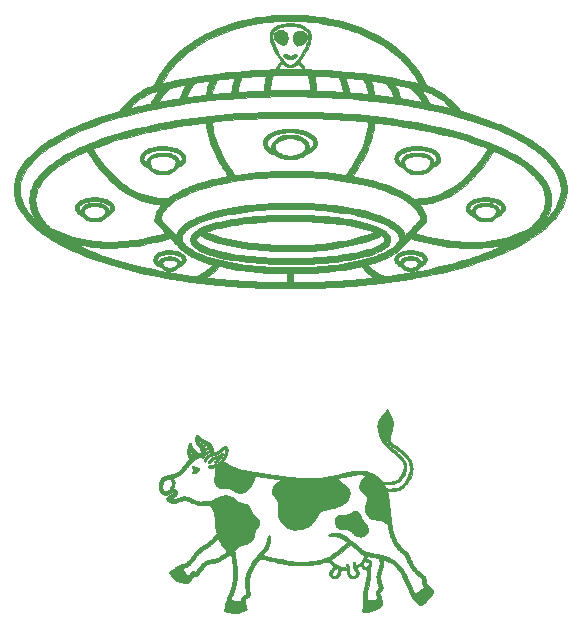
<source format=gbr>
%TF.GenerationSoftware,KiCad,Pcbnew,9.99.0-unknown-1.20250504git96522c4.fc41*%
%TF.CreationDate,2025-06-08T18:15:19+01:00*%
%TF.ProjectId,tr25-sao-r1,74723235-2d73-4616-9f2d-72312e6b6963,rev?*%
%TF.SameCoordinates,Original*%
%TF.FileFunction,Legend,Top*%
%TF.FilePolarity,Positive*%
%FSLAX46Y46*%
G04 Gerber Fmt 4.6, Leading zero omitted, Abs format (unit mm)*
G04 Created by KiCad (PCBNEW 9.99.0-unknown-1.20250504git96522c4.fc41) date 2025-06-08 18:15:19*
%MOMM*%
%LPD*%
G01*
G04 APERTURE LIST*
%ADD10C,0.010000*%
G04 APERTURE END LIST*
D10*
%TO.C,N1*%
X57701258Y-63312126D02*
X57734848Y-63373024D01*
X57773731Y-63446632D01*
X57815961Y-63528988D01*
X57859598Y-63616129D01*
X57902696Y-63704094D01*
X57943313Y-63788919D01*
X57979506Y-63866643D01*
X58009331Y-63933304D01*
X58029235Y-63980849D01*
X58061542Y-64065910D01*
X58085015Y-64137548D01*
X58100705Y-64201058D01*
X58109661Y-64261734D01*
X58112935Y-64324870D01*
X58111577Y-64395761D01*
X58111572Y-64395874D01*
X58109602Y-64433353D01*
X58106784Y-64469949D01*
X58102716Y-64507749D01*
X58096999Y-64548838D01*
X58089231Y-64595304D01*
X58079010Y-64649231D01*
X58065937Y-64712708D01*
X58049609Y-64787819D01*
X58029627Y-64876652D01*
X58005588Y-64981292D01*
X57977092Y-65103827D01*
X57968106Y-65142283D01*
X57937861Y-65272827D01*
X57912603Y-65384643D01*
X57891988Y-65479483D01*
X57875675Y-65559105D01*
X57863321Y-65625263D01*
X57854582Y-65679713D01*
X57849116Y-65724210D01*
X57846581Y-65760509D01*
X57846428Y-65765541D01*
X57846443Y-65799369D01*
X57850182Y-65824657D01*
X57860190Y-65848553D01*
X57879012Y-65878207D01*
X57894210Y-65899795D01*
X57935592Y-65953057D01*
X57985386Y-66007973D01*
X58044958Y-66065660D01*
X58115677Y-66127231D01*
X58198909Y-66193804D01*
X58296022Y-66266493D01*
X58408384Y-66346415D01*
X58537361Y-66434684D01*
X58606825Y-66481178D01*
X58707186Y-66548309D01*
X58792173Y-66606162D01*
X58864330Y-66656728D01*
X58926201Y-66702000D01*
X58980329Y-66743969D01*
X59029258Y-66784625D01*
X59075532Y-66825961D01*
X59121694Y-66869967D01*
X59170289Y-66918636D01*
X59185429Y-66934143D01*
X59323438Y-67084933D01*
X59441834Y-67233847D01*
X59541810Y-67382889D01*
X59624562Y-67534064D01*
X59691283Y-67689380D01*
X59743167Y-67850840D01*
X59752451Y-67886357D01*
X59762545Y-67928186D01*
X59769954Y-67964655D01*
X59775095Y-68000381D01*
X59778383Y-68039981D01*
X59780234Y-68088071D01*
X59781065Y-68149267D01*
X59781268Y-68206158D01*
X59781053Y-68282835D01*
X59779908Y-68343076D01*
X59777473Y-68391605D01*
X59773385Y-68433146D01*
X59767281Y-68472422D01*
X59758801Y-68514157D01*
X59757069Y-68521963D01*
X59702707Y-68720675D01*
X59629858Y-68916668D01*
X59540259Y-69106399D01*
X59435648Y-69286327D01*
X59317762Y-69452908D01*
X59273735Y-69507347D01*
X59222883Y-69564853D01*
X59160730Y-69630199D01*
X59092173Y-69698617D01*
X59022110Y-69765339D01*
X58955440Y-69825599D01*
X58897060Y-69874627D01*
X58893737Y-69877257D01*
X58803782Y-69940991D01*
X58709044Y-69993152D01*
X58605618Y-70035325D01*
X58489604Y-70069092D01*
X58357096Y-70096036D01*
X58352508Y-70096809D01*
X58312488Y-70102844D01*
X58270876Y-70107551D01*
X58224420Y-70111078D01*
X58169868Y-70113573D01*
X58103967Y-70115184D01*
X58023466Y-70116060D01*
X57925111Y-70116347D01*
X57923228Y-70116348D01*
X57610049Y-70116450D01*
X57634655Y-70196588D01*
X57651763Y-70253579D01*
X57667309Y-70308605D01*
X57681546Y-70363367D01*
X57694728Y-70419565D01*
X57707108Y-70478898D01*
X57718941Y-70543067D01*
X57730479Y-70613771D01*
X57741977Y-70692711D01*
X57753688Y-70781586D01*
X57765865Y-70882097D01*
X57778763Y-70995943D01*
X57792635Y-71124824D01*
X57807735Y-71270441D01*
X57824316Y-71434493D01*
X57834300Y-71534616D01*
X57857982Y-71770455D01*
X57880244Y-71986578D01*
X57901280Y-72184372D01*
X57921284Y-72365228D01*
X57940451Y-72530532D01*
X57958973Y-72681674D01*
X57977046Y-72820043D01*
X57994863Y-72947027D01*
X58012619Y-73064014D01*
X58030508Y-73172394D01*
X58048722Y-73273554D01*
X58067458Y-73368883D01*
X58086908Y-73459771D01*
X58107268Y-73547604D01*
X58126434Y-73624825D01*
X58196835Y-73863289D01*
X58282753Y-74088037D01*
X58384735Y-74300316D01*
X58503325Y-74501370D01*
X58523399Y-74531865D01*
X58605153Y-74648219D01*
X58688258Y-74753323D01*
X58776576Y-74851263D01*
X58873972Y-74946123D01*
X58984308Y-75041990D01*
X59073867Y-75113879D01*
X59144321Y-75169751D01*
X59200361Y-75216458D01*
X59244957Y-75256904D01*
X59281083Y-75293997D01*
X59311711Y-75330641D01*
X59339811Y-75369744D01*
X59347715Y-75381658D01*
X59362054Y-75405858D01*
X59384496Y-75446670D01*
X59413805Y-75501713D01*
X59448742Y-75568606D01*
X59488067Y-75644968D01*
X59530542Y-75728419D01*
X59574930Y-75816577D01*
X59598211Y-75863200D01*
X59665468Y-75997417D01*
X59724886Y-76114059D01*
X59777397Y-76214814D01*
X59823935Y-76301371D01*
X59865429Y-76375419D01*
X59902813Y-76438646D01*
X59937018Y-76492742D01*
X59968975Y-76539394D01*
X59978718Y-76552808D01*
X60010449Y-76591920D01*
X60056082Y-76641889D01*
X60116052Y-76703142D01*
X60190795Y-76776105D01*
X60280744Y-76861204D01*
X60386336Y-76958864D01*
X60485366Y-77049041D01*
X60574287Y-77129851D01*
X60648735Y-77198793D01*
X60710079Y-77258031D01*
X60759693Y-77309729D01*
X60798947Y-77356054D01*
X60829214Y-77399169D01*
X60851864Y-77441240D01*
X60868271Y-77484430D01*
X60879805Y-77530906D01*
X60887837Y-77582831D01*
X60893741Y-77642370D01*
X60898098Y-77700424D01*
X60904202Y-77779807D01*
X60910599Y-77841570D01*
X60918285Y-77889247D01*
X60928256Y-77926373D01*
X60941507Y-77956482D01*
X60959036Y-77983110D01*
X60981836Y-78009790D01*
X60986739Y-78015043D01*
X61010297Y-78038754D01*
X61046633Y-78073687D01*
X61092709Y-78116998D01*
X61145485Y-78165845D01*
X61201923Y-78217384D01*
X61232898Y-78245373D01*
X61288836Y-78296140D01*
X61341610Y-78344816D01*
X61388463Y-78388795D01*
X61426640Y-78425476D01*
X61453382Y-78452255D01*
X61462729Y-78462412D01*
X61501393Y-78520970D01*
X61525074Y-78586181D01*
X61531531Y-78651506D01*
X61530839Y-78661299D01*
X61519203Y-78708850D01*
X61493069Y-78768611D01*
X61453817Y-78838796D01*
X61402829Y-78917620D01*
X61341489Y-79003300D01*
X61271177Y-79094051D01*
X61193275Y-79188087D01*
X61109167Y-79283625D01*
X61020232Y-79378879D01*
X60927855Y-79472066D01*
X60834742Y-79560188D01*
X60767017Y-79620631D01*
X60710325Y-79667487D01*
X60661530Y-79702892D01*
X60617491Y-79728982D01*
X60575073Y-79747893D01*
X60543746Y-79758272D01*
X60480102Y-79770272D01*
X60420271Y-79766436D01*
X60358084Y-79745969D01*
X60326026Y-79730239D01*
X60259821Y-79687856D01*
X60186365Y-79628024D01*
X60107273Y-79552515D01*
X60024159Y-79463100D01*
X59938636Y-79361553D01*
X59852318Y-79249644D01*
X59766819Y-79129146D01*
X59734261Y-79080533D01*
X59692135Y-79014714D01*
X59654796Y-78951714D01*
X59620322Y-78887600D01*
X59586789Y-78818437D01*
X59552275Y-78740291D01*
X59514857Y-78649228D01*
X59479716Y-78559722D01*
X59405700Y-78373407D01*
X59327377Y-78185588D01*
X59246237Y-77999487D01*
X59163772Y-77818326D01*
X59081474Y-77645329D01*
X59000836Y-77483716D01*
X58923350Y-77336711D01*
X58865836Y-77233877D01*
X58769582Y-77073212D01*
X58670911Y-76920430D01*
X58571774Y-76778274D01*
X58474122Y-76649486D01*
X58379905Y-76536808D01*
X58335675Y-76488406D01*
X58262107Y-76413686D01*
X58191866Y-76349785D01*
X58120766Y-76293827D01*
X58044618Y-76242940D01*
X57959237Y-76194248D01*
X57860434Y-76144877D01*
X57783890Y-76109651D01*
X57743270Y-76091987D01*
X57692181Y-76070615D01*
X57633929Y-76046830D01*
X57571821Y-76021924D01*
X57509163Y-75997192D01*
X57449261Y-75973928D01*
X57395422Y-75953425D01*
X57350953Y-75936979D01*
X57319161Y-75925882D01*
X57303350Y-75921428D01*
X57302840Y-75921398D01*
X57300582Y-75931477D01*
X57298851Y-75959730D01*
X57297711Y-76003167D01*
X57297223Y-76058800D01*
X57297451Y-76123640D01*
X57297860Y-76159081D01*
X57298554Y-76259639D01*
X57297121Y-76343363D01*
X57292986Y-76414527D01*
X57285575Y-76477407D01*
X57274311Y-76536277D01*
X57258621Y-76595414D01*
X57237928Y-76659092D01*
X57226114Y-76692351D01*
X57204496Y-76752024D01*
X57179443Y-76821199D01*
X57154724Y-76889472D01*
X57141297Y-76926564D01*
X57094898Y-77066197D01*
X57062300Y-77190753D01*
X57043307Y-77301036D01*
X57039235Y-77344866D01*
X57038738Y-77411593D01*
X57045732Y-77488059D01*
X57060593Y-77576247D01*
X57083701Y-77678141D01*
X57115432Y-77795722D01*
X57142419Y-77886603D01*
X57162989Y-77953838D01*
X57184044Y-78022687D01*
X57203707Y-78087011D01*
X57220103Y-78140672D01*
X57227158Y-78163778D01*
X57244848Y-78227266D01*
X57254506Y-78280449D01*
X57255042Y-78327183D01*
X57245366Y-78371321D01*
X57224388Y-78416720D01*
X57191018Y-78467233D01*
X57144165Y-78526716D01*
X57114556Y-78561950D01*
X57079511Y-78604243D01*
X57047140Y-78645313D01*
X57021458Y-78679953D01*
X57008231Y-78699863D01*
X56982986Y-78742526D01*
X57035776Y-78911529D01*
X57086164Y-79077997D01*
X57127500Y-79225945D01*
X57159890Y-79355939D01*
X57183439Y-79468543D01*
X57198252Y-79564321D01*
X57204432Y-79643839D01*
X57202087Y-79707661D01*
X57192271Y-79753641D01*
X57161920Y-79812926D01*
X57111296Y-79873451D01*
X57041221Y-79934726D01*
X56952517Y-79996262D01*
X56846008Y-80057568D01*
X56722515Y-80118155D01*
X56582861Y-80177533D01*
X56427869Y-80235212D01*
X56326116Y-80269362D01*
X56181082Y-80313532D01*
X56050664Y-80347740D01*
X55935523Y-80371885D01*
X55836323Y-80385864D01*
X55753726Y-80389575D01*
X55688393Y-80382915D01*
X55655589Y-80373014D01*
X55620035Y-80350172D01*
X55585884Y-80315166D01*
X55559315Y-80275415D01*
X55547201Y-80242878D01*
X55546058Y-80223725D01*
X55545926Y-80185505D01*
X55546726Y-80130289D01*
X55548379Y-80060148D01*
X55550805Y-79977153D01*
X55553925Y-79883376D01*
X55557659Y-79780887D01*
X55561929Y-79671758D01*
X55566655Y-79558060D01*
X55571758Y-79441864D01*
X55577158Y-79325242D01*
X55582776Y-79210264D01*
X55588534Y-79099002D01*
X55594351Y-78993527D01*
X55596359Y-78958825D01*
X55602789Y-78854337D01*
X55609056Y-78766931D01*
X55615747Y-78692534D01*
X55623452Y-78627074D01*
X55632759Y-78566480D01*
X55644256Y-78506679D01*
X55658533Y-78443600D01*
X55676178Y-78373170D01*
X55686977Y-78331921D01*
X55726600Y-78177652D01*
X55764244Y-78022553D01*
X55798881Y-77871191D01*
X55829487Y-77728131D01*
X55855036Y-77597940D01*
X55867141Y-77530075D01*
X55878012Y-77462347D01*
X55885812Y-77402477D01*
X55891043Y-77344059D01*
X55894207Y-77280688D01*
X55895806Y-77205959D01*
X55896191Y-77159658D01*
X55896084Y-77088217D01*
X55895111Y-77017136D01*
X55893406Y-76951782D01*
X55891107Y-76897522D01*
X55888709Y-76863325D01*
X55880129Y-76773366D01*
X55804144Y-76773036D01*
X55718836Y-76762833D01*
X55641627Y-76733212D01*
X55572971Y-76684492D01*
X55513322Y-76616993D01*
X55464470Y-76533826D01*
X55444167Y-76493623D01*
X55424620Y-76458106D01*
X55409519Y-76433920D01*
X55407462Y-76431161D01*
X55388054Y-76406456D01*
X55301832Y-76468203D01*
X55251134Y-76502765D01*
X55192177Y-76540345D01*
X55135524Y-76574272D01*
X55120328Y-76582866D01*
X55080704Y-76605455D01*
X55049070Y-76624596D01*
X55029341Y-76637854D01*
X55024706Y-76642375D01*
X55030826Y-76652989D01*
X55047461Y-76675698D01*
X55071531Y-76706375D01*
X55082810Y-76720267D01*
X55145399Y-76804554D01*
X55189398Y-76883236D01*
X55215630Y-76959139D01*
X55224919Y-77035092D01*
X55218088Y-77113923D01*
X55209178Y-77154180D01*
X55177002Y-77238621D01*
X55126326Y-77314757D01*
X55056472Y-77383462D01*
X54998671Y-77425727D01*
X54908525Y-77472995D01*
X54814239Y-77500241D01*
X54717732Y-77507726D01*
X54620922Y-77495708D01*
X54525725Y-77464448D01*
X54434061Y-77414206D01*
X54347847Y-77345240D01*
X54338560Y-77336309D01*
X54278487Y-77262922D01*
X54235392Y-77177670D01*
X54209716Y-77081902D01*
X54201902Y-76976968D01*
X54204356Y-76926825D01*
X54208259Y-76885920D01*
X54212250Y-76851924D01*
X54215528Y-76831566D01*
X54215810Y-76830450D01*
X54215204Y-76822841D01*
X54206323Y-76817262D01*
X54185899Y-76813013D01*
X54150659Y-76809395D01*
X54101201Y-76805952D01*
X54036395Y-76800552D01*
X53962666Y-76792363D01*
X53891843Y-76782768D01*
X53861794Y-76777973D01*
X53813948Y-76769881D01*
X53774278Y-76763298D01*
X53747119Y-76758934D01*
X53736899Y-76757491D01*
X53727930Y-76767521D01*
X53716726Y-76795831D01*
X53704076Y-76839752D01*
X53690771Y-76896614D01*
X53680440Y-76948263D01*
X53664383Y-77029730D01*
X53649335Y-77095085D01*
X53633841Y-77149241D01*
X53616444Y-77197108D01*
X53595690Y-77243597D01*
X53588687Y-77257818D01*
X53544309Y-77332354D01*
X53492530Y-77391049D01*
X53430375Y-77435952D01*
X53354867Y-77469115D01*
X53263032Y-77492588D01*
X53242676Y-77496260D01*
X53139104Y-77505958D01*
X53045777Y-77497808D01*
X52961320Y-77471656D01*
X52941054Y-77462096D01*
X52872199Y-77415812D01*
X52816686Y-77354799D01*
X52775431Y-77281465D01*
X52749350Y-77198213D01*
X52739359Y-77107452D01*
X52739877Y-77100361D01*
X52949580Y-77100361D01*
X52955195Y-77156901D01*
X52971082Y-77206737D01*
X52996638Y-77243367D01*
X53046575Y-77276092D01*
X53108360Y-77292902D01*
X53179475Y-77293428D01*
X53247227Y-77280278D01*
X53297268Y-77262216D01*
X53338736Y-77237212D01*
X53373121Y-77202890D01*
X53401917Y-77156874D01*
X53426615Y-77096788D01*
X53448706Y-77020256D01*
X53469376Y-76926452D01*
X53481106Y-76869020D01*
X53492299Y-76817098D01*
X53501956Y-76775125D01*
X53509076Y-76747534D01*
X53511164Y-76741052D01*
X53517264Y-76724380D01*
X53519797Y-76710933D01*
X53516570Y-76699115D01*
X53505395Y-76687332D01*
X53484080Y-76673987D01*
X53450434Y-76657485D01*
X53402268Y-76636231D01*
X53337391Y-76608629D01*
X53318201Y-76600506D01*
X53309786Y-76607313D01*
X53297098Y-76628578D01*
X53287948Y-76648119D01*
X53268176Y-76689074D01*
X53244892Y-76725111D01*
X53214576Y-76760290D01*
X53173708Y-76798669D01*
X53118768Y-76844311D01*
X53115733Y-76846741D01*
X53074728Y-76880108D01*
X53037709Y-76911278D01*
X53009122Y-76936445D01*
X52994759Y-76950291D01*
X52969324Y-76991080D01*
X52954277Y-77043095D01*
X52949580Y-77100361D01*
X52739877Y-77100361D01*
X52746373Y-77011587D01*
X52754352Y-76971470D01*
X52764824Y-76930415D01*
X52776385Y-76895772D01*
X52791200Y-76864822D01*
X52811436Y-76834847D01*
X52839258Y-76803127D01*
X52876833Y-76766943D01*
X52926326Y-76723575D01*
X52989904Y-76670305D01*
X53002604Y-76659791D01*
X53051857Y-76615399D01*
X53084965Y-76575952D01*
X53104920Y-76537348D01*
X53112633Y-76508783D01*
X53114189Y-76494110D01*
X53110739Y-76481287D01*
X53099467Y-76467151D01*
X53077554Y-76448541D01*
X53042182Y-76422293D01*
X53023750Y-76409030D01*
X52983323Y-76378517D01*
X52935412Y-76339944D01*
X52883098Y-76296054D01*
X52829466Y-76249589D01*
X52777598Y-76203292D01*
X52730577Y-76159906D01*
X52691486Y-76122172D01*
X52663407Y-76092834D01*
X52651163Y-76077586D01*
X52633277Y-76050289D01*
X52518825Y-76095426D01*
X52305872Y-76170873D01*
X52074782Y-76236513D01*
X51826232Y-76292244D01*
X51560895Y-76337963D01*
X51279445Y-76373571D01*
X50982557Y-76398965D01*
X50670905Y-76414045D01*
X50367519Y-76418723D01*
X50205440Y-76417435D01*
X50056069Y-76413139D01*
X49911834Y-76405389D01*
X49765161Y-76393741D01*
X49608475Y-76377747D01*
X49542200Y-76370139D01*
X49348957Y-76345053D01*
X49138652Y-76313498D01*
X48914179Y-76276065D01*
X48678429Y-76233346D01*
X48434296Y-76185932D01*
X48184672Y-76134412D01*
X47932451Y-76079380D01*
X47680524Y-76021424D01*
X47431786Y-75961137D01*
X47189129Y-75899109D01*
X47036208Y-75858185D01*
X46980499Y-75843350D01*
X46931883Y-75831078D01*
X46894051Y-75822247D01*
X46870692Y-75817735D01*
X46865158Y-75817467D01*
X46853716Y-75827726D01*
X46831529Y-75853017D01*
X46800218Y-75891193D01*
X46761406Y-75940110D01*
X46716714Y-75997620D01*
X46667764Y-76061579D01*
X46616179Y-76129839D01*
X46563579Y-76200256D01*
X46511588Y-76270683D01*
X46461826Y-76338974D01*
X46415916Y-76402983D01*
X46375480Y-76460564D01*
X46342664Y-76508783D01*
X46259800Y-76645419D01*
X46180922Y-76799216D01*
X46107558Y-76966312D01*
X46041236Y-77142846D01*
X45983485Y-77324954D01*
X45935831Y-77508777D01*
X45921903Y-77572408D01*
X45912318Y-77622953D01*
X45905260Y-77672285D01*
X45900819Y-77722889D01*
X45899088Y-77777247D01*
X45900156Y-77837845D01*
X45904116Y-77907166D01*
X45911059Y-77987693D01*
X45921077Y-78081912D01*
X45934260Y-78192305D01*
X45948960Y-78307950D01*
X45965345Y-78436928D01*
X45978496Y-78546855D01*
X45988492Y-78639582D01*
X45995410Y-78716963D01*
X45999330Y-78780852D01*
X46000328Y-78833102D01*
X45998485Y-78875566D01*
X45993878Y-78910097D01*
X45986586Y-78938550D01*
X45976686Y-78962777D01*
X45976648Y-78962854D01*
X45947855Y-79009399D01*
X45905329Y-79058828D01*
X45847507Y-79112645D01*
X45772823Y-79172356D01*
X45714719Y-79214884D01*
X45589325Y-79304151D01*
X45591200Y-79388134D01*
X45594884Y-79437803D01*
X45603693Y-79504211D01*
X45616949Y-79583740D01*
X45633974Y-79672773D01*
X45654092Y-79767692D01*
X45676625Y-79864881D01*
X45692154Y-79927200D01*
X45710090Y-79999074D01*
X45722213Y-80053640D01*
X45728741Y-80093878D01*
X45729890Y-80122770D01*
X45725874Y-80143298D01*
X45716910Y-80158443D01*
X45709442Y-80166013D01*
X45684171Y-80182765D01*
X45641764Y-80204371D01*
X45585373Y-80229652D01*
X45518152Y-80257426D01*
X45443252Y-80286514D01*
X45363825Y-80315735D01*
X45283024Y-80343909D01*
X45204001Y-80369854D01*
X45129909Y-80392391D01*
X45063899Y-80410340D01*
X45044283Y-80415088D01*
X44908621Y-80437887D01*
X44762298Y-80446210D01*
X44610285Y-80439853D01*
X44562741Y-80434864D01*
X44481880Y-80424188D01*
X44395296Y-80411058D01*
X44306135Y-80396106D01*
X44217541Y-80379962D01*
X44132659Y-80363256D01*
X44054634Y-80346620D01*
X43986612Y-80330685D01*
X43931737Y-80316081D01*
X43893154Y-80303438D01*
X43881220Y-80298187D01*
X43863277Y-80286998D01*
X43850189Y-80272901D01*
X43841949Y-80253494D01*
X43838554Y-80226377D01*
X43839998Y-80189150D01*
X43846276Y-80139411D01*
X43857383Y-80074761D01*
X43873315Y-79992798D01*
X43880514Y-79957199D01*
X43913459Y-79800034D01*
X43944872Y-79660736D01*
X43975703Y-79536150D01*
X44006897Y-79423121D01*
X44039402Y-79318494D01*
X44074165Y-79219116D01*
X44112134Y-79121831D01*
X44154254Y-79023484D01*
X44173921Y-78979991D01*
X44223846Y-78868099D01*
X44268809Y-78760306D01*
X44310057Y-78652918D01*
X44348841Y-78542244D01*
X44386408Y-78424588D01*
X44424007Y-78296258D01*
X44462888Y-78153560D01*
X44494176Y-78032783D01*
X44517779Y-77938981D01*
X44537368Y-77857599D01*
X44553315Y-77785287D01*
X44565987Y-77718696D01*
X44575756Y-77654475D01*
X44582992Y-77589275D01*
X44588063Y-77519747D01*
X44591341Y-77442541D01*
X44593195Y-77354309D01*
X44593995Y-77251699D01*
X44594111Y-77131363D01*
X44594108Y-77127908D01*
X44593045Y-76971028D01*
X44589896Y-76826475D01*
X44584308Y-76689952D01*
X44575925Y-76557161D01*
X44564393Y-76423804D01*
X44549356Y-76285585D01*
X44530460Y-76138206D01*
X44507350Y-75977369D01*
X44489469Y-75860821D01*
X44464246Y-75699692D01*
X44381956Y-75606821D01*
X44349078Y-75570125D01*
X44321162Y-75539731D01*
X44301247Y-75518899D01*
X44292498Y-75510930D01*
X44281993Y-75515599D01*
X44256287Y-75530327D01*
X44217890Y-75553578D01*
X44169310Y-75583814D01*
X44113055Y-75619500D01*
X44069494Y-75647520D01*
X43961933Y-75716827D01*
X43856969Y-75783950D01*
X43756426Y-75847754D01*
X43662126Y-75907103D01*
X43575894Y-75960862D01*
X43499553Y-76007898D01*
X43434925Y-76047074D01*
X43383834Y-76077256D01*
X43348104Y-76097309D01*
X43340901Y-76101054D01*
X43282759Y-76127192D01*
X43218114Y-76149633D01*
X43143885Y-76169105D01*
X43056990Y-76186332D01*
X42954347Y-76202042D01*
X42864213Y-76213378D01*
X42746272Y-76228169D01*
X42647232Y-76242907D01*
X42564829Y-76258050D01*
X42496805Y-76274057D01*
X42440897Y-76291385D01*
X42402075Y-76307101D01*
X42350711Y-76337806D01*
X42289874Y-76387153D01*
X42219741Y-76454944D01*
X42140490Y-76540982D01*
X42052297Y-76645071D01*
X41955342Y-76767014D01*
X41849801Y-76906614D01*
X41801338Y-76972688D01*
X41733793Y-77064769D01*
X41676738Y-77140685D01*
X41628932Y-77201892D01*
X41589132Y-77249844D01*
X41556098Y-77285995D01*
X41528588Y-77311801D01*
X41505361Y-77328716D01*
X41491398Y-77335874D01*
X41433215Y-77349696D01*
X41368981Y-77347706D01*
X41305168Y-77331160D01*
X41248245Y-77301312D01*
X41227475Y-77284680D01*
X41204793Y-77263925D01*
X41175720Y-77352020D01*
X41141489Y-77444127D01*
X41102142Y-77525353D01*
X41054763Y-77599825D01*
X40996440Y-77671666D01*
X40924257Y-77745002D01*
X40852811Y-77809035D01*
X40800832Y-77853850D01*
X40761073Y-77886831D01*
X40729150Y-77909265D01*
X40700679Y-77922444D01*
X40671273Y-77927658D01*
X40636549Y-77926195D01*
X40592120Y-77919347D01*
X40533603Y-77908403D01*
X40522237Y-77906283D01*
X40397344Y-77882129D01*
X40276655Y-77856882D01*
X40162729Y-77831180D01*
X40058123Y-77805661D01*
X39965395Y-77780964D01*
X39887104Y-77757726D01*
X39825808Y-77736587D01*
X39800573Y-77726223D01*
X39751871Y-77700677D01*
X39700766Y-77665996D01*
X39645898Y-77620846D01*
X39585909Y-77563894D01*
X39519439Y-77493806D01*
X39445131Y-77409251D01*
X39361625Y-77308893D01*
X39310101Y-77244998D01*
X39258725Y-77179631D01*
X39219838Y-77125550D01*
X39194031Y-77080150D01*
X39181895Y-77040829D01*
X39184020Y-77004982D01*
X39200999Y-76970006D01*
X39233422Y-76933298D01*
X39281880Y-76892252D01*
X39346963Y-76844267D01*
X39411298Y-76799201D01*
X39481289Y-76750400D01*
X39558879Y-76695960D01*
X39637553Y-76640473D01*
X39641686Y-76637542D01*
X40260616Y-76637542D01*
X40266061Y-76649848D01*
X40280930Y-76676334D01*
X40303030Y-76713487D01*
X40330163Y-76757794D01*
X40360134Y-76805743D01*
X40390748Y-76853822D01*
X40419808Y-76898518D01*
X40445120Y-76936319D01*
X40464488Y-76963713D01*
X40464669Y-76963957D01*
X40501055Y-77009808D01*
X40544395Y-77059774D01*
X40592447Y-77111740D01*
X40642971Y-77163591D01*
X40693728Y-77213213D01*
X40742476Y-77258491D01*
X40786974Y-77297311D01*
X40824983Y-77327558D01*
X40854262Y-77347118D01*
X40872570Y-77353876D01*
X40876348Y-77352493D01*
X40882265Y-77338248D01*
X40889903Y-77308287D01*
X40898016Y-77267851D01*
X40901883Y-77245208D01*
X40919350Y-77157624D01*
X40941289Y-77087350D01*
X40969069Y-77030758D01*
X40997380Y-76991766D01*
X41051252Y-76942864D01*
X41111020Y-76913746D01*
X41174799Y-76904512D01*
X41240704Y-76915261D01*
X41306853Y-76946090D01*
X41344945Y-76973504D01*
X41388447Y-77009150D01*
X41559150Y-76774245D01*
X41637501Y-76666892D01*
X41705356Y-76575050D01*
X41764245Y-76496812D01*
X41815701Y-76430272D01*
X41861254Y-76373524D01*
X41902436Y-76324661D01*
X41940779Y-76281778D01*
X41977813Y-76242967D01*
X42015071Y-76206322D01*
X42016408Y-76205046D01*
X42095860Y-76134638D01*
X42174612Y-76076933D01*
X42256374Y-76030326D01*
X42344858Y-75993215D01*
X42443775Y-75963997D01*
X42556836Y-75941066D01*
X42662620Y-75925841D01*
X42774938Y-75911783D01*
X42868761Y-75899542D01*
X42946622Y-75888484D01*
X43011050Y-75877972D01*
X43064577Y-75867370D01*
X43109732Y-75856042D01*
X43149046Y-75843352D01*
X43185049Y-75828664D01*
X43220272Y-75811341D01*
X43257246Y-75790749D01*
X43298501Y-75766250D01*
X43299192Y-75765834D01*
X43323896Y-75750658D01*
X43362241Y-75726742D01*
X43411980Y-75695514D01*
X43470865Y-75658402D01*
X43536649Y-75616833D01*
X43607085Y-75572235D01*
X43679925Y-75526035D01*
X43752921Y-75479663D01*
X43823827Y-75434544D01*
X43890394Y-75392109D01*
X43950376Y-75353783D01*
X44001524Y-75320994D01*
X44041592Y-75295172D01*
X44068331Y-75277743D01*
X44079495Y-75270135D01*
X44079574Y-75270065D01*
X44074386Y-75261246D01*
X44057732Y-75238796D01*
X44031676Y-75205366D01*
X43998279Y-75163605D01*
X43963139Y-75120464D01*
X43855120Y-74987182D01*
X43760604Y-74866557D01*
X43678106Y-74756300D01*
X43606143Y-74654118D01*
X43543231Y-74557723D01*
X43487885Y-74464824D01*
X43438623Y-74373129D01*
X43393960Y-74280349D01*
X43352413Y-74184193D01*
X43345363Y-74166877D01*
X43301431Y-74058055D01*
X43147605Y-74225085D01*
X43064209Y-74314177D01*
X42978918Y-74402586D01*
X42894250Y-74487864D01*
X42812719Y-74567560D01*
X42736844Y-74639226D01*
X42669139Y-74700411D01*
X42612121Y-74748665D01*
X42599533Y-74758654D01*
X42564043Y-74785604D01*
X42526424Y-74812498D01*
X42484248Y-74840859D01*
X42435087Y-74872210D01*
X42376514Y-74908071D01*
X42306102Y-74949965D01*
X42221423Y-74999414D01*
X42146372Y-75042788D01*
X42028409Y-75113757D01*
X41927942Y-75180943D01*
X41842123Y-75246407D01*
X41768103Y-75312209D01*
X41752203Y-75327853D01*
X41728200Y-75353613D01*
X41693362Y-75393318D01*
X41649945Y-75444282D01*
X41600206Y-75503817D01*
X41546400Y-75569237D01*
X41490784Y-75637855D01*
X41467088Y-75667408D01*
X41356041Y-75805881D01*
X41256736Y-75928560D01*
X41168150Y-76036540D01*
X41089261Y-76130912D01*
X41019048Y-76212771D01*
X40956490Y-76283208D01*
X40900564Y-76343318D01*
X40850250Y-76394193D01*
X40804524Y-76436926D01*
X40762367Y-76472610D01*
X40722756Y-76502340D01*
X40684669Y-76527206D01*
X40647086Y-76548304D01*
X40640732Y-76551564D01*
X40588519Y-76573191D01*
X40522248Y-76593490D01*
X40449021Y-76610681D01*
X40375940Y-76622983D01*
X40340520Y-76626843D01*
X40302481Y-76630537D01*
X40274268Y-76634189D01*
X40261019Y-76637111D01*
X40260616Y-76637542D01*
X39641686Y-76637542D01*
X39710795Y-76588534D01*
X39763454Y-76550935D01*
X39845818Y-76492504D01*
X39914606Y-76445642D01*
X39972954Y-76408927D01*
X40023998Y-76380940D01*
X40070873Y-76360259D01*
X40116717Y-76345464D01*
X40164664Y-76335133D01*
X40217850Y-76327845D01*
X40265908Y-76323283D01*
X40342744Y-76315356D01*
X40403613Y-76304882D01*
X40453698Y-76290087D01*
X40498184Y-76269198D01*
X40542256Y-76240441D01*
X40569895Y-76219278D01*
X40614555Y-76181697D01*
X40662166Y-76137448D01*
X40713893Y-76085208D01*
X40770898Y-76023653D01*
X40834344Y-75951459D01*
X40905396Y-75867304D01*
X40985215Y-75769863D01*
X41074965Y-75657813D01*
X41175810Y-75529830D01*
X41175814Y-75529825D01*
X41263318Y-75418705D01*
X41340544Y-75322593D01*
X41409765Y-75239457D01*
X41473258Y-75167263D01*
X41533297Y-75103976D01*
X41592156Y-75047563D01*
X41652111Y-74995991D01*
X41715437Y-74947226D01*
X41784407Y-74899234D01*
X41861297Y-74849982D01*
X41948382Y-74797435D01*
X42047936Y-74739561D01*
X42080950Y-74720641D01*
X42148109Y-74681604D01*
X42214194Y-74642042D01*
X42275239Y-74604415D01*
X42327276Y-74571182D01*
X42366340Y-74544805D01*
X42377283Y-74536845D01*
X42408538Y-74511169D01*
X42452113Y-74472262D01*
X42505813Y-74422303D01*
X42567446Y-74363469D01*
X42634816Y-74297937D01*
X42705731Y-74227883D01*
X42777995Y-74155486D01*
X42849416Y-74082923D01*
X42917799Y-74012370D01*
X42980950Y-73946006D01*
X43036675Y-73886007D01*
X43067454Y-73851926D01*
X43190339Y-73713902D01*
X43169798Y-73629676D01*
X43139885Y-73493726D01*
X43117057Y-73358321D01*
X43100506Y-73217299D01*
X43089425Y-73064500D01*
X43085992Y-72989825D01*
X43073986Y-72755759D01*
X43056824Y-72541244D01*
X43034318Y-72345257D01*
X43006281Y-72166774D01*
X42972525Y-72004771D01*
X42932863Y-71858225D01*
X42887109Y-71726111D01*
X42835074Y-71607407D01*
X42832053Y-71601301D01*
X42784483Y-71513655D01*
X42736871Y-71444372D01*
X42685979Y-71390889D01*
X42628573Y-71350646D01*
X42561416Y-71321081D01*
X42481271Y-71299631D01*
X42441564Y-71292190D01*
X42343702Y-71279343D01*
X42254832Y-71276592D01*
X42165272Y-71284067D01*
X42089262Y-71296971D01*
X42009049Y-71311435D01*
X41934505Y-71321175D01*
X41863231Y-71325733D01*
X41792825Y-71324650D01*
X41720886Y-71317468D01*
X41645013Y-71303729D01*
X41562806Y-71282975D01*
X41471864Y-71254747D01*
X41369786Y-71218587D01*
X41254170Y-71174037D01*
X41122616Y-71120639D01*
X41086116Y-71105504D01*
X40955238Y-71051669D01*
X40842037Y-71006509D01*
X40745106Y-70969546D01*
X40663033Y-70940304D01*
X40594410Y-70918308D01*
X40537828Y-70903082D01*
X40491878Y-70894149D01*
X40455150Y-70891034D01*
X40451116Y-70891030D01*
X40396934Y-70895144D01*
X40330604Y-70906814D01*
X40250669Y-70926425D01*
X40155667Y-70954362D01*
X40044140Y-70991011D01*
X39957580Y-71021296D01*
X39890654Y-71044899D01*
X39826435Y-71067024D01*
X39769065Y-71086284D01*
X39722686Y-71101291D01*
X39691441Y-71110658D01*
X39688336Y-71111485D01*
X39634347Y-71120855D01*
X39567179Y-71125704D01*
X39494331Y-71126045D01*
X39423299Y-71121893D01*
X39361580Y-71113260D01*
X39350450Y-71110867D01*
X39232103Y-71078680D01*
X39133946Y-71041626D01*
X39055489Y-70999351D01*
X38996242Y-70951500D01*
X38955714Y-70897721D01*
X38933416Y-70837659D01*
X38929055Y-70806647D01*
X38929360Y-70773597D01*
X39311319Y-70773597D01*
X39311374Y-70774110D01*
X39327189Y-70781509D01*
X39358464Y-70790413D01*
X39399669Y-70799609D01*
X39445274Y-70807884D01*
X39489749Y-70814023D01*
X39496466Y-70814734D01*
X39517270Y-70816643D01*
X39536095Y-70817391D01*
X39555489Y-70816330D01*
X39577995Y-70812812D01*
X39606161Y-70806189D01*
X39642531Y-70795814D01*
X39689651Y-70781038D01*
X39750067Y-70761215D01*
X39826325Y-70735695D01*
X39886115Y-70715570D01*
X40004524Y-70676091D01*
X40108236Y-70643081D01*
X40199940Y-70616700D01*
X40282323Y-70597108D01*
X40358074Y-70584468D01*
X40429882Y-70578940D01*
X40500436Y-70580685D01*
X40572423Y-70589864D01*
X40648533Y-70606639D01*
X40731454Y-70631169D01*
X40823875Y-70663617D01*
X40928484Y-70704144D01*
X41047969Y-70752910D01*
X41138434Y-70790586D01*
X41270192Y-70845120D01*
X41384601Y-70891154D01*
X41483458Y-70929207D01*
X41568562Y-70959798D01*
X41641713Y-70983445D01*
X41704710Y-71000668D01*
X41759350Y-71011986D01*
X41807432Y-71017918D01*
X41850757Y-71018982D01*
X41891121Y-71015699D01*
X41908970Y-71012910D01*
X41954372Y-71004816D01*
X42009998Y-70994885D01*
X42065238Y-70985014D01*
X42075658Y-70983150D01*
X42159175Y-70973223D01*
X42256131Y-70969984D01*
X42359956Y-70973213D01*
X42464082Y-70982687D01*
X42561942Y-70998185D01*
X42570091Y-70999842D01*
X42683524Y-71023365D01*
X42744716Y-70970283D01*
X42809947Y-70918220D01*
X42889878Y-70861680D01*
X42979483Y-70803861D01*
X43073738Y-70747962D01*
X43167617Y-70697183D01*
X43196475Y-70682677D01*
X43374816Y-70603274D01*
X43547313Y-70543576D01*
X43713727Y-70503615D01*
X43873821Y-70483422D01*
X44027358Y-70483031D01*
X44174100Y-70502472D01*
X44292866Y-70534465D01*
X44425822Y-70588542D01*
X44563509Y-70662729D01*
X44705319Y-70756652D01*
X44850642Y-70869940D01*
X44875123Y-70890645D01*
X44956563Y-70958223D01*
X45029223Y-71013031D01*
X45097488Y-71057119D01*
X45165746Y-71092533D01*
X45238383Y-71121321D01*
X45319787Y-71145531D01*
X45414343Y-71167212D01*
X45504658Y-71184518D01*
X45582494Y-71199136D01*
X45643186Y-71212325D01*
X45690551Y-71225589D01*
X45728406Y-71240435D01*
X45760569Y-71258368D01*
X45790857Y-71280895D01*
X45823087Y-71309520D01*
X45824218Y-71310577D01*
X45875857Y-71362743D01*
X45922633Y-71418957D01*
X45966474Y-71482340D01*
X46009308Y-71556011D01*
X46053060Y-71643089D01*
X46099660Y-71746695D01*
X46113034Y-71778033D01*
X46171307Y-71907666D01*
X46228063Y-72017050D01*
X46283796Y-72107007D01*
X46339000Y-72178360D01*
X46377111Y-72217241D01*
X46395499Y-72233436D01*
X46426356Y-72260036D01*
X46465937Y-72293838D01*
X46510502Y-72331637D01*
X46528838Y-72347120D01*
X46598062Y-72407805D01*
X46652130Y-72460969D01*
X46693998Y-72510047D01*
X46726624Y-72558473D01*
X46750891Y-72605129D01*
X46761118Y-72630110D01*
X46767940Y-72655612D01*
X46772016Y-72686748D01*
X46774007Y-72728633D01*
X46774570Y-72786380D01*
X46774572Y-72788741D01*
X46772850Y-72862852D01*
X46766589Y-72927551D01*
X46754303Y-72986389D01*
X46734506Y-73042916D01*
X46705712Y-73100682D01*
X46666436Y-73163238D01*
X46615192Y-73234135D01*
X46556842Y-73308971D01*
X46513104Y-73365415D01*
X46477507Y-73416090D01*
X46448851Y-73464427D01*
X46425938Y-73513856D01*
X46407570Y-73567808D01*
X46392548Y-73629711D01*
X46379673Y-73702997D01*
X46367746Y-73791095D01*
X46357564Y-73879236D01*
X46340177Y-73984451D01*
X46311394Y-74076462D01*
X46268617Y-74161320D01*
X46209246Y-74245072D01*
X46190886Y-74267278D01*
X46144289Y-74315036D01*
X46083200Y-74367001D01*
X46012696Y-74419322D01*
X45937856Y-74468147D01*
X45888608Y-74496555D01*
X45820313Y-74531013D01*
X45737804Y-74568386D01*
X45647320Y-74606153D01*
X45555103Y-74641793D01*
X45467395Y-74672783D01*
X45400756Y-74693670D01*
X45284175Y-74730853D01*
X45183599Y-74771199D01*
X45093871Y-74817391D01*
X45009837Y-74872110D01*
X44926339Y-74938038D01*
X44919180Y-74944177D01*
X44872387Y-74983753D01*
X44821755Y-75025330D01*
X44774914Y-75062693D01*
X44752478Y-75079991D01*
X44677632Y-75136594D01*
X44717827Y-75354510D01*
X44776727Y-75693413D01*
X44825210Y-76014948D01*
X44863268Y-76318984D01*
X44890892Y-76605391D01*
X44908072Y-76874037D01*
X44914800Y-77124792D01*
X44911068Y-77357523D01*
X44896865Y-77572100D01*
X44878646Y-77725866D01*
X44864318Y-77809993D01*
X44843557Y-77910368D01*
X44817345Y-78023410D01*
X44786664Y-78145542D01*
X44752497Y-78273187D01*
X44715826Y-78402764D01*
X44677634Y-78530697D01*
X44638902Y-78653406D01*
X44600615Y-78767314D01*
X44567748Y-78858283D01*
X44555736Y-78888059D01*
X44536669Y-78932760D01*
X44512418Y-78988117D01*
X44484853Y-79049861D01*
X44455844Y-79113724D01*
X44455402Y-79114687D01*
X44428433Y-79173968D01*
X44404780Y-79226847D01*
X44385780Y-79270262D01*
X44372771Y-79301148D01*
X44367091Y-79316443D01*
X44366950Y-79317300D01*
X44376694Y-79325343D01*
X44403638Y-79337051D01*
X44444344Y-79351376D01*
X44495376Y-79367269D01*
X44553298Y-79383682D01*
X44614672Y-79399566D01*
X44676064Y-79413873D01*
X44700325Y-79419016D01*
X44803846Y-79437734D01*
X44904377Y-79451159D01*
X44998811Y-79459161D01*
X45084044Y-79461611D01*
X45156968Y-79458379D01*
X45214478Y-79449336D01*
X45239210Y-79441515D01*
X45271825Y-79428182D01*
X45271825Y-79317857D01*
X45273692Y-79258776D01*
X45280732Y-79209943D01*
X45295106Y-79168072D01*
X45318973Y-79129874D01*
X45354490Y-79092062D01*
X45403819Y-79051348D01*
X45469118Y-79004445D01*
X45484712Y-78993741D01*
X45531476Y-78961219D01*
X45578582Y-78927471D01*
X45619074Y-78897521D01*
X45636824Y-78883843D01*
X45692834Y-78839569D01*
X45686334Y-78747999D01*
X45683365Y-78714828D01*
X45678018Y-78664038D01*
X45670685Y-78598995D01*
X45661758Y-78523064D01*
X45651629Y-78439612D01*
X45640690Y-78352003D01*
X45635024Y-78307564D01*
X45617193Y-78162474D01*
X45603570Y-78035181D01*
X45594239Y-77922722D01*
X45589285Y-77822134D01*
X45588794Y-77730452D01*
X45592849Y-77644713D01*
X45601536Y-77561953D01*
X45614939Y-77479209D01*
X45633144Y-77393517D01*
X45656234Y-77301913D01*
X45664692Y-77270783D01*
X45712357Y-77115746D01*
X45770973Y-76954651D01*
X45838257Y-76792574D01*
X45911928Y-76634590D01*
X45989703Y-76485776D01*
X46069302Y-76351207D01*
X46097647Y-76307700D01*
X46200944Y-76158438D01*
X46317628Y-75998586D01*
X46445102Y-75831424D01*
X46580765Y-75660235D01*
X46722018Y-75488300D01*
X46866264Y-75318902D01*
X47005972Y-75160789D01*
X47062206Y-75097735D01*
X47106482Y-75046192D01*
X47141509Y-75002413D01*
X47169996Y-74962649D01*
X47194651Y-74923151D01*
X47218184Y-74880169D01*
X47239682Y-74837374D01*
X47269630Y-74771642D01*
X47302872Y-74691002D01*
X47337387Y-74601034D01*
X47371153Y-74507319D01*
X47402149Y-74415438D01*
X47428354Y-74330970D01*
X47445039Y-74270408D01*
X47471892Y-74173847D01*
X47500751Y-74087015D01*
X47530388Y-74013118D01*
X47559577Y-73955361D01*
X47574379Y-73932482D01*
X47608630Y-73893264D01*
X47639356Y-73874150D01*
X47666192Y-73874314D01*
X47688770Y-73892930D01*
X47706723Y-73929172D01*
X47719686Y-73982215D01*
X47727291Y-74051232D01*
X47729172Y-74135398D01*
X47724962Y-74233886D01*
X47722462Y-74266036D01*
X47714602Y-74348025D01*
X47705530Y-74417350D01*
X47693844Y-74480753D01*
X47678138Y-74544976D01*
X47657010Y-74616760D01*
X47635591Y-74683158D01*
X47582129Y-74832547D01*
X47526921Y-74962118D01*
X47469402Y-75073186D01*
X47463054Y-75084083D01*
X47441816Y-75119108D01*
X47420362Y-75151828D01*
X47396491Y-75185016D01*
X47368001Y-75221442D01*
X47332693Y-75263876D01*
X47288364Y-75315091D01*
X47232813Y-75377857D01*
X47204532Y-75409530D01*
X47160895Y-75458508D01*
X47129911Y-75494138D01*
X47110029Y-75518768D01*
X47099700Y-75534744D01*
X47097372Y-75544413D01*
X47101497Y-75550124D01*
X47109282Y-75553755D01*
X47131018Y-75560570D01*
X47170731Y-75571581D01*
X47225794Y-75586138D01*
X47293578Y-75603591D01*
X47371457Y-75623292D01*
X47456801Y-75644589D01*
X47546985Y-75666835D01*
X47639380Y-75689378D01*
X47731358Y-75711570D01*
X47820293Y-75732761D01*
X47903555Y-75752301D01*
X47978519Y-75769540D01*
X48018200Y-75778461D01*
X48357963Y-75851563D01*
X48681849Y-75916264D01*
X48989219Y-75972455D01*
X49279433Y-76020025D01*
X49551853Y-76058865D01*
X49805838Y-76088865D01*
X49843825Y-76092747D01*
X49906030Y-76097443D01*
X49986023Y-76101109D01*
X50080449Y-76103763D01*
X50185954Y-76105421D01*
X50299183Y-76106099D01*
X50416784Y-76105816D01*
X50535402Y-76104586D01*
X50651683Y-76102428D01*
X50762274Y-76099359D01*
X50863819Y-76095394D01*
X50952966Y-76090551D01*
X51002700Y-76086938D01*
X51272137Y-76060769D01*
X51522190Y-76028127D01*
X51753684Y-75988825D01*
X51914230Y-75954165D01*
X52833627Y-75954165D01*
X52840816Y-75963392D01*
X52860578Y-75984461D01*
X52890198Y-76014578D01*
X52926957Y-76050950D01*
X52942095Y-76065697D01*
X53087343Y-76196175D01*
X53234008Y-76306683D01*
X53384083Y-76398407D01*
X53539564Y-76472536D01*
X53702446Y-76530258D01*
X53740598Y-76541182D01*
X53803015Y-76556474D01*
X53870368Y-76569834D01*
X53939552Y-76580988D01*
X54007463Y-76589661D01*
X54070997Y-76595582D01*
X54127049Y-76598476D01*
X54172515Y-76598070D01*
X54204290Y-76594090D01*
X54219270Y-76586263D01*
X54220033Y-76583421D01*
X54215380Y-76567948D01*
X54202852Y-76538635D01*
X54184591Y-76500292D01*
X54170980Y-76473415D01*
X54145446Y-76420815D01*
X54131546Y-76381493D01*
X54129059Y-76351194D01*
X54137763Y-76325659D01*
X54157437Y-76300632D01*
X54161774Y-76296205D01*
X54187398Y-76277965D01*
X54220562Y-76271031D01*
X54234330Y-76270658D01*
X54266553Y-76273136D01*
X54289547Y-76283757D01*
X54313512Y-76307301D01*
X54314206Y-76308090D01*
X54355209Y-76365852D01*
X54393051Y-76441189D01*
X54417007Y-76503491D01*
X54425253Y-76530877D01*
X54430591Y-76559068D01*
X54433386Y-76592925D01*
X54433999Y-76637305D01*
X54432792Y-76697071D01*
X54432409Y-76709866D01*
X54430543Y-76778360D01*
X54428913Y-76853151D01*
X54427704Y-76924867D01*
X54427118Y-76980542D01*
X54427087Y-77033792D01*
X54428305Y-77070898D01*
X54431639Y-77096883D01*
X54437959Y-77116765D01*
X54448132Y-77135566D01*
X54456064Y-77147837D01*
X54504971Y-77204667D01*
X54566062Y-77249137D01*
X54635020Y-77279667D01*
X54707526Y-77294677D01*
X54779263Y-77292586D01*
X54822068Y-77281795D01*
X54892634Y-77247390D01*
X54949809Y-77199667D01*
X54986278Y-77149120D01*
X55004155Y-77112131D01*
X55012024Y-77080660D01*
X55012420Y-77043176D01*
X55011772Y-77033183D01*
X55010112Y-77011915D01*
X55007493Y-76994143D01*
X55002259Y-76977044D01*
X54992751Y-76957795D01*
X54977314Y-76933571D01*
X54954290Y-76901551D01*
X54922021Y-76858910D01*
X54878852Y-76802827D01*
X54869288Y-76790428D01*
X54819231Y-76717080D01*
X54780831Y-76640363D01*
X54752698Y-76556083D01*
X54733443Y-76460044D01*
X54721677Y-76348052D01*
X54721406Y-76344122D01*
X54718698Y-76292764D01*
X54719154Y-76256681D01*
X54723235Y-76230153D01*
X54731402Y-76207460D01*
X54732609Y-76204869D01*
X54760436Y-76168147D01*
X54799495Y-76148675D01*
X54847084Y-76147768D01*
X54849106Y-76148132D01*
X54887976Y-76163110D01*
X54913474Y-76191938D01*
X54926654Y-76236298D01*
X54929116Y-76275900D01*
X54930271Y-76321280D01*
X54933234Y-76366808D01*
X54935780Y-76390404D01*
X54942444Y-76439021D01*
X54986051Y-76416802D01*
X55100478Y-76351215D01*
X55215775Y-76271746D01*
X55222179Y-76266568D01*
X55545478Y-76266568D01*
X55580180Y-76313592D01*
X55601532Y-76345622D01*
X55627255Y-76388693D01*
X55652591Y-76434753D01*
X55658458Y-76446088D01*
X55688518Y-76498925D01*
X55717510Y-76534273D01*
X55749411Y-76555199D01*
X55788197Y-76564772D01*
X55814274Y-76566314D01*
X55850969Y-76561989D01*
X55888231Y-76545765D01*
X55909228Y-76532595D01*
X55947185Y-76501995D01*
X55988538Y-76460633D01*
X56028025Y-76414583D01*
X56060384Y-76369918D01*
X56078545Y-76337144D01*
X56091701Y-76286384D01*
X56090692Y-76233613D01*
X56076596Y-76185294D01*
X56050494Y-76147893D01*
X56046329Y-76144215D01*
X56028577Y-76136877D01*
X55995777Y-76129348D01*
X55953992Y-76122925D01*
X55938902Y-76121232D01*
X55876664Y-76111750D01*
X55816865Y-76097117D01*
X55782825Y-76085353D01*
X55717575Y-76058680D01*
X55691116Y-76092860D01*
X55671599Y-76117217D01*
X55643571Y-76151158D01*
X55612358Y-76188247D01*
X55605068Y-76196804D01*
X55545478Y-76266568D01*
X55222179Y-76266568D01*
X55324390Y-76183935D01*
X55398497Y-76114342D01*
X55479834Y-76025133D01*
X55547074Y-75934894D01*
X55581539Y-75876840D01*
X55820669Y-75876840D01*
X55848319Y-75889438D01*
X55871349Y-75896263D01*
X55908700Y-75903507D01*
X55953596Y-75909927D01*
X55969958Y-75911761D01*
X56018952Y-75918599D01*
X56065725Y-75928137D01*
X56101971Y-75938604D01*
X56109014Y-75941420D01*
X56172356Y-75980010D01*
X56227795Y-76034295D01*
X56269905Y-76098949D01*
X56270238Y-76099625D01*
X56284559Y-76131357D01*
X56293351Y-76159929D01*
X56297912Y-76192412D01*
X56299538Y-76235879D01*
X56299658Y-76260075D01*
X56298832Y-76311273D01*
X56295498Y-76348580D01*
X56288374Y-76379237D01*
X56276177Y-76410484D01*
X56271012Y-76421747D01*
X56249046Y-76464268D01*
X56223581Y-76507434D01*
X56208578Y-76529929D01*
X56174789Y-76576980D01*
X56187607Y-76701631D01*
X56196320Y-76804132D01*
X56202626Y-76915663D01*
X56206412Y-77030449D01*
X56207565Y-77142715D01*
X56205973Y-77246687D01*
X56201522Y-77336589D01*
X56200330Y-77351762D01*
X56187079Y-77474327D01*
X56166709Y-77611087D01*
X56139017Y-77763060D01*
X56103799Y-77931263D01*
X56060852Y-78116713D01*
X56009974Y-78320429D01*
X55996874Y-78370950D01*
X55976102Y-78452946D01*
X55958789Y-78527683D01*
X55944496Y-78598637D01*
X55932782Y-78669283D01*
X55923206Y-78743097D01*
X55915329Y-78823555D01*
X55908711Y-78914130D01*
X55902911Y-79018300D01*
X55897490Y-79139540D01*
X55896527Y-79163272D01*
X55889093Y-79348755D01*
X55935625Y-79361355D01*
X56031026Y-79379968D01*
X56137853Y-79388482D01*
X56248880Y-79386811D01*
X56356882Y-79374866D01*
X56398436Y-79367015D01*
X56489266Y-79343864D01*
X56587186Y-79312783D01*
X56682229Y-79277166D01*
X56751682Y-79246645D01*
X56833289Y-79207533D01*
X56811592Y-79144033D01*
X56798423Y-79108550D01*
X56779152Y-79060455D01*
X56756494Y-79006377D01*
X56735782Y-78958825D01*
X56709506Y-78896915D01*
X56692063Y-78848209D01*
X56681833Y-78807504D01*
X56677286Y-78771008D01*
X56680307Y-78700407D01*
X56699234Y-78627847D01*
X56734902Y-78551486D01*
X56788146Y-78469481D01*
X56848529Y-78393159D01*
X56878307Y-78358018D01*
X56904252Y-78327398D01*
X56922322Y-78306068D01*
X56926725Y-78300869D01*
X56931926Y-78291691D01*
X56933271Y-78278236D01*
X56930092Y-78257155D01*
X56921720Y-78225096D01*
X56907486Y-78178708D01*
X56893973Y-78136827D01*
X56845179Y-77983252D01*
X56804908Y-77846182D01*
X56773168Y-77722746D01*
X56749966Y-77610073D01*
X56735309Y-77505290D01*
X56729203Y-77405525D01*
X56731657Y-77307908D01*
X56742678Y-77209566D01*
X56762272Y-77107627D01*
X56790446Y-76999219D01*
X56827209Y-76881470D01*
X56872566Y-76751510D01*
X56897594Y-76683408D01*
X56920447Y-76619799D01*
X56941709Y-76556616D01*
X56959697Y-76499154D01*
X56972732Y-76452706D01*
X56977715Y-76431123D01*
X56986376Y-76368307D01*
X56991477Y-76291397D01*
X56993086Y-76206773D01*
X56991274Y-76120817D01*
X56986110Y-76039909D01*
X56977665Y-75970430D01*
X56972369Y-75942575D01*
X56963852Y-75901825D01*
X56956985Y-75869622D01*
X56949401Y-75844593D01*
X56938729Y-75825365D01*
X56922601Y-75810563D01*
X56898649Y-75798813D01*
X56864503Y-75788744D01*
X56817796Y-75778980D01*
X56756157Y-75768149D01*
X56677219Y-75754877D01*
X56636769Y-75747974D01*
X56546670Y-75732255D01*
X56453116Y-75715584D01*
X56359111Y-75698526D01*
X56267654Y-75681644D01*
X56181748Y-75665504D01*
X56104395Y-75650670D01*
X56038596Y-75637706D01*
X55987352Y-75627177D01*
X55953666Y-75619647D01*
X55951407Y-75619088D01*
X55934183Y-75617678D01*
X55923078Y-75627641D01*
X55912933Y-75653309D01*
X55902679Y-75681526D01*
X55886682Y-75721990D01*
X55867779Y-75767598D01*
X55860185Y-75785353D01*
X55820669Y-75876840D01*
X55581539Y-75876840D01*
X55606070Y-75835521D01*
X55621891Y-75804991D01*
X55641216Y-75764683D01*
X55661533Y-75719015D01*
X55681190Y-75672148D01*
X55698539Y-75628245D01*
X55711931Y-75591467D01*
X55719718Y-75565976D01*
X55720521Y-75556078D01*
X55710141Y-75551209D01*
X55684402Y-75540066D01*
X55647507Y-75524451D01*
X55615194Y-75510951D01*
X55577907Y-75495079D01*
X55543365Y-75479258D01*
X55510002Y-75462320D01*
X55476252Y-75443099D01*
X55440549Y-75420428D01*
X55401327Y-75393138D01*
X55357019Y-75360064D01*
X55306059Y-75320036D01*
X55246882Y-75271889D01*
X55177920Y-75214455D01*
X55097608Y-75146567D01*
X55004380Y-75067058D01*
X54902658Y-74979897D01*
X54814841Y-74904630D01*
X54741643Y-74842109D01*
X54681680Y-74791226D01*
X54633567Y-74750872D01*
X54595920Y-74719939D01*
X54567356Y-74697320D01*
X54546490Y-74681904D01*
X54531939Y-74672584D01*
X54522318Y-74668252D01*
X54516244Y-74667799D01*
X54514082Y-74668694D01*
X54502144Y-74678069D01*
X54477239Y-74698991D01*
X54442259Y-74728986D01*
X54400091Y-74765581D01*
X54364368Y-74796854D01*
X54178379Y-74957321D01*
X53982909Y-75120489D01*
X53784455Y-75281066D01*
X53589515Y-75433759D01*
X53483674Y-75514326D01*
X53415794Y-75564472D01*
X53340100Y-75618797D01*
X53259920Y-75675046D01*
X53178581Y-75730964D01*
X53099412Y-75784298D01*
X53025739Y-75832792D01*
X52960890Y-75874192D01*
X52908193Y-75906244D01*
X52889189Y-75917095D01*
X52859748Y-75934366D01*
X52839603Y-75948025D01*
X52833627Y-75954165D01*
X51914230Y-75954165D01*
X51967448Y-75942676D01*
X52164309Y-75889492D01*
X52345092Y-75829086D01*
X52510626Y-75761270D01*
X52576325Y-75730276D01*
X52695555Y-75667003D01*
X52828108Y-75587964D01*
X52973551Y-75493480D01*
X53131453Y-75383874D01*
X53301383Y-75259468D01*
X53482907Y-75120583D01*
X53675594Y-74967542D01*
X53879012Y-74800666D01*
X54092730Y-74620278D01*
X54267089Y-74469716D01*
X54268628Y-74457143D01*
X54260117Y-74447718D01*
X54209553Y-74408657D01*
X54153322Y-74365942D01*
X54094949Y-74322176D01*
X54037955Y-74279963D01*
X53985864Y-74241905D01*
X53942199Y-74210607D01*
X53910482Y-74188671D01*
X53902533Y-74183481D01*
X53832115Y-74143819D01*
X53744850Y-74102766D01*
X53644839Y-74061968D01*
X53536182Y-74023072D01*
X53422980Y-73987724D01*
X53395278Y-73979863D01*
X53298377Y-73954085D01*
X53214192Y-73934731D01*
X53135659Y-73920697D01*
X53055714Y-73910881D01*
X52967295Y-73904177D01*
X52886533Y-73900344D01*
X52802758Y-73896580D01*
X52737988Y-73892310D01*
X52690062Y-73887074D01*
X52656816Y-73880412D01*
X52636090Y-73871865D01*
X52625721Y-73860972D01*
X52623549Y-73847274D01*
X52623861Y-73844472D01*
X52637443Y-73821052D01*
X52671720Y-73794976D01*
X52726409Y-73766399D01*
X52801228Y-73735475D01*
X52870756Y-73710707D01*
X52962044Y-73682660D01*
X53043300Y-73664664D01*
X53122517Y-73655676D01*
X53207688Y-73654652D01*
X53274070Y-73658040D01*
X53414444Y-73675650D01*
X53563957Y-73709038D01*
X53718872Y-73757182D01*
X53875452Y-73819060D01*
X53895062Y-73827758D01*
X53948434Y-73852941D01*
X54002799Y-73881237D01*
X54059294Y-73913509D01*
X54119060Y-73950617D01*
X54183232Y-73993424D01*
X54252950Y-74042791D01*
X54329352Y-74099581D01*
X54413575Y-74164654D01*
X54506759Y-74238874D01*
X54610041Y-74323100D01*
X54724559Y-74418196D01*
X54851452Y-74525023D01*
X54991857Y-74644443D01*
X55130233Y-74762984D01*
X55230273Y-74848859D01*
X55315839Y-74922082D01*
X55388480Y-74983830D01*
X55449746Y-75035282D01*
X55501185Y-75077615D01*
X55544347Y-75112008D01*
X55580781Y-75139638D01*
X55612037Y-75161683D01*
X55639664Y-75179321D01*
X55665211Y-75193730D01*
X55690227Y-75206088D01*
X55716262Y-75217573D01*
X55742227Y-75228293D01*
X55790764Y-75246822D01*
X55844901Y-75265042D01*
X55906315Y-75283343D01*
X55976687Y-75302113D01*
X56057697Y-75321738D01*
X56151023Y-75342609D01*
X56258345Y-75365113D01*
X56381344Y-75389638D01*
X56521697Y-75416573D01*
X56681086Y-75446306D01*
X56701825Y-75450127D01*
X56823496Y-75472872D01*
X56928105Y-75493403D01*
X57019505Y-75512759D01*
X57101548Y-75531974D01*
X57178088Y-75552085D01*
X57252978Y-75574128D01*
X57330070Y-75599141D01*
X57413219Y-75628158D01*
X57506277Y-75662216D01*
X57547104Y-75677471D01*
X57703899Y-75737807D01*
X57841982Y-75794256D01*
X57963257Y-75847722D01*
X58069629Y-75899109D01*
X58163003Y-75949318D01*
X58245285Y-75999254D01*
X58291361Y-76030330D01*
X58382208Y-76101058D01*
X58478668Y-76188784D01*
X58578428Y-76290880D01*
X58679174Y-76404720D01*
X58778595Y-76527674D01*
X58874376Y-76657114D01*
X58964206Y-76790413D01*
X58974451Y-76806505D01*
X59083372Y-76986363D01*
X59194286Y-77184307D01*
X59305834Y-77397523D01*
X59416656Y-77623196D01*
X59525391Y-77858515D01*
X59630680Y-78100663D01*
X59731161Y-78346829D01*
X59780502Y-78474022D01*
X59805681Y-78539407D01*
X59829829Y-78600813D01*
X59851424Y-78654469D01*
X59868945Y-78696602D01*
X59880869Y-78723442D01*
X59882455Y-78726655D01*
X59897188Y-78753364D01*
X59910529Y-78765546D01*
X59930451Y-78767654D01*
X59952149Y-78765569D01*
X59998139Y-78754606D01*
X60058516Y-78730998D01*
X60131490Y-78695748D01*
X60215271Y-78649860D01*
X60308068Y-78594339D01*
X60408090Y-78530186D01*
X60513549Y-78458407D01*
X60564741Y-78422136D01*
X60632290Y-78373243D01*
X60683807Y-78334894D01*
X60720832Y-78305837D01*
X60744907Y-78284822D01*
X60757575Y-78270596D01*
X60760533Y-78263197D01*
X60754838Y-78251240D01*
X60739545Y-78226317D01*
X60717342Y-78192694D01*
X60703014Y-78171834D01*
X60666208Y-78115369D01*
X60640009Y-78064724D01*
X60621990Y-78013049D01*
X60609727Y-77953490D01*
X60601320Y-77884616D01*
X60591319Y-77786223D01*
X60582607Y-77707309D01*
X60574965Y-77646239D01*
X60568170Y-77601380D01*
X60562003Y-77571098D01*
X60556730Y-77554790D01*
X60546136Y-77541353D01*
X60521896Y-77515861D01*
X60486129Y-77480377D01*
X60440959Y-77436964D01*
X60388507Y-77387687D01*
X60330895Y-77334610D01*
X60322199Y-77326685D01*
X60195740Y-77210590D01*
X60082228Y-77104311D01*
X59982258Y-77008432D01*
X59896421Y-76923541D01*
X59825311Y-76850221D01*
X59769521Y-76789059D01*
X59731533Y-76743120D01*
X59698515Y-76698440D01*
X59665181Y-76649775D01*
X59630528Y-76595328D01*
X59593556Y-76533304D01*
X59553264Y-76461908D01*
X59508649Y-76379344D01*
X59458711Y-76283817D01*
X59402447Y-76173531D01*
X59338857Y-76046690D01*
X59304320Y-75977145D01*
X59088165Y-75540756D01*
X58905703Y-75388816D01*
X58818856Y-75316000D01*
X58745980Y-75253625D01*
X58684350Y-75199121D01*
X58631243Y-75149917D01*
X58583934Y-75103445D01*
X58539698Y-75057134D01*
X58495811Y-75008413D01*
X58466150Y-74974200D01*
X58335792Y-74808368D01*
X58213974Y-74626004D01*
X58102728Y-74430715D01*
X58004089Y-74226110D01*
X57920092Y-74015799D01*
X57910373Y-73988280D01*
X57874769Y-73877553D01*
X57838694Y-73749614D01*
X57803036Y-73608370D01*
X57768687Y-73457733D01*
X57736536Y-73301611D01*
X57707476Y-73143915D01*
X57682396Y-72988553D01*
X57681942Y-72985502D01*
X57675390Y-72947932D01*
X57668537Y-72918951D01*
X57662836Y-72904674D01*
X57662702Y-72904540D01*
X57649186Y-72895324D01*
X57620220Y-72877742D01*
X57578941Y-72853555D01*
X57528484Y-72824524D01*
X57471987Y-72792412D01*
X57412586Y-72758981D01*
X57353417Y-72725991D01*
X57297617Y-72695205D01*
X57248322Y-72668384D01*
X57208668Y-72647290D01*
X57181793Y-72633684D01*
X57174934Y-72630570D01*
X57092258Y-72601349D01*
X56993261Y-72575024D01*
X56882688Y-72552386D01*
X56765280Y-72534223D01*
X56645780Y-72521326D01*
X56528929Y-72514486D01*
X56472752Y-72513583D01*
X56377248Y-72505397D01*
X56287177Y-72480134D01*
X56200114Y-72436709D01*
X56113634Y-72374036D01*
X56065733Y-72331245D01*
X55974032Y-72230332D01*
X55894221Y-72114355D01*
X55827982Y-71986791D01*
X55776999Y-71851120D01*
X55742954Y-71710819D01*
X55733254Y-71644013D01*
X55729692Y-71607778D01*
X55728226Y-71574912D01*
X55729459Y-71542436D01*
X55733997Y-71507370D01*
X55742444Y-71466736D01*
X55755404Y-71417554D01*
X55773482Y-71356846D01*
X55797282Y-71281632D01*
X55822605Y-71203635D01*
X55853875Y-71106468D01*
X55878555Y-71026056D01*
X55897363Y-70959292D01*
X55911021Y-70903068D01*
X55920248Y-70854275D01*
X55925766Y-70809805D01*
X55928293Y-70766551D01*
X55928651Y-70745969D01*
X55928077Y-70698464D01*
X55924414Y-70663596D01*
X55915864Y-70632878D01*
X55900627Y-70597819D01*
X55894665Y-70585555D01*
X55870087Y-70542079D01*
X55838482Y-70498784D01*
X55797541Y-70453262D01*
X55744958Y-70403102D01*
X55678428Y-70345895D01*
X55619458Y-70298085D01*
X55520463Y-70215416D01*
X55439769Y-70138740D01*
X55376181Y-70065809D01*
X55328506Y-69994370D01*
X55295550Y-69922175D01*
X55276118Y-69846974D01*
X55269016Y-69766515D01*
X55273050Y-69678548D01*
X55276149Y-69651176D01*
X55295382Y-69552674D01*
X57343077Y-69552674D01*
X57374943Y-69607020D01*
X57392598Y-69638509D01*
X57416383Y-69682815D01*
X57443036Y-69733787D01*
X57466624Y-69779966D01*
X57526438Y-69898566D01*
X57585090Y-69902319D01*
X57655565Y-69905648D01*
X57738143Y-69907630D01*
X57828068Y-69908324D01*
X57920585Y-69907789D01*
X58010937Y-69906081D01*
X58094369Y-69903259D01*
X58166126Y-69899382D01*
X58221065Y-69894552D01*
X58338484Y-69878615D01*
X58438650Y-69859612D01*
X58525417Y-69836073D01*
X58602638Y-69806530D01*
X58674166Y-69769512D01*
X58743855Y-69723551D01*
X58814096Y-69668402D01*
X58975055Y-69520666D01*
X59118591Y-69361719D01*
X59244270Y-69192284D01*
X59351661Y-69013080D01*
X59440332Y-68824829D01*
X59509852Y-68628249D01*
X59559688Y-68424581D01*
X59569459Y-68353211D01*
X59574754Y-68268767D01*
X59575580Y-68178864D01*
X59571940Y-68091115D01*
X59563841Y-68013132D01*
X59559383Y-67986531D01*
X59518856Y-67829136D01*
X59457765Y-67672505D01*
X59375987Y-67516420D01*
X59273395Y-67360666D01*
X59149864Y-67205024D01*
X59035965Y-67080535D01*
X59000064Y-67043859D01*
X58966982Y-67011243D01*
X58934581Y-66981044D01*
X58900725Y-66951617D01*
X58863276Y-66921320D01*
X58820097Y-66888507D01*
X58769052Y-66851537D01*
X58708002Y-66808763D01*
X58634812Y-66758544D01*
X58547344Y-66699235D01*
X58489449Y-66660172D01*
X58378737Y-66585293D01*
X58283886Y-66520500D01*
X58202986Y-66464379D01*
X58134126Y-66415516D01*
X58075398Y-66372497D01*
X58024890Y-66333908D01*
X57980694Y-66298336D01*
X57940899Y-66264366D01*
X57903597Y-66230584D01*
X57883173Y-66211307D01*
X57803093Y-66129891D01*
X57740281Y-66054938D01*
X57692792Y-65984028D01*
X57676927Y-65954830D01*
X57660647Y-65924120D01*
X57648856Y-65908898D01*
X57636933Y-65905549D01*
X57620256Y-65910456D01*
X57620237Y-65910463D01*
X57587149Y-65926606D01*
X57570215Y-65947166D01*
X57564580Y-65979141D01*
X57564366Y-65990992D01*
X57564753Y-66006859D01*
X57567159Y-66020911D01*
X57573449Y-66035557D01*
X57585491Y-66053203D01*
X57605151Y-66076260D01*
X57634296Y-66107134D01*
X57674793Y-66148235D01*
X57725762Y-66199230D01*
X57770885Y-66243041D01*
X57829291Y-66297812D01*
X57898045Y-66360895D01*
X57974215Y-66429646D01*
X58054867Y-66501420D01*
X58137068Y-66573569D01*
X58217885Y-66643449D01*
X58225825Y-66650251D01*
X58355740Y-66762912D01*
X58479000Y-66872707D01*
X58594218Y-66978294D01*
X58700012Y-67078333D01*
X58794995Y-67171482D01*
X58877784Y-67256398D01*
X58946994Y-67331740D01*
X59001241Y-67396166D01*
X59017786Y-67417700D01*
X59074425Y-67501093D01*
X59126636Y-67591623D01*
X59171278Y-67683128D01*
X59205211Y-67769445D01*
X59217328Y-67809283D01*
X59229552Y-67871899D01*
X59237699Y-67949302D01*
X59241718Y-68035497D01*
X59241554Y-68124489D01*
X59237154Y-68210285D01*
X59228464Y-68286889D01*
X59221914Y-68322575D01*
X59174678Y-68494807D01*
X59109209Y-68663996D01*
X59027386Y-68826574D01*
X58931084Y-68978974D01*
X58822179Y-69117629D01*
X58778766Y-69165047D01*
X58683553Y-69257753D01*
X58589710Y-69333839D01*
X58493233Y-69395375D01*
X58390118Y-69444435D01*
X58276361Y-69483091D01*
X58147958Y-69513413D01*
X58082950Y-69525121D01*
X58032020Y-69531596D01*
X57963293Y-69537032D01*
X57875896Y-69541476D01*
X57768958Y-69544973D01*
X57662743Y-69547223D01*
X57343077Y-69552674D01*
X55295382Y-69552674D01*
X55304265Y-69507185D01*
X55350839Y-69371788D01*
X55415199Y-69246562D01*
X55496672Y-69133084D01*
X55497415Y-69132200D01*
X55525857Y-69101095D01*
X55566735Y-69059959D01*
X55616229Y-69012309D01*
X55670514Y-68961665D01*
X55725769Y-68911547D01*
X55778171Y-68865474D01*
X55823897Y-68826964D01*
X55857310Y-68800856D01*
X55886908Y-68779235D01*
X55855692Y-68767322D01*
X55795499Y-68749552D01*
X55717365Y-68734792D01*
X55624347Y-68723390D01*
X55519504Y-68715695D01*
X55405892Y-68712055D01*
X55368325Y-68711804D01*
X55283139Y-68712594D01*
X55199385Y-68715264D01*
X55115267Y-68720101D01*
X55028990Y-68727395D01*
X54938759Y-68737432D01*
X54842779Y-68750501D01*
X54739255Y-68766888D01*
X54626392Y-68786883D01*
X54502395Y-68810772D01*
X54365469Y-68838845D01*
X54213818Y-68871387D01*
X54045648Y-68908688D01*
X53859164Y-68951035D01*
X53819511Y-68960136D01*
X53487780Y-69036384D01*
X53493590Y-69072186D01*
X53507890Y-69119788D01*
X53534630Y-69173499D01*
X53570038Y-69225815D01*
X53572164Y-69228506D01*
X53599210Y-69258024D01*
X53639011Y-69294361D01*
X53692751Y-69338471D01*
X53761614Y-69391308D01*
X53846784Y-69453827D01*
X53891950Y-69486231D01*
X54001822Y-69566293D01*
X54094984Y-69638210D01*
X54173346Y-69703899D01*
X54238819Y-69765277D01*
X54293315Y-69824261D01*
X54338744Y-69882770D01*
X54377017Y-69942721D01*
X54410046Y-70006030D01*
X54410079Y-70006099D01*
X54440060Y-70083355D01*
X54456663Y-70162693D01*
X54460653Y-70249699D01*
X54454792Y-70333008D01*
X54432677Y-70474863D01*
X54398559Y-70605360D01*
X54351428Y-70725687D01*
X54290277Y-70837034D01*
X54214096Y-70940589D01*
X54121877Y-71037540D01*
X54012613Y-71129078D01*
X53885293Y-71216391D01*
X53738910Y-71300667D01*
X53572455Y-71383095D01*
X53558575Y-71389493D01*
X53488715Y-71420590D01*
X53420644Y-71448693D01*
X53351827Y-71474528D01*
X53279730Y-71498818D01*
X53201820Y-71522290D01*
X53115563Y-71545668D01*
X53018427Y-71569678D01*
X52907876Y-71595045D01*
X52781379Y-71622493D01*
X52644809Y-71651018D01*
X52509606Y-71679642D01*
X52393511Y-71706035D01*
X52294661Y-71730822D01*
X52211189Y-71754628D01*
X52141231Y-71778080D01*
X52082924Y-71801802D01*
X52034401Y-71826420D01*
X51993799Y-71852560D01*
X51959252Y-71880847D01*
X51958978Y-71881100D01*
X51920147Y-71921483D01*
X51873605Y-71978284D01*
X51818928Y-72052076D01*
X51755698Y-72143436D01*
X51683491Y-72252940D01*
X51658793Y-72291325D01*
X51566994Y-72432988D01*
X51484038Y-72557169D01*
X51408953Y-72665140D01*
X51340767Y-72758172D01*
X51278509Y-72837537D01*
X51221206Y-72904507D01*
X51167886Y-72960352D01*
X51117578Y-73006345D01*
X51103241Y-73018160D01*
X51005475Y-73086681D01*
X50889465Y-73150551D01*
X50757809Y-73208836D01*
X50613099Y-73260598D01*
X50457934Y-73304901D01*
X50294907Y-73340809D01*
X50140158Y-73365631D01*
X50073155Y-73372595D01*
X49994635Y-73377730D01*
X49909594Y-73380988D01*
X49823026Y-73382321D01*
X49739927Y-73381682D01*
X49665293Y-73379023D01*
X49604119Y-73374296D01*
X49579245Y-73370998D01*
X49453535Y-73340974D01*
X49325088Y-73292170D01*
X49196120Y-73226384D01*
X49068845Y-73145413D01*
X48945478Y-73051058D01*
X48828236Y-72945115D01*
X48719331Y-72829385D01*
X48620981Y-72705664D01*
X48535399Y-72575752D01*
X48484167Y-72481876D01*
X48437936Y-72379445D01*
X48400380Y-72276193D01*
X48373941Y-72179120D01*
X48367986Y-72149152D01*
X48361878Y-72097267D01*
X48358362Y-72027261D01*
X48357407Y-71942018D01*
X48358986Y-71844419D01*
X48363069Y-71737349D01*
X48369629Y-71623689D01*
X48373825Y-71565328D01*
X48381334Y-71445303D01*
X48385168Y-71331460D01*
X48385383Y-71226629D01*
X48382033Y-71133644D01*
X48375174Y-71055335D01*
X48364861Y-70994535D01*
X48362449Y-70984945D01*
X48349100Y-70938603D01*
X48335098Y-70899776D01*
X48318083Y-70865016D01*
X48295699Y-70830873D01*
X48265586Y-70793898D01*
X48225386Y-70750641D01*
X48172740Y-70697654D01*
X48152155Y-70677366D01*
X48102441Y-70627373D01*
X48055174Y-70577741D01*
X48013590Y-70532027D01*
X47980927Y-70493789D01*
X47960547Y-70466779D01*
X47908522Y-70368997D01*
X47877022Y-70266178D01*
X47866044Y-70158286D01*
X47875588Y-70045284D01*
X47905652Y-69927135D01*
X47931836Y-69857790D01*
X47988067Y-69742116D01*
X48056577Y-69634987D01*
X48138953Y-69534792D01*
X48236787Y-69439920D01*
X48351666Y-69348759D01*
X48485181Y-69259700D01*
X48573300Y-69207510D01*
X48610301Y-69185115D01*
X48634604Y-69167603D01*
X48643704Y-69156895D01*
X48642092Y-69154781D01*
X48625328Y-69151435D01*
X48593064Y-69146467D01*
X48550824Y-69140697D01*
X48526200Y-69137584D01*
X48470285Y-69130423D01*
X48395356Y-69120371D01*
X48303328Y-69107703D01*
X48196116Y-69092694D01*
X48075634Y-69075619D01*
X47943798Y-69056752D01*
X47802521Y-69036368D01*
X47653720Y-69014743D01*
X47499309Y-68992150D01*
X47341201Y-68968864D01*
X47181314Y-68945160D01*
X47084854Y-68930781D01*
X46974198Y-68914304D01*
X46869440Y-68898806D01*
X46772516Y-68884568D01*
X46685364Y-68871869D01*
X46609918Y-68860989D01*
X46548116Y-68852207D01*
X46501893Y-68845803D01*
X46473187Y-68842056D01*
X46464261Y-68841158D01*
X46448703Y-68847180D01*
X46439019Y-68868208D01*
X46436266Y-68880845D01*
X46420039Y-68947408D01*
X46394222Y-69027718D01*
X46360612Y-69117680D01*
X46321002Y-69213197D01*
X46277191Y-69310173D01*
X46230972Y-69404512D01*
X46184142Y-69492118D01*
X46138497Y-69568895D01*
X46126577Y-69587283D01*
X46016485Y-69742829D01*
X45905358Y-69878692D01*
X45793491Y-69994610D01*
X45681180Y-70090323D01*
X45568717Y-70165571D01*
X45456400Y-70220093D01*
X45382950Y-70244474D01*
X45326052Y-70255127D01*
X45254185Y-70261410D01*
X45173081Y-70263367D01*
X45088472Y-70261043D01*
X45006089Y-70254483D01*
X44931665Y-70243732D01*
X44917015Y-70240826D01*
X44840620Y-70221076D01*
X44770426Y-70194215D01*
X44701683Y-70157740D01*
X44629642Y-70109146D01*
X44553325Y-70049063D01*
X44504320Y-70010042D01*
X44453659Y-69972457D01*
X44406994Y-69940341D01*
X44369975Y-69917722D01*
X44366801Y-69916022D01*
X44330907Y-69897736D01*
X44298102Y-69882955D01*
X44265640Y-69871332D01*
X44230774Y-69862521D01*
X44190758Y-69856174D01*
X44142843Y-69851945D01*
X44084284Y-69849486D01*
X44012334Y-69848450D01*
X43924245Y-69848490D01*
X43837023Y-69849092D01*
X43504408Y-69851866D01*
X43419741Y-69823132D01*
X43325839Y-69784364D01*
X43245669Y-69735689D01*
X43178263Y-69675631D01*
X43122654Y-69602714D01*
X43077874Y-69515460D01*
X43042957Y-69412392D01*
X43016935Y-69292034D01*
X43002257Y-69185809D01*
X42996044Y-69105016D01*
X42996477Y-69027425D01*
X43004050Y-68946891D01*
X43019255Y-68857266D01*
X43034149Y-68788241D01*
X43053922Y-68698266D01*
X43068212Y-68622608D01*
X43077788Y-68555362D01*
X43083421Y-68490622D01*
X43085880Y-68422486D01*
X43086157Y-68389486D01*
X43085301Y-68342993D01*
X43082850Y-68290811D01*
X43079203Y-68237462D01*
X43074759Y-68187471D01*
X43069916Y-68145363D01*
X43065074Y-68115659D01*
X43060906Y-68103119D01*
X43050272Y-68104375D01*
X43023172Y-68109649D01*
X42983741Y-68118090D01*
X42937467Y-68128534D01*
X42865743Y-68142303D01*
X42791128Y-68151768D01*
X42717782Y-68156844D01*
X42649866Y-68157447D01*
X42591538Y-68153495D01*
X42546959Y-68144903D01*
X42527283Y-68136765D01*
X42493090Y-68106002D01*
X42474683Y-68066040D01*
X42472533Y-68046384D01*
X42478974Y-68015966D01*
X42494849Y-67984583D01*
X42514985Y-67961508D01*
X42522412Y-67956962D01*
X42539654Y-67953728D01*
X42573496Y-67950769D01*
X42619370Y-67948374D01*
X42672711Y-67946835D01*
X42684200Y-67946651D01*
X42750830Y-67944980D01*
X42803298Y-67941480D01*
X42848585Y-67935287D01*
X42893675Y-67925535D01*
X42927616Y-67916476D01*
X43061378Y-67870056D01*
X43188457Y-67807241D01*
X43311019Y-67726691D01*
X43431232Y-67627065D01*
X43496102Y-67564692D01*
X43558827Y-67497891D01*
X43621344Y-67424702D01*
X43681142Y-67348606D01*
X43735711Y-67273082D01*
X43782538Y-67201610D01*
X43819113Y-67137669D01*
X43842924Y-67084740D01*
X43843358Y-67083521D01*
X43858202Y-67032452D01*
X43872308Y-66967626D01*
X43885055Y-66894017D01*
X43895822Y-66816599D01*
X43903989Y-66740344D01*
X43908934Y-66670228D01*
X43910037Y-66611224D01*
X43907232Y-66571726D01*
X43901985Y-66542771D01*
X43895746Y-66530739D01*
X43885313Y-66531497D01*
X43878614Y-66534795D01*
X43864350Y-66544986D01*
X43836899Y-66566816D01*
X43799019Y-66598006D01*
X43753473Y-66636277D01*
X43703019Y-66679349D01*
X43691412Y-66689349D01*
X43614720Y-66754985D01*
X43548240Y-66809952D01*
X43488821Y-66855835D01*
X43433310Y-66894222D01*
X43378555Y-66926700D01*
X43321405Y-66954856D01*
X43258707Y-66980276D01*
X43187310Y-67004547D01*
X43104061Y-67029256D01*
X43005808Y-67055991D01*
X42917091Y-67079176D01*
X42843747Y-67098434D01*
X42775099Y-67116950D01*
X42714488Y-67133786D01*
X42665252Y-67148002D01*
X42630732Y-67158657D01*
X42616650Y-67163688D01*
X42570879Y-67190956D01*
X42520209Y-67234827D01*
X42467298Y-67292133D01*
X42414804Y-67359706D01*
X42365388Y-67434378D01*
X42321706Y-67512981D01*
X42319084Y-67518241D01*
X42292930Y-67566799D01*
X42269622Y-67598378D01*
X42245624Y-67616183D01*
X42217399Y-67623415D01*
X42202240Y-67624075D01*
X42154554Y-67615574D01*
X42119032Y-67591360D01*
X42098223Y-67553365D01*
X42095889Y-67543432D01*
X42094080Y-67521309D01*
X42098287Y-67497181D01*
X42110063Y-67465706D01*
X42130965Y-67421538D01*
X42131960Y-67419537D01*
X42200062Y-67295101D01*
X42270995Y-67190475D01*
X42346086Y-67104355D01*
X42426664Y-67035438D01*
X42514056Y-66982419D01*
X42609592Y-66943996D01*
X42619534Y-66940939D01*
X42655702Y-66928851D01*
X42674397Y-66918788D01*
X42678919Y-66908715D01*
X42677826Y-66904953D01*
X42670920Y-66884527D01*
X42662438Y-66854036D01*
X42660184Y-66845049D01*
X42649568Y-66801565D01*
X42572868Y-66856594D01*
X42480250Y-66912350D01*
X42382019Y-66951858D01*
X42283229Y-66973166D01*
X42267030Y-66974814D01*
X42191040Y-66981237D01*
X42174363Y-67061885D01*
X42152221Y-67150188D01*
X42126397Y-67219208D01*
X42097159Y-67268347D01*
X42071447Y-67292969D01*
X42024401Y-67313111D01*
X41975572Y-67314519D01*
X41929746Y-67298580D01*
X41891710Y-67266680D01*
X41872106Y-67235209D01*
X41860428Y-67209687D01*
X41853091Y-67193977D01*
X41852171Y-67192135D01*
X41841907Y-67194275D01*
X41815917Y-67204504D01*
X41777350Y-67221335D01*
X41729357Y-67243281D01*
X41675085Y-67268853D01*
X41617686Y-67296565D01*
X41560309Y-67324928D01*
X41506104Y-67352456D01*
X41458220Y-67377661D01*
X41450585Y-67381798D01*
X41378227Y-67421517D01*
X41316610Y-67456529D01*
X41263376Y-67488928D01*
X41216166Y-67520804D01*
X41172620Y-67554253D01*
X41130382Y-67591367D01*
X41087091Y-67634238D01*
X41040389Y-67684960D01*
X40987918Y-67745627D01*
X40927318Y-67818330D01*
X40856232Y-67905163D01*
X40844319Y-67919781D01*
X40789781Y-67986720D01*
X40733017Y-68056387D01*
X40677444Y-68124586D01*
X40626482Y-68187121D01*
X40583549Y-68239799D01*
X40564228Y-68263501D01*
X40473511Y-68373263D01*
X40392892Y-68467307D01*
X40320560Y-68547418D01*
X40254707Y-68615377D01*
X40193524Y-68672968D01*
X40135201Y-68721975D01*
X40077930Y-68764180D01*
X40019902Y-68801367D01*
X40016458Y-68803417D01*
X39947687Y-68840335D01*
X39863973Y-68879091D01*
X39771117Y-68917308D01*
X39674919Y-68952609D01*
X39581180Y-68982617D01*
X39574185Y-68984653D01*
X39470305Y-69014652D01*
X39522347Y-69078718D01*
X39585971Y-69169232D01*
X39629030Y-69258658D01*
X39651369Y-69346572D01*
X39652969Y-69431193D01*
X39644894Y-69478365D01*
X39629640Y-69539599D01*
X39608855Y-69609715D01*
X39584185Y-69683537D01*
X39557280Y-69755887D01*
X39529786Y-69821587D01*
X39526252Y-69829375D01*
X39509088Y-69867050D01*
X39495916Y-69896429D01*
X39488759Y-69912983D01*
X39488033Y-69915012D01*
X39497124Y-69919110D01*
X39520083Y-69926794D01*
X39533012Y-69930758D01*
X39595047Y-69954017D01*
X39658506Y-69985992D01*
X39718982Y-70023677D01*
X39772069Y-70064066D01*
X39813360Y-70104151D01*
X39837208Y-70138312D01*
X39854640Y-70194105D01*
X39858737Y-70258557D01*
X39849630Y-70323994D01*
X39833208Y-70371297D01*
X39807027Y-70415181D01*
X39767828Y-70465647D01*
X39720273Y-70517640D01*
X39669024Y-70566105D01*
X39618745Y-70605987D01*
X39613213Y-70609811D01*
X39579098Y-70630955D01*
X39532122Y-70657360D01*
X39478697Y-70685533D01*
X39429381Y-70709999D01*
X39383865Y-70732348D01*
X39346757Y-70751625D01*
X39321445Y-70765988D01*
X39311319Y-70773597D01*
X38929360Y-70773597D01*
X38929549Y-70753204D01*
X38940286Y-70704184D01*
X38962674Y-70658171D01*
X38998119Y-70613753D01*
X39048030Y-70569513D01*
X39113814Y-70524037D01*
X39196878Y-70475911D01*
X39298629Y-70423721D01*
X39320754Y-70412956D01*
X39372187Y-70386601D01*
X39421408Y-70358718D01*
X39462521Y-70332802D01*
X39487794Y-70313979D01*
X39535180Y-70272794D01*
X39490861Y-70250184D01*
X39458708Y-70236368D01*
X39430252Y-70228357D01*
X39422309Y-70227552D01*
X39404980Y-70232099D01*
X39372539Y-70244692D01*
X39328716Y-70263731D01*
X39277241Y-70287615D01*
X39239325Y-70306029D01*
X39131238Y-70357237D01*
X39038217Y-70396366D01*
X38958431Y-70424087D01*
X38890051Y-70441073D01*
X38859600Y-70445748D01*
X38789596Y-70444209D01*
X38714387Y-70425440D01*
X38637292Y-70391584D01*
X38561629Y-70344785D01*
X38490718Y-70287188D01*
X38427875Y-70220937D01*
X38376419Y-70148176D01*
X38363628Y-70125262D01*
X38326280Y-70042542D01*
X38301264Y-69958484D01*
X38287874Y-69868582D01*
X38285534Y-69773496D01*
X38603473Y-69773496D01*
X38605253Y-69839884D01*
X38610451Y-69897377D01*
X38619112Y-69941264D01*
X38625271Y-69957700D01*
X38655321Y-70003870D01*
X38697567Y-70050553D01*
X38744608Y-70090262D01*
X38775159Y-70109259D01*
X38805920Y-70121401D01*
X38838065Y-70125007D01*
X38876553Y-70119667D01*
X38926344Y-70104972D01*
X38956151Y-70094314D01*
X38994440Y-70078683D01*
X39043735Y-70056539D01*
X39096396Y-70031383D01*
X39126693Y-70016165D01*
X39231158Y-69962505D01*
X39286918Y-69843685D01*
X39336855Y-69732777D01*
X39377719Y-69632503D01*
X39409052Y-69544288D01*
X39430398Y-69469555D01*
X39441300Y-69409727D01*
X39441300Y-69366228D01*
X39440920Y-69364043D01*
X39428290Y-69328605D01*
X39403434Y-69283470D01*
X39369583Y-69233401D01*
X39329968Y-69183160D01*
X39287820Y-69137512D01*
X39286183Y-69135904D01*
X39224535Y-69075581D01*
X39066968Y-69116083D01*
X39006991Y-69132126D01*
X38949608Y-69148597D01*
X38900153Y-69163888D01*
X38863960Y-69176391D01*
X38855002Y-69179987D01*
X38791326Y-69218892D01*
X38735528Y-69277421D01*
X38687629Y-69355538D01*
X38647653Y-69453213D01*
X38629603Y-69513200D01*
X38618174Y-69568065D01*
X38609979Y-69632876D01*
X38605063Y-69702924D01*
X38603473Y-69773496D01*
X38285534Y-69773496D01*
X38285406Y-69768329D01*
X38291830Y-69666658D01*
X38313653Y-69511388D01*
X38348085Y-69370691D01*
X38394801Y-69245208D01*
X38453474Y-69135583D01*
X38523778Y-69042460D01*
X38605387Y-68966482D01*
X38667825Y-68924560D01*
X38701684Y-68907012D01*
X38743767Y-68889202D01*
X38796104Y-68870502D01*
X38860723Y-68850283D01*
X38939655Y-68827916D01*
X39034930Y-68802772D01*
X39148576Y-68774223D01*
X39170533Y-68768823D01*
X39291468Y-68738547D01*
X39394765Y-68711197D01*
X39483579Y-68685740D01*
X39561067Y-68661146D01*
X39630383Y-68636382D01*
X39694683Y-68610416D01*
X39757122Y-68582217D01*
X39790172Y-68566195D01*
X39832125Y-68544697D01*
X39871166Y-68522719D01*
X39908597Y-68498942D01*
X39945718Y-68472046D01*
X39983831Y-68440713D01*
X40024235Y-68403623D01*
X40068231Y-68359457D01*
X40117121Y-68306894D01*
X40172204Y-68244616D01*
X40234782Y-68171304D01*
X40306155Y-68085637D01*
X40387624Y-67986297D01*
X40480490Y-67871964D01*
X40507591Y-67838470D01*
X40566655Y-67765777D01*
X40624785Y-67694877D01*
X40679855Y-67628318D01*
X40729736Y-67568648D01*
X40772301Y-67518416D01*
X40805421Y-67480171D01*
X40823322Y-67460309D01*
X40897369Y-67381020D01*
X40860618Y-67319985D01*
X40797020Y-67205564D01*
X40771554Y-67150131D01*
X41012682Y-67150131D01*
X41029555Y-67183373D01*
X41047591Y-67216734D01*
X41061258Y-67233392D01*
X41074755Y-67236000D01*
X41092282Y-67227212D01*
X41095547Y-67225055D01*
X41114186Y-67213602D01*
X41147431Y-67194181D01*
X41191352Y-67169049D01*
X41242024Y-67140462D01*
X41271003Y-67124275D01*
X41321657Y-67096357D01*
X41365888Y-67072497D01*
X41400380Y-67054443D01*
X41421816Y-67043942D01*
X41427107Y-67041991D01*
X41435965Y-67037048D01*
X41428222Y-67023742D01*
X41405571Y-67004357D01*
X41392454Y-66995239D01*
X41349542Y-66966842D01*
X41292025Y-67019409D01*
X41235257Y-67064217D01*
X41172279Y-67102219D01*
X41109649Y-67129929D01*
X41059421Y-67143122D01*
X41012682Y-67150131D01*
X40771554Y-67150131D01*
X40746930Y-67096531D01*
X40711245Y-66995200D01*
X40690861Y-66903887D01*
X40687316Y-66872327D01*
X40687316Y-66871779D01*
X40900168Y-66871779D01*
X40902412Y-66887181D01*
X40909960Y-66922429D01*
X40918585Y-66954679D01*
X40927170Y-66976481D01*
X40940127Y-66986387D01*
X40964884Y-66989014D01*
X40973927Y-66989075D01*
X41012926Y-66985374D01*
X41055693Y-66976131D01*
X41067769Y-66972405D01*
X41103817Y-66955520D01*
X41143442Y-66930215D01*
X41165613Y-66912673D01*
X41214533Y-66869611D01*
X41170288Y-66824528D01*
X41126042Y-66779445D01*
X41061100Y-66810161D01*
X41018523Y-66827647D01*
X40974767Y-66841473D01*
X40946410Y-66847478D01*
X40916534Y-66852200D01*
X40902758Y-66858822D01*
X40900168Y-66871779D01*
X40687316Y-66871779D01*
X40687175Y-66789899D01*
X40698269Y-66691051D01*
X40700372Y-66680187D01*
X40917508Y-66680187D01*
X40920439Y-66690268D01*
X40932796Y-66689295D01*
X40939201Y-66687428D01*
X40967144Y-66677394D01*
X40997272Y-66664626D01*
X41030137Y-66649449D01*
X41003308Y-66559970D01*
X40990534Y-66520120D01*
X40979118Y-66489404D01*
X40970843Y-66472424D01*
X40968646Y-66470491D01*
X40962650Y-66480292D01*
X40953986Y-66507193D01*
X40943618Y-66547443D01*
X40932512Y-66597288D01*
X40921631Y-66652978D01*
X40921407Y-66654210D01*
X40917508Y-66680187D01*
X40700372Y-66680187D01*
X40720669Y-66575336D01*
X40754446Y-66442309D01*
X40758259Y-66428720D01*
X40787085Y-66329304D01*
X40812325Y-66248727D01*
X40834952Y-66185159D01*
X40855941Y-66136767D01*
X40876264Y-66101723D01*
X40896896Y-66078194D01*
X40918812Y-66064351D01*
X40942984Y-66058363D01*
X40955624Y-66057741D01*
X40994468Y-66062661D01*
X41023648Y-66078962D01*
X41044703Y-66108952D01*
X41059173Y-66154943D01*
X41068597Y-66219243D01*
X41069488Y-66228581D01*
X41086726Y-66325895D01*
X41120776Y-66419234D01*
X41172343Y-66509478D01*
X41242136Y-66597506D01*
X41330861Y-66684198D01*
X41439226Y-66770435D01*
X41567938Y-66857096D01*
X41581234Y-66865373D01*
X41676411Y-66924247D01*
X41780784Y-66882863D01*
X41825294Y-66865714D01*
X41863344Y-66851974D01*
X41890130Y-66843326D01*
X41899826Y-66841194D01*
X41908710Y-66831965D01*
X41909834Y-66807654D01*
X41903936Y-66772566D01*
X41891754Y-66731004D01*
X41884225Y-66712430D01*
X42182247Y-66712430D01*
X42183920Y-66760896D01*
X42185972Y-66792040D01*
X42189804Y-66809680D01*
X42196816Y-66817635D01*
X42208411Y-66819725D01*
X42221601Y-66819741D01*
X42251203Y-66817018D01*
X42290809Y-66809997D01*
X42319497Y-66803316D01*
X42400915Y-66773605D01*
X42476361Y-66727448D01*
X42528747Y-66683341D01*
X42563033Y-66650220D01*
X42583303Y-66625087D01*
X42591291Y-66601786D01*
X42588731Y-66574164D01*
X42577356Y-66536067D01*
X42573471Y-66524575D01*
X42560190Y-66486663D01*
X42548826Y-66456253D01*
X42541603Y-66439265D01*
X42541096Y-66438371D01*
X42531608Y-66439402D01*
X42515067Y-66454808D01*
X42505030Y-66467454D01*
X42452260Y-66528893D01*
X42388936Y-66585470D01*
X42320682Y-66632967D01*
X42253121Y-66667168D01*
X42226089Y-66676618D01*
X42196881Y-66687720D01*
X42184034Y-66700584D01*
X42182247Y-66712430D01*
X41884225Y-66712430D01*
X41874027Y-66687274D01*
X41873096Y-66685293D01*
X41856179Y-66654872D01*
X41829374Y-66612847D01*
X41795991Y-66564161D01*
X41759342Y-66513754D01*
X41748583Y-66499528D01*
X41698492Y-66433385D01*
X42051419Y-66433385D01*
X42054695Y-66443065D01*
X42066387Y-66465129D01*
X42077878Y-66484694D01*
X42100241Y-66515469D01*
X42123410Y-66530948D01*
X42151937Y-66531849D01*
X42190376Y-66518891D01*
X42216460Y-66506583D01*
X42283312Y-66463290D01*
X42347501Y-66402498D01*
X42401946Y-66332652D01*
X42440359Y-66275612D01*
X42416758Y-66250219D01*
X42393336Y-66228488D01*
X42362207Y-66203728D01*
X42349727Y-66194757D01*
X42306296Y-66164688D01*
X42280935Y-66219694D01*
X42244999Y-66280083D01*
X42196680Y-66336745D01*
X42142109Y-66383157D01*
X42107617Y-66404029D01*
X42078089Y-66419042D01*
X42057496Y-66429862D01*
X42051419Y-66433385D01*
X41698492Y-66433385D01*
X41672657Y-66399271D01*
X41608991Y-66313072D01*
X41556275Y-66238742D01*
X41514731Y-66176391D01*
X41848925Y-66176391D01*
X41893500Y-66233055D01*
X41918388Y-66263298D01*
X41936104Y-66279598D01*
X41951680Y-66285301D01*
X41969825Y-66283818D01*
X41998576Y-66274816D01*
X42033467Y-66259127D01*
X42046615Y-66252013D01*
X42074595Y-66230030D01*
X42103827Y-66197903D01*
X42129897Y-66161710D01*
X42148394Y-66127525D01*
X42154934Y-66102826D01*
X42146010Y-66092405D01*
X42122361Y-66076991D01*
X42088822Y-66059674D01*
X42083595Y-66057266D01*
X42012158Y-66024830D01*
X41996283Y-66049128D01*
X41965957Y-66089386D01*
X41931313Y-66125998D01*
X41898010Y-66153392D01*
X41880156Y-66163454D01*
X41848925Y-66176391D01*
X41514731Y-66176391D01*
X41513201Y-66174095D01*
X41478458Y-66116942D01*
X41450738Y-66065096D01*
X41428731Y-66016368D01*
X41411128Y-65968572D01*
X41396620Y-65919518D01*
X41392928Y-65905236D01*
X41378818Y-65830176D01*
X41377361Y-65812589D01*
X41651482Y-65812589D01*
X41657104Y-65835850D01*
X41667845Y-65868602D01*
X41681959Y-65905920D01*
X41697701Y-65942882D01*
X41713180Y-65974296D01*
X41734008Y-66008921D01*
X41752206Y-66026246D01*
X41773372Y-66028471D01*
X41803104Y-66017797D01*
X41812551Y-66013362D01*
X41833918Y-65995662D01*
X41847881Y-65974655D01*
X41855007Y-65952881D01*
X41848912Y-65939268D01*
X41841113Y-65933040D01*
X41770917Y-65883547D01*
X41716702Y-65845750D01*
X41678778Y-65819861D01*
X41657457Y-65806095D01*
X41652723Y-65803741D01*
X41651482Y-65812589D01*
X41377361Y-65812589D01*
X41372250Y-65750901D01*
X41372792Y-65671346D01*
X41380014Y-65595449D01*
X41393484Y-65527145D01*
X41412773Y-65470371D01*
X41437449Y-65429062D01*
X41446033Y-65420095D01*
X41471575Y-65401229D01*
X41499551Y-65392690D01*
X41531479Y-65390991D01*
X41568322Y-65392819D01*
X41598184Y-65400203D01*
X41627002Y-65415997D01*
X41660715Y-65443053D01*
X41684075Y-65464308D01*
X41777495Y-65545337D01*
X41878386Y-65620887D01*
X41990165Y-65693177D01*
X42116245Y-65764426D01*
X42250283Y-65832158D01*
X42336784Y-65874536D01*
X42406975Y-65910635D01*
X42464039Y-65942423D01*
X42511159Y-65971871D01*
X42551518Y-66000945D01*
X42588301Y-66031616D01*
X42618753Y-66060044D01*
X42667134Y-66110792D01*
X42707022Y-66162194D01*
X42742951Y-66220842D01*
X42779455Y-66293327D01*
X42779999Y-66294487D01*
X42800541Y-66343998D01*
X42823817Y-66409568D01*
X42848414Y-66486501D01*
X42872920Y-66570101D01*
X42895923Y-66655670D01*
X42916010Y-66738511D01*
X42922834Y-66769470D01*
X42931959Y-66807801D01*
X42940617Y-66836557D01*
X42947258Y-66850783D01*
X42948479Y-66851491D01*
X42964565Y-66848390D01*
X42995881Y-66840076D01*
X43037577Y-66828028D01*
X43084802Y-66813730D01*
X43132706Y-66798662D01*
X43176439Y-66784306D01*
X43211151Y-66772143D01*
X43222508Y-66767791D01*
X43257441Y-66752441D01*
X43291798Y-66734048D01*
X43328467Y-66710552D01*
X43370337Y-66679891D01*
X43420293Y-66640006D01*
X43481225Y-66588836D01*
X43520283Y-66555290D01*
X43600446Y-66486734D01*
X43667280Y-66431352D01*
X43722879Y-66387822D01*
X43769338Y-66354821D01*
X43808751Y-66331027D01*
X43843213Y-66315118D01*
X43874818Y-66305770D01*
X43905661Y-66301663D01*
X43922793Y-66301158D01*
X43981014Y-66308511D01*
X44028685Y-66330988D01*
X44066064Y-66369212D01*
X44093408Y-66423808D01*
X44110976Y-66495399D01*
X44119025Y-66584610D01*
X44117814Y-66692066D01*
X44113061Y-66761912D01*
X44099862Y-66888138D01*
X44082336Y-66997700D01*
X44058887Y-67094926D01*
X44027916Y-67184142D01*
X43987828Y-67269674D01*
X43937024Y-67355850D01*
X43873908Y-67446997D01*
X43846748Y-67483328D01*
X43764167Y-67591995D01*
X43840662Y-67643509D01*
X44034049Y-67766936D01*
X44232179Y-67879549D01*
X44437170Y-67982180D01*
X44651144Y-68075659D01*
X44876220Y-68160818D01*
X45114517Y-68238487D01*
X45368155Y-68309499D01*
X45639255Y-68374684D01*
X45785663Y-68406105D01*
X45842875Y-68417729D01*
X45901209Y-68429141D01*
X45962352Y-68440616D01*
X46027988Y-68452426D01*
X46099800Y-68464846D01*
X46179475Y-68478150D01*
X46268697Y-68492613D01*
X46369150Y-68508506D01*
X46482519Y-68526106D01*
X46610488Y-68545685D01*
X46754743Y-68567518D01*
X46916968Y-68591878D01*
X47055116Y-68612519D01*
X47348094Y-68656018D01*
X47621631Y-68696184D01*
X47877162Y-68733190D01*
X48116120Y-68767208D01*
X48339941Y-68798410D01*
X48550058Y-68826969D01*
X48747905Y-68853056D01*
X48934917Y-68876844D01*
X49112527Y-68898505D01*
X49282170Y-68918211D01*
X49445279Y-68936134D01*
X49603290Y-68952447D01*
X49757636Y-68967321D01*
X49909751Y-68980929D01*
X50061069Y-68993442D01*
X50213025Y-69005034D01*
X50367053Y-69015876D01*
X50473533Y-69022897D01*
X50549705Y-69026877D01*
X50641035Y-69030139D01*
X50744228Y-69032683D01*
X50855989Y-69034509D01*
X50973023Y-69035615D01*
X51092034Y-69036002D01*
X51209728Y-69035668D01*
X51322810Y-69034614D01*
X51427985Y-69032839D01*
X51521958Y-69030341D01*
X51601432Y-69027121D01*
X51663115Y-69023179D01*
X51664158Y-69023091D01*
X51811554Y-69009825D01*
X51954744Y-68995085D01*
X52095917Y-68978493D01*
X52237260Y-68959667D01*
X52380962Y-68938227D01*
X52529210Y-68913791D01*
X52684193Y-68885980D01*
X52848100Y-68854412D01*
X53023117Y-68818707D01*
X53211433Y-68778483D01*
X53415237Y-68733361D01*
X53636716Y-68682960D01*
X53690866Y-68670470D01*
X53889855Y-68624816D01*
X54070059Y-68584276D01*
X54233161Y-68548576D01*
X54380845Y-68517442D01*
X54514795Y-68490600D01*
X54636694Y-68467774D01*
X54748227Y-68448692D01*
X54851077Y-68433079D01*
X54946927Y-68420660D01*
X55037462Y-68411161D01*
X55124365Y-68404308D01*
X55209320Y-68399827D01*
X55294011Y-68397444D01*
X55370669Y-68396864D01*
X55528131Y-68400432D01*
X55670133Y-68411520D01*
X55801386Y-68431225D01*
X55926599Y-68460644D01*
X56050481Y-68500876D01*
X56177742Y-68553016D01*
X56306875Y-68614994D01*
X56493696Y-68719264D01*
X56669435Y-68836909D01*
X56836493Y-68969846D01*
X56997273Y-69119995D01*
X57154179Y-69289272D01*
X57160213Y-69296241D01*
X57192204Y-69333283D01*
X57502880Y-69336961D01*
X57667703Y-69337208D01*
X57813545Y-69333535D01*
X57942295Y-69325536D01*
X58055847Y-69312803D01*
X58156091Y-69294929D01*
X58244918Y-69271508D01*
X58324220Y-69242131D01*
X58395889Y-69206393D01*
X58461814Y-69163886D01*
X58519292Y-69118216D01*
X58635416Y-69004687D01*
X58741458Y-68875331D01*
X58834699Y-68734165D01*
X58912419Y-68585206D01*
X58960326Y-68466733D01*
X58987081Y-68387384D01*
X59006169Y-68320349D01*
X59018780Y-68258719D01*
X59026105Y-68195583D01*
X59029333Y-68124030D01*
X59029789Y-68063283D01*
X59029338Y-67999825D01*
X59027904Y-67952363D01*
X59024852Y-67915729D01*
X59019548Y-67884756D01*
X59011358Y-67854276D01*
X58999906Y-67819866D01*
X58974046Y-67754587D01*
X58941379Y-67688773D01*
X58900904Y-67621318D01*
X58851621Y-67551117D01*
X58792528Y-67477062D01*
X58722624Y-67398049D01*
X58640908Y-67312970D01*
X58546379Y-67220720D01*
X58438036Y-67120193D01*
X58314877Y-67010282D01*
X58175903Y-66889882D01*
X58098825Y-66824262D01*
X57974712Y-66718545D01*
X57865900Y-66624514D01*
X57770996Y-66540839D01*
X57688606Y-66466192D01*
X57617339Y-66399245D01*
X57555801Y-66338668D01*
X57502600Y-66283132D01*
X57456344Y-66231310D01*
X57415638Y-66181872D01*
X57389020Y-66147052D01*
X57297300Y-66013418D01*
X57207381Y-65863670D01*
X57121757Y-65702850D01*
X57042923Y-65536000D01*
X56973374Y-65368162D01*
X56915602Y-65204377D01*
X56903768Y-65166237D01*
X56867839Y-65036822D01*
X56842082Y-64919035D01*
X56825365Y-64806613D01*
X56816552Y-64693292D01*
X56816071Y-64681908D01*
X56815594Y-64564072D01*
X56824717Y-64459882D01*
X56844355Y-64363680D01*
X56875425Y-64269807D01*
X56887559Y-64240205D01*
X56947577Y-64113469D01*
X57022230Y-63978388D01*
X57108861Y-63838825D01*
X57204813Y-63698643D01*
X57307431Y-63561704D01*
X57414057Y-63431871D01*
X57522035Y-63313008D01*
X57533127Y-63301543D01*
X57635421Y-63196469D01*
X57701258Y-63312126D01*
G36*
X57701258Y-63312126D02*
G01*
X57734848Y-63373024D01*
X57773731Y-63446632D01*
X57815961Y-63528988D01*
X57859598Y-63616129D01*
X57902696Y-63704094D01*
X57943313Y-63788919D01*
X57979506Y-63866643D01*
X58009331Y-63933304D01*
X58029235Y-63980849D01*
X58061542Y-64065910D01*
X58085015Y-64137548D01*
X58100705Y-64201058D01*
X58109661Y-64261734D01*
X58112935Y-64324870D01*
X58111577Y-64395761D01*
X58111572Y-64395874D01*
X58109602Y-64433353D01*
X58106784Y-64469949D01*
X58102716Y-64507749D01*
X58096999Y-64548838D01*
X58089231Y-64595304D01*
X58079010Y-64649231D01*
X58065937Y-64712708D01*
X58049609Y-64787819D01*
X58029627Y-64876652D01*
X58005588Y-64981292D01*
X57977092Y-65103827D01*
X57968106Y-65142283D01*
X57937861Y-65272827D01*
X57912603Y-65384643D01*
X57891988Y-65479483D01*
X57875675Y-65559105D01*
X57863321Y-65625263D01*
X57854582Y-65679713D01*
X57849116Y-65724210D01*
X57846581Y-65760509D01*
X57846428Y-65765541D01*
X57846443Y-65799369D01*
X57850182Y-65824657D01*
X57860190Y-65848553D01*
X57879012Y-65878207D01*
X57894210Y-65899795D01*
X57935592Y-65953057D01*
X57985386Y-66007973D01*
X58044958Y-66065660D01*
X58115677Y-66127231D01*
X58198909Y-66193804D01*
X58296022Y-66266493D01*
X58408384Y-66346415D01*
X58537361Y-66434684D01*
X58606825Y-66481178D01*
X58707186Y-66548309D01*
X58792173Y-66606162D01*
X58864330Y-66656728D01*
X58926201Y-66702000D01*
X58980329Y-66743969D01*
X59029258Y-66784625D01*
X59075532Y-66825961D01*
X59121694Y-66869967D01*
X59170289Y-66918636D01*
X59185429Y-66934143D01*
X59323438Y-67084933D01*
X59441834Y-67233847D01*
X59541810Y-67382889D01*
X59624562Y-67534064D01*
X59691283Y-67689380D01*
X59743167Y-67850840D01*
X59752451Y-67886357D01*
X59762545Y-67928186D01*
X59769954Y-67964655D01*
X59775095Y-68000381D01*
X59778383Y-68039981D01*
X59780234Y-68088071D01*
X59781065Y-68149267D01*
X59781268Y-68206158D01*
X59781053Y-68282835D01*
X59779908Y-68343076D01*
X59777473Y-68391605D01*
X59773385Y-68433146D01*
X59767281Y-68472422D01*
X59758801Y-68514157D01*
X59757069Y-68521963D01*
X59702707Y-68720675D01*
X59629858Y-68916668D01*
X59540259Y-69106399D01*
X59435648Y-69286327D01*
X59317762Y-69452908D01*
X59273735Y-69507347D01*
X59222883Y-69564853D01*
X59160730Y-69630199D01*
X59092173Y-69698617D01*
X59022110Y-69765339D01*
X58955440Y-69825599D01*
X58897060Y-69874627D01*
X58893737Y-69877257D01*
X58803782Y-69940991D01*
X58709044Y-69993152D01*
X58605618Y-70035325D01*
X58489604Y-70069092D01*
X58357096Y-70096036D01*
X58352508Y-70096809D01*
X58312488Y-70102844D01*
X58270876Y-70107551D01*
X58224420Y-70111078D01*
X58169868Y-70113573D01*
X58103967Y-70115184D01*
X58023466Y-70116060D01*
X57925111Y-70116347D01*
X57923228Y-70116348D01*
X57610049Y-70116450D01*
X57634655Y-70196588D01*
X57651763Y-70253579D01*
X57667309Y-70308605D01*
X57681546Y-70363367D01*
X57694728Y-70419565D01*
X57707108Y-70478898D01*
X57718941Y-70543067D01*
X57730479Y-70613771D01*
X57741977Y-70692711D01*
X57753688Y-70781586D01*
X57765865Y-70882097D01*
X57778763Y-70995943D01*
X57792635Y-71124824D01*
X57807735Y-71270441D01*
X57824316Y-71434493D01*
X57834300Y-71534616D01*
X57857982Y-71770455D01*
X57880244Y-71986578D01*
X57901280Y-72184372D01*
X57921284Y-72365228D01*
X57940451Y-72530532D01*
X57958973Y-72681674D01*
X57977046Y-72820043D01*
X57994863Y-72947027D01*
X58012619Y-73064014D01*
X58030508Y-73172394D01*
X58048722Y-73273554D01*
X58067458Y-73368883D01*
X58086908Y-73459771D01*
X58107268Y-73547604D01*
X58126434Y-73624825D01*
X58196835Y-73863289D01*
X58282753Y-74088037D01*
X58384735Y-74300316D01*
X58503325Y-74501370D01*
X58523399Y-74531865D01*
X58605153Y-74648219D01*
X58688258Y-74753323D01*
X58776576Y-74851263D01*
X58873972Y-74946123D01*
X58984308Y-75041990D01*
X59073867Y-75113879D01*
X59144321Y-75169751D01*
X59200361Y-75216458D01*
X59244957Y-75256904D01*
X59281083Y-75293997D01*
X59311711Y-75330641D01*
X59339811Y-75369744D01*
X59347715Y-75381658D01*
X59362054Y-75405858D01*
X59384496Y-75446670D01*
X59413805Y-75501713D01*
X59448742Y-75568606D01*
X59488067Y-75644968D01*
X59530542Y-75728419D01*
X59574930Y-75816577D01*
X59598211Y-75863200D01*
X59665468Y-75997417D01*
X59724886Y-76114059D01*
X59777397Y-76214814D01*
X59823935Y-76301371D01*
X59865429Y-76375419D01*
X59902813Y-76438646D01*
X59937018Y-76492742D01*
X59968975Y-76539394D01*
X59978718Y-76552808D01*
X60010449Y-76591920D01*
X60056082Y-76641889D01*
X60116052Y-76703142D01*
X60190795Y-76776105D01*
X60280744Y-76861204D01*
X60386336Y-76958864D01*
X60485366Y-77049041D01*
X60574287Y-77129851D01*
X60648735Y-77198793D01*
X60710079Y-77258031D01*
X60759693Y-77309729D01*
X60798947Y-77356054D01*
X60829214Y-77399169D01*
X60851864Y-77441240D01*
X60868271Y-77484430D01*
X60879805Y-77530906D01*
X60887837Y-77582831D01*
X60893741Y-77642370D01*
X60898098Y-77700424D01*
X60904202Y-77779807D01*
X60910599Y-77841570D01*
X60918285Y-77889247D01*
X60928256Y-77926373D01*
X60941507Y-77956482D01*
X60959036Y-77983110D01*
X60981836Y-78009790D01*
X60986739Y-78015043D01*
X61010297Y-78038754D01*
X61046633Y-78073687D01*
X61092709Y-78116998D01*
X61145485Y-78165845D01*
X61201923Y-78217384D01*
X61232898Y-78245373D01*
X61288836Y-78296140D01*
X61341610Y-78344816D01*
X61388463Y-78388795D01*
X61426640Y-78425476D01*
X61453382Y-78452255D01*
X61462729Y-78462412D01*
X61501393Y-78520970D01*
X61525074Y-78586181D01*
X61531531Y-78651506D01*
X61530839Y-78661299D01*
X61519203Y-78708850D01*
X61493069Y-78768611D01*
X61453817Y-78838796D01*
X61402829Y-78917620D01*
X61341489Y-79003300D01*
X61271177Y-79094051D01*
X61193275Y-79188087D01*
X61109167Y-79283625D01*
X61020232Y-79378879D01*
X60927855Y-79472066D01*
X60834742Y-79560188D01*
X60767017Y-79620631D01*
X60710325Y-79667487D01*
X60661530Y-79702892D01*
X60617491Y-79728982D01*
X60575073Y-79747893D01*
X60543746Y-79758272D01*
X60480102Y-79770272D01*
X60420271Y-79766436D01*
X60358084Y-79745969D01*
X60326026Y-79730239D01*
X60259821Y-79687856D01*
X60186365Y-79628024D01*
X60107273Y-79552515D01*
X60024159Y-79463100D01*
X59938636Y-79361553D01*
X59852318Y-79249644D01*
X59766819Y-79129146D01*
X59734261Y-79080533D01*
X59692135Y-79014714D01*
X59654796Y-78951714D01*
X59620322Y-78887600D01*
X59586789Y-78818437D01*
X59552275Y-78740291D01*
X59514857Y-78649228D01*
X59479716Y-78559722D01*
X59405700Y-78373407D01*
X59327377Y-78185588D01*
X59246237Y-77999487D01*
X59163772Y-77818326D01*
X59081474Y-77645329D01*
X59000836Y-77483716D01*
X58923350Y-77336711D01*
X58865836Y-77233877D01*
X58769582Y-77073212D01*
X58670911Y-76920430D01*
X58571774Y-76778274D01*
X58474122Y-76649486D01*
X58379905Y-76536808D01*
X58335675Y-76488406D01*
X58262107Y-76413686D01*
X58191866Y-76349785D01*
X58120766Y-76293827D01*
X58044618Y-76242940D01*
X57959237Y-76194248D01*
X57860434Y-76144877D01*
X57783890Y-76109651D01*
X57743270Y-76091987D01*
X57692181Y-76070615D01*
X57633929Y-76046830D01*
X57571821Y-76021924D01*
X57509163Y-75997192D01*
X57449261Y-75973928D01*
X57395422Y-75953425D01*
X57350953Y-75936979D01*
X57319161Y-75925882D01*
X57303350Y-75921428D01*
X57302840Y-75921398D01*
X57300582Y-75931477D01*
X57298851Y-75959730D01*
X57297711Y-76003167D01*
X57297223Y-76058800D01*
X57297451Y-76123640D01*
X57297860Y-76159081D01*
X57298554Y-76259639D01*
X57297121Y-76343363D01*
X57292986Y-76414527D01*
X57285575Y-76477407D01*
X57274311Y-76536277D01*
X57258621Y-76595414D01*
X57237928Y-76659092D01*
X57226114Y-76692351D01*
X57204496Y-76752024D01*
X57179443Y-76821199D01*
X57154724Y-76889472D01*
X57141297Y-76926564D01*
X57094898Y-77066197D01*
X57062300Y-77190753D01*
X57043307Y-77301036D01*
X57039235Y-77344866D01*
X57038738Y-77411593D01*
X57045732Y-77488059D01*
X57060593Y-77576247D01*
X57083701Y-77678141D01*
X57115432Y-77795722D01*
X57142419Y-77886603D01*
X57162989Y-77953838D01*
X57184044Y-78022687D01*
X57203707Y-78087011D01*
X57220103Y-78140672D01*
X57227158Y-78163778D01*
X57244848Y-78227266D01*
X57254506Y-78280449D01*
X57255042Y-78327183D01*
X57245366Y-78371321D01*
X57224388Y-78416720D01*
X57191018Y-78467233D01*
X57144165Y-78526716D01*
X57114556Y-78561950D01*
X57079511Y-78604243D01*
X57047140Y-78645313D01*
X57021458Y-78679953D01*
X57008231Y-78699863D01*
X56982986Y-78742526D01*
X57035776Y-78911529D01*
X57086164Y-79077997D01*
X57127500Y-79225945D01*
X57159890Y-79355939D01*
X57183439Y-79468543D01*
X57198252Y-79564321D01*
X57204432Y-79643839D01*
X57202087Y-79707661D01*
X57192271Y-79753641D01*
X57161920Y-79812926D01*
X57111296Y-79873451D01*
X57041221Y-79934726D01*
X56952517Y-79996262D01*
X56846008Y-80057568D01*
X56722515Y-80118155D01*
X56582861Y-80177533D01*
X56427869Y-80235212D01*
X56326116Y-80269362D01*
X56181082Y-80313532D01*
X56050664Y-80347740D01*
X55935523Y-80371885D01*
X55836323Y-80385864D01*
X55753726Y-80389575D01*
X55688393Y-80382915D01*
X55655589Y-80373014D01*
X55620035Y-80350172D01*
X55585884Y-80315166D01*
X55559315Y-80275415D01*
X55547201Y-80242878D01*
X55546058Y-80223725D01*
X55545926Y-80185505D01*
X55546726Y-80130289D01*
X55548379Y-80060148D01*
X55550805Y-79977153D01*
X55553925Y-79883376D01*
X55557659Y-79780887D01*
X55561929Y-79671758D01*
X55566655Y-79558060D01*
X55571758Y-79441864D01*
X55577158Y-79325242D01*
X55582776Y-79210264D01*
X55588534Y-79099002D01*
X55594351Y-78993527D01*
X55596359Y-78958825D01*
X55602789Y-78854337D01*
X55609056Y-78766931D01*
X55615747Y-78692534D01*
X55623452Y-78627074D01*
X55632759Y-78566480D01*
X55644256Y-78506679D01*
X55658533Y-78443600D01*
X55676178Y-78373170D01*
X55686977Y-78331921D01*
X55726600Y-78177652D01*
X55764244Y-78022553D01*
X55798881Y-77871191D01*
X55829487Y-77728131D01*
X55855036Y-77597940D01*
X55867141Y-77530075D01*
X55878012Y-77462347D01*
X55885812Y-77402477D01*
X55891043Y-77344059D01*
X55894207Y-77280688D01*
X55895806Y-77205959D01*
X55896191Y-77159658D01*
X55896084Y-77088217D01*
X55895111Y-77017136D01*
X55893406Y-76951782D01*
X55891107Y-76897522D01*
X55888709Y-76863325D01*
X55880129Y-76773366D01*
X55804144Y-76773036D01*
X55718836Y-76762833D01*
X55641627Y-76733212D01*
X55572971Y-76684492D01*
X55513322Y-76616993D01*
X55464470Y-76533826D01*
X55444167Y-76493623D01*
X55424620Y-76458106D01*
X55409519Y-76433920D01*
X55407462Y-76431161D01*
X55388054Y-76406456D01*
X55301832Y-76468203D01*
X55251134Y-76502765D01*
X55192177Y-76540345D01*
X55135524Y-76574272D01*
X55120328Y-76582866D01*
X55080704Y-76605455D01*
X55049070Y-76624596D01*
X55029341Y-76637854D01*
X55024706Y-76642375D01*
X55030826Y-76652989D01*
X55047461Y-76675698D01*
X55071531Y-76706375D01*
X55082810Y-76720267D01*
X55145399Y-76804554D01*
X55189398Y-76883236D01*
X55215630Y-76959139D01*
X55224919Y-77035092D01*
X55218088Y-77113923D01*
X55209178Y-77154180D01*
X55177002Y-77238621D01*
X55126326Y-77314757D01*
X55056472Y-77383462D01*
X54998671Y-77425727D01*
X54908525Y-77472995D01*
X54814239Y-77500241D01*
X54717732Y-77507726D01*
X54620922Y-77495708D01*
X54525725Y-77464448D01*
X54434061Y-77414206D01*
X54347847Y-77345240D01*
X54338560Y-77336309D01*
X54278487Y-77262922D01*
X54235392Y-77177670D01*
X54209716Y-77081902D01*
X54201902Y-76976968D01*
X54204356Y-76926825D01*
X54208259Y-76885920D01*
X54212250Y-76851924D01*
X54215528Y-76831566D01*
X54215810Y-76830450D01*
X54215204Y-76822841D01*
X54206323Y-76817262D01*
X54185899Y-76813013D01*
X54150659Y-76809395D01*
X54101201Y-76805952D01*
X54036395Y-76800552D01*
X53962666Y-76792363D01*
X53891843Y-76782768D01*
X53861794Y-76777973D01*
X53813948Y-76769881D01*
X53774278Y-76763298D01*
X53747119Y-76758934D01*
X53736899Y-76757491D01*
X53727930Y-76767521D01*
X53716726Y-76795831D01*
X53704076Y-76839752D01*
X53690771Y-76896614D01*
X53680440Y-76948263D01*
X53664383Y-77029730D01*
X53649335Y-77095085D01*
X53633841Y-77149241D01*
X53616444Y-77197108D01*
X53595690Y-77243597D01*
X53588687Y-77257818D01*
X53544309Y-77332354D01*
X53492530Y-77391049D01*
X53430375Y-77435952D01*
X53354867Y-77469115D01*
X53263032Y-77492588D01*
X53242676Y-77496260D01*
X53139104Y-77505958D01*
X53045777Y-77497808D01*
X52961320Y-77471656D01*
X52941054Y-77462096D01*
X52872199Y-77415812D01*
X52816686Y-77354799D01*
X52775431Y-77281465D01*
X52749350Y-77198213D01*
X52739359Y-77107452D01*
X52739877Y-77100361D01*
X52949580Y-77100361D01*
X52955195Y-77156901D01*
X52971082Y-77206737D01*
X52996638Y-77243367D01*
X53046575Y-77276092D01*
X53108360Y-77292902D01*
X53179475Y-77293428D01*
X53247227Y-77280278D01*
X53297268Y-77262216D01*
X53338736Y-77237212D01*
X53373121Y-77202890D01*
X53401917Y-77156874D01*
X53426615Y-77096788D01*
X53448706Y-77020256D01*
X53469376Y-76926452D01*
X53481106Y-76869020D01*
X53492299Y-76817098D01*
X53501956Y-76775125D01*
X53509076Y-76747534D01*
X53511164Y-76741052D01*
X53517264Y-76724380D01*
X53519797Y-76710933D01*
X53516570Y-76699115D01*
X53505395Y-76687332D01*
X53484080Y-76673987D01*
X53450434Y-76657485D01*
X53402268Y-76636231D01*
X53337391Y-76608629D01*
X53318201Y-76600506D01*
X53309786Y-76607313D01*
X53297098Y-76628578D01*
X53287948Y-76648119D01*
X53268176Y-76689074D01*
X53244892Y-76725111D01*
X53214576Y-76760290D01*
X53173708Y-76798669D01*
X53118768Y-76844311D01*
X53115733Y-76846741D01*
X53074728Y-76880108D01*
X53037709Y-76911278D01*
X53009122Y-76936445D01*
X52994759Y-76950291D01*
X52969324Y-76991080D01*
X52954277Y-77043095D01*
X52949580Y-77100361D01*
X52739877Y-77100361D01*
X52746373Y-77011587D01*
X52754352Y-76971470D01*
X52764824Y-76930415D01*
X52776385Y-76895772D01*
X52791200Y-76864822D01*
X52811436Y-76834847D01*
X52839258Y-76803127D01*
X52876833Y-76766943D01*
X52926326Y-76723575D01*
X52989904Y-76670305D01*
X53002604Y-76659791D01*
X53051857Y-76615399D01*
X53084965Y-76575952D01*
X53104920Y-76537348D01*
X53112633Y-76508783D01*
X53114189Y-76494110D01*
X53110739Y-76481287D01*
X53099467Y-76467151D01*
X53077554Y-76448541D01*
X53042182Y-76422293D01*
X53023750Y-76409030D01*
X52983323Y-76378517D01*
X52935412Y-76339944D01*
X52883098Y-76296054D01*
X52829466Y-76249589D01*
X52777598Y-76203292D01*
X52730577Y-76159906D01*
X52691486Y-76122172D01*
X52663407Y-76092834D01*
X52651163Y-76077586D01*
X52633277Y-76050289D01*
X52518825Y-76095426D01*
X52305872Y-76170873D01*
X52074782Y-76236513D01*
X51826232Y-76292244D01*
X51560895Y-76337963D01*
X51279445Y-76373571D01*
X50982557Y-76398965D01*
X50670905Y-76414045D01*
X50367519Y-76418723D01*
X50205440Y-76417435D01*
X50056069Y-76413139D01*
X49911834Y-76405389D01*
X49765161Y-76393741D01*
X49608475Y-76377747D01*
X49542200Y-76370139D01*
X49348957Y-76345053D01*
X49138652Y-76313498D01*
X48914179Y-76276065D01*
X48678429Y-76233346D01*
X48434296Y-76185932D01*
X48184672Y-76134412D01*
X47932451Y-76079380D01*
X47680524Y-76021424D01*
X47431786Y-75961137D01*
X47189129Y-75899109D01*
X47036208Y-75858185D01*
X46980499Y-75843350D01*
X46931883Y-75831078D01*
X46894051Y-75822247D01*
X46870692Y-75817735D01*
X46865158Y-75817467D01*
X46853716Y-75827726D01*
X46831529Y-75853017D01*
X46800218Y-75891193D01*
X46761406Y-75940110D01*
X46716714Y-75997620D01*
X46667764Y-76061579D01*
X46616179Y-76129839D01*
X46563579Y-76200256D01*
X46511588Y-76270683D01*
X46461826Y-76338974D01*
X46415916Y-76402983D01*
X46375480Y-76460564D01*
X46342664Y-76508783D01*
X46259800Y-76645419D01*
X46180922Y-76799216D01*
X46107558Y-76966312D01*
X46041236Y-77142846D01*
X45983485Y-77324954D01*
X45935831Y-77508777D01*
X45921903Y-77572408D01*
X45912318Y-77622953D01*
X45905260Y-77672285D01*
X45900819Y-77722889D01*
X45899088Y-77777247D01*
X45900156Y-77837845D01*
X45904116Y-77907166D01*
X45911059Y-77987693D01*
X45921077Y-78081912D01*
X45934260Y-78192305D01*
X45948960Y-78307950D01*
X45965345Y-78436928D01*
X45978496Y-78546855D01*
X45988492Y-78639582D01*
X45995410Y-78716963D01*
X45999330Y-78780852D01*
X46000328Y-78833102D01*
X45998485Y-78875566D01*
X45993878Y-78910097D01*
X45986586Y-78938550D01*
X45976686Y-78962777D01*
X45976648Y-78962854D01*
X45947855Y-79009399D01*
X45905329Y-79058828D01*
X45847507Y-79112645D01*
X45772823Y-79172356D01*
X45714719Y-79214884D01*
X45589325Y-79304151D01*
X45591200Y-79388134D01*
X45594884Y-79437803D01*
X45603693Y-79504211D01*
X45616949Y-79583740D01*
X45633974Y-79672773D01*
X45654092Y-79767692D01*
X45676625Y-79864881D01*
X45692154Y-79927200D01*
X45710090Y-79999074D01*
X45722213Y-80053640D01*
X45728741Y-80093878D01*
X45729890Y-80122770D01*
X45725874Y-80143298D01*
X45716910Y-80158443D01*
X45709442Y-80166013D01*
X45684171Y-80182765D01*
X45641764Y-80204371D01*
X45585373Y-80229652D01*
X45518152Y-80257426D01*
X45443252Y-80286514D01*
X45363825Y-80315735D01*
X45283024Y-80343909D01*
X45204001Y-80369854D01*
X45129909Y-80392391D01*
X45063899Y-80410340D01*
X45044283Y-80415088D01*
X44908621Y-80437887D01*
X44762298Y-80446210D01*
X44610285Y-80439853D01*
X44562741Y-80434864D01*
X44481880Y-80424188D01*
X44395296Y-80411058D01*
X44306135Y-80396106D01*
X44217541Y-80379962D01*
X44132659Y-80363256D01*
X44054634Y-80346620D01*
X43986612Y-80330685D01*
X43931737Y-80316081D01*
X43893154Y-80303438D01*
X43881220Y-80298187D01*
X43863277Y-80286998D01*
X43850189Y-80272901D01*
X43841949Y-80253494D01*
X43838554Y-80226377D01*
X43839998Y-80189150D01*
X43846276Y-80139411D01*
X43857383Y-80074761D01*
X43873315Y-79992798D01*
X43880514Y-79957199D01*
X43913459Y-79800034D01*
X43944872Y-79660736D01*
X43975703Y-79536150D01*
X44006897Y-79423121D01*
X44039402Y-79318494D01*
X44074165Y-79219116D01*
X44112134Y-79121831D01*
X44154254Y-79023484D01*
X44173921Y-78979991D01*
X44223846Y-78868099D01*
X44268809Y-78760306D01*
X44310057Y-78652918D01*
X44348841Y-78542244D01*
X44386408Y-78424588D01*
X44424007Y-78296258D01*
X44462888Y-78153560D01*
X44494176Y-78032783D01*
X44517779Y-77938981D01*
X44537368Y-77857599D01*
X44553315Y-77785287D01*
X44565987Y-77718696D01*
X44575756Y-77654475D01*
X44582992Y-77589275D01*
X44588063Y-77519747D01*
X44591341Y-77442541D01*
X44593195Y-77354309D01*
X44593995Y-77251699D01*
X44594111Y-77131363D01*
X44594108Y-77127908D01*
X44593045Y-76971028D01*
X44589896Y-76826475D01*
X44584308Y-76689952D01*
X44575925Y-76557161D01*
X44564393Y-76423804D01*
X44549356Y-76285585D01*
X44530460Y-76138206D01*
X44507350Y-75977369D01*
X44489469Y-75860821D01*
X44464246Y-75699692D01*
X44381956Y-75606821D01*
X44349078Y-75570125D01*
X44321162Y-75539731D01*
X44301247Y-75518899D01*
X44292498Y-75510930D01*
X44281993Y-75515599D01*
X44256287Y-75530327D01*
X44217890Y-75553578D01*
X44169310Y-75583814D01*
X44113055Y-75619500D01*
X44069494Y-75647520D01*
X43961933Y-75716827D01*
X43856969Y-75783950D01*
X43756426Y-75847754D01*
X43662126Y-75907103D01*
X43575894Y-75960862D01*
X43499553Y-76007898D01*
X43434925Y-76047074D01*
X43383834Y-76077256D01*
X43348104Y-76097309D01*
X43340901Y-76101054D01*
X43282759Y-76127192D01*
X43218114Y-76149633D01*
X43143885Y-76169105D01*
X43056990Y-76186332D01*
X42954347Y-76202042D01*
X42864213Y-76213378D01*
X42746272Y-76228169D01*
X42647232Y-76242907D01*
X42564829Y-76258050D01*
X42496805Y-76274057D01*
X42440897Y-76291385D01*
X42402075Y-76307101D01*
X42350711Y-76337806D01*
X42289874Y-76387153D01*
X42219741Y-76454944D01*
X42140490Y-76540982D01*
X42052297Y-76645071D01*
X41955342Y-76767014D01*
X41849801Y-76906614D01*
X41801338Y-76972688D01*
X41733793Y-77064769D01*
X41676738Y-77140685D01*
X41628932Y-77201892D01*
X41589132Y-77249844D01*
X41556098Y-77285995D01*
X41528588Y-77311801D01*
X41505361Y-77328716D01*
X41491398Y-77335874D01*
X41433215Y-77349696D01*
X41368981Y-77347706D01*
X41305168Y-77331160D01*
X41248245Y-77301312D01*
X41227475Y-77284680D01*
X41204793Y-77263925D01*
X41175720Y-77352020D01*
X41141489Y-77444127D01*
X41102142Y-77525353D01*
X41054763Y-77599825D01*
X40996440Y-77671666D01*
X40924257Y-77745002D01*
X40852811Y-77809035D01*
X40800832Y-77853850D01*
X40761073Y-77886831D01*
X40729150Y-77909265D01*
X40700679Y-77922444D01*
X40671273Y-77927658D01*
X40636549Y-77926195D01*
X40592120Y-77919347D01*
X40533603Y-77908403D01*
X40522237Y-77906283D01*
X40397344Y-77882129D01*
X40276655Y-77856882D01*
X40162729Y-77831180D01*
X40058123Y-77805661D01*
X39965395Y-77780964D01*
X39887104Y-77757726D01*
X39825808Y-77736587D01*
X39800573Y-77726223D01*
X39751871Y-77700677D01*
X39700766Y-77665996D01*
X39645898Y-77620846D01*
X39585909Y-77563894D01*
X39519439Y-77493806D01*
X39445131Y-77409251D01*
X39361625Y-77308893D01*
X39310101Y-77244998D01*
X39258725Y-77179631D01*
X39219838Y-77125550D01*
X39194031Y-77080150D01*
X39181895Y-77040829D01*
X39184020Y-77004982D01*
X39200999Y-76970006D01*
X39233422Y-76933298D01*
X39281880Y-76892252D01*
X39346963Y-76844267D01*
X39411298Y-76799201D01*
X39481289Y-76750400D01*
X39558879Y-76695960D01*
X39637553Y-76640473D01*
X39641686Y-76637542D01*
X40260616Y-76637542D01*
X40266061Y-76649848D01*
X40280930Y-76676334D01*
X40303030Y-76713487D01*
X40330163Y-76757794D01*
X40360134Y-76805743D01*
X40390748Y-76853822D01*
X40419808Y-76898518D01*
X40445120Y-76936319D01*
X40464488Y-76963713D01*
X40464669Y-76963957D01*
X40501055Y-77009808D01*
X40544395Y-77059774D01*
X40592447Y-77111740D01*
X40642971Y-77163591D01*
X40693728Y-77213213D01*
X40742476Y-77258491D01*
X40786974Y-77297311D01*
X40824983Y-77327558D01*
X40854262Y-77347118D01*
X40872570Y-77353876D01*
X40876348Y-77352493D01*
X40882265Y-77338248D01*
X40889903Y-77308287D01*
X40898016Y-77267851D01*
X40901883Y-77245208D01*
X40919350Y-77157624D01*
X40941289Y-77087350D01*
X40969069Y-77030758D01*
X40997380Y-76991766D01*
X41051252Y-76942864D01*
X41111020Y-76913746D01*
X41174799Y-76904512D01*
X41240704Y-76915261D01*
X41306853Y-76946090D01*
X41344945Y-76973504D01*
X41388447Y-77009150D01*
X41559150Y-76774245D01*
X41637501Y-76666892D01*
X41705356Y-76575050D01*
X41764245Y-76496812D01*
X41815701Y-76430272D01*
X41861254Y-76373524D01*
X41902436Y-76324661D01*
X41940779Y-76281778D01*
X41977813Y-76242967D01*
X42015071Y-76206322D01*
X42016408Y-76205046D01*
X42095860Y-76134638D01*
X42174612Y-76076933D01*
X42256374Y-76030326D01*
X42344858Y-75993215D01*
X42443775Y-75963997D01*
X42556836Y-75941066D01*
X42662620Y-75925841D01*
X42774938Y-75911783D01*
X42868761Y-75899542D01*
X42946622Y-75888484D01*
X43011050Y-75877972D01*
X43064577Y-75867370D01*
X43109732Y-75856042D01*
X43149046Y-75843352D01*
X43185049Y-75828664D01*
X43220272Y-75811341D01*
X43257246Y-75790749D01*
X43298501Y-75766250D01*
X43299192Y-75765834D01*
X43323896Y-75750658D01*
X43362241Y-75726742D01*
X43411980Y-75695514D01*
X43470865Y-75658402D01*
X43536649Y-75616833D01*
X43607085Y-75572235D01*
X43679925Y-75526035D01*
X43752921Y-75479663D01*
X43823827Y-75434544D01*
X43890394Y-75392109D01*
X43950376Y-75353783D01*
X44001524Y-75320994D01*
X44041592Y-75295172D01*
X44068331Y-75277743D01*
X44079495Y-75270135D01*
X44079574Y-75270065D01*
X44074386Y-75261246D01*
X44057732Y-75238796D01*
X44031676Y-75205366D01*
X43998279Y-75163605D01*
X43963139Y-75120464D01*
X43855120Y-74987182D01*
X43760604Y-74866557D01*
X43678106Y-74756300D01*
X43606143Y-74654118D01*
X43543231Y-74557723D01*
X43487885Y-74464824D01*
X43438623Y-74373129D01*
X43393960Y-74280349D01*
X43352413Y-74184193D01*
X43345363Y-74166877D01*
X43301431Y-74058055D01*
X43147605Y-74225085D01*
X43064209Y-74314177D01*
X42978918Y-74402586D01*
X42894250Y-74487864D01*
X42812719Y-74567560D01*
X42736844Y-74639226D01*
X42669139Y-74700411D01*
X42612121Y-74748665D01*
X42599533Y-74758654D01*
X42564043Y-74785604D01*
X42526424Y-74812498D01*
X42484248Y-74840859D01*
X42435087Y-74872210D01*
X42376514Y-74908071D01*
X42306102Y-74949965D01*
X42221423Y-74999414D01*
X42146372Y-75042788D01*
X42028409Y-75113757D01*
X41927942Y-75180943D01*
X41842123Y-75246407D01*
X41768103Y-75312209D01*
X41752203Y-75327853D01*
X41728200Y-75353613D01*
X41693362Y-75393318D01*
X41649945Y-75444282D01*
X41600206Y-75503817D01*
X41546400Y-75569237D01*
X41490784Y-75637855D01*
X41467088Y-75667408D01*
X41356041Y-75805881D01*
X41256736Y-75928560D01*
X41168150Y-76036540D01*
X41089261Y-76130912D01*
X41019048Y-76212771D01*
X40956490Y-76283208D01*
X40900564Y-76343318D01*
X40850250Y-76394193D01*
X40804524Y-76436926D01*
X40762367Y-76472610D01*
X40722756Y-76502340D01*
X40684669Y-76527206D01*
X40647086Y-76548304D01*
X40640732Y-76551564D01*
X40588519Y-76573191D01*
X40522248Y-76593490D01*
X40449021Y-76610681D01*
X40375940Y-76622983D01*
X40340520Y-76626843D01*
X40302481Y-76630537D01*
X40274268Y-76634189D01*
X40261019Y-76637111D01*
X40260616Y-76637542D01*
X39641686Y-76637542D01*
X39710795Y-76588534D01*
X39763454Y-76550935D01*
X39845818Y-76492504D01*
X39914606Y-76445642D01*
X39972954Y-76408927D01*
X40023998Y-76380940D01*
X40070873Y-76360259D01*
X40116717Y-76345464D01*
X40164664Y-76335133D01*
X40217850Y-76327845D01*
X40265908Y-76323283D01*
X40342744Y-76315356D01*
X40403613Y-76304882D01*
X40453698Y-76290087D01*
X40498184Y-76269198D01*
X40542256Y-76240441D01*
X40569895Y-76219278D01*
X40614555Y-76181697D01*
X40662166Y-76137448D01*
X40713893Y-76085208D01*
X40770898Y-76023653D01*
X40834344Y-75951459D01*
X40905396Y-75867304D01*
X40985215Y-75769863D01*
X41074965Y-75657813D01*
X41175810Y-75529830D01*
X41175814Y-75529825D01*
X41263318Y-75418705D01*
X41340544Y-75322593D01*
X41409765Y-75239457D01*
X41473258Y-75167263D01*
X41533297Y-75103976D01*
X41592156Y-75047563D01*
X41652111Y-74995991D01*
X41715437Y-74947226D01*
X41784407Y-74899234D01*
X41861297Y-74849982D01*
X41948382Y-74797435D01*
X42047936Y-74739561D01*
X42080950Y-74720641D01*
X42148109Y-74681604D01*
X42214194Y-74642042D01*
X42275239Y-74604415D01*
X42327276Y-74571182D01*
X42366340Y-74544805D01*
X42377283Y-74536845D01*
X42408538Y-74511169D01*
X42452113Y-74472262D01*
X42505813Y-74422303D01*
X42567446Y-74363469D01*
X42634816Y-74297937D01*
X42705731Y-74227883D01*
X42777995Y-74155486D01*
X42849416Y-74082923D01*
X42917799Y-74012370D01*
X42980950Y-73946006D01*
X43036675Y-73886007D01*
X43067454Y-73851926D01*
X43190339Y-73713902D01*
X43169798Y-73629676D01*
X43139885Y-73493726D01*
X43117057Y-73358321D01*
X43100506Y-73217299D01*
X43089425Y-73064500D01*
X43085992Y-72989825D01*
X43073986Y-72755759D01*
X43056824Y-72541244D01*
X43034318Y-72345257D01*
X43006281Y-72166774D01*
X42972525Y-72004771D01*
X42932863Y-71858225D01*
X42887109Y-71726111D01*
X42835074Y-71607407D01*
X42832053Y-71601301D01*
X42784483Y-71513655D01*
X42736871Y-71444372D01*
X42685979Y-71390889D01*
X42628573Y-71350646D01*
X42561416Y-71321081D01*
X42481271Y-71299631D01*
X42441564Y-71292190D01*
X42343702Y-71279343D01*
X42254832Y-71276592D01*
X42165272Y-71284067D01*
X42089262Y-71296971D01*
X42009049Y-71311435D01*
X41934505Y-71321175D01*
X41863231Y-71325733D01*
X41792825Y-71324650D01*
X41720886Y-71317468D01*
X41645013Y-71303729D01*
X41562806Y-71282975D01*
X41471864Y-71254747D01*
X41369786Y-71218587D01*
X41254170Y-71174037D01*
X41122616Y-71120639D01*
X41086116Y-71105504D01*
X40955238Y-71051669D01*
X40842037Y-71006509D01*
X40745106Y-70969546D01*
X40663033Y-70940304D01*
X40594410Y-70918308D01*
X40537828Y-70903082D01*
X40491878Y-70894149D01*
X40455150Y-70891034D01*
X40451116Y-70891030D01*
X40396934Y-70895144D01*
X40330604Y-70906814D01*
X40250669Y-70926425D01*
X40155667Y-70954362D01*
X40044140Y-70991011D01*
X39957580Y-71021296D01*
X39890654Y-71044899D01*
X39826435Y-71067024D01*
X39769065Y-71086284D01*
X39722686Y-71101291D01*
X39691441Y-71110658D01*
X39688336Y-71111485D01*
X39634347Y-71120855D01*
X39567179Y-71125704D01*
X39494331Y-71126045D01*
X39423299Y-71121893D01*
X39361580Y-71113260D01*
X39350450Y-71110867D01*
X39232103Y-71078680D01*
X39133946Y-71041626D01*
X39055489Y-70999351D01*
X38996242Y-70951500D01*
X38955714Y-70897721D01*
X38933416Y-70837659D01*
X38929055Y-70806647D01*
X38929360Y-70773597D01*
X39311319Y-70773597D01*
X39311374Y-70774110D01*
X39327189Y-70781509D01*
X39358464Y-70790413D01*
X39399669Y-70799609D01*
X39445274Y-70807884D01*
X39489749Y-70814023D01*
X39496466Y-70814734D01*
X39517270Y-70816643D01*
X39536095Y-70817391D01*
X39555489Y-70816330D01*
X39577995Y-70812812D01*
X39606161Y-70806189D01*
X39642531Y-70795814D01*
X39689651Y-70781038D01*
X39750067Y-70761215D01*
X39826325Y-70735695D01*
X39886115Y-70715570D01*
X40004524Y-70676091D01*
X40108236Y-70643081D01*
X40199940Y-70616700D01*
X40282323Y-70597108D01*
X40358074Y-70584468D01*
X40429882Y-70578940D01*
X40500436Y-70580685D01*
X40572423Y-70589864D01*
X40648533Y-70606639D01*
X40731454Y-70631169D01*
X40823875Y-70663617D01*
X40928484Y-70704144D01*
X41047969Y-70752910D01*
X41138434Y-70790586D01*
X41270192Y-70845120D01*
X41384601Y-70891154D01*
X41483458Y-70929207D01*
X41568562Y-70959798D01*
X41641713Y-70983445D01*
X41704710Y-71000668D01*
X41759350Y-71011986D01*
X41807432Y-71017918D01*
X41850757Y-71018982D01*
X41891121Y-71015699D01*
X41908970Y-71012910D01*
X41954372Y-71004816D01*
X42009998Y-70994885D01*
X42065238Y-70985014D01*
X42075658Y-70983150D01*
X42159175Y-70973223D01*
X42256131Y-70969984D01*
X42359956Y-70973213D01*
X42464082Y-70982687D01*
X42561942Y-70998185D01*
X42570091Y-70999842D01*
X42683524Y-71023365D01*
X42744716Y-70970283D01*
X42809947Y-70918220D01*
X42889878Y-70861680D01*
X42979483Y-70803861D01*
X43073738Y-70747962D01*
X43167617Y-70697183D01*
X43196475Y-70682677D01*
X43374816Y-70603274D01*
X43547313Y-70543576D01*
X43713727Y-70503615D01*
X43873821Y-70483422D01*
X44027358Y-70483031D01*
X44174100Y-70502472D01*
X44292866Y-70534465D01*
X44425822Y-70588542D01*
X44563509Y-70662729D01*
X44705319Y-70756652D01*
X44850642Y-70869940D01*
X44875123Y-70890645D01*
X44956563Y-70958223D01*
X45029223Y-71013031D01*
X45097488Y-71057119D01*
X45165746Y-71092533D01*
X45238383Y-71121321D01*
X45319787Y-71145531D01*
X45414343Y-71167212D01*
X45504658Y-71184518D01*
X45582494Y-71199136D01*
X45643186Y-71212325D01*
X45690551Y-71225589D01*
X45728406Y-71240435D01*
X45760569Y-71258368D01*
X45790857Y-71280895D01*
X45823087Y-71309520D01*
X45824218Y-71310577D01*
X45875857Y-71362743D01*
X45922633Y-71418957D01*
X45966474Y-71482340D01*
X46009308Y-71556011D01*
X46053060Y-71643089D01*
X46099660Y-71746695D01*
X46113034Y-71778033D01*
X46171307Y-71907666D01*
X46228063Y-72017050D01*
X46283796Y-72107007D01*
X46339000Y-72178360D01*
X46377111Y-72217241D01*
X46395499Y-72233436D01*
X46426356Y-72260036D01*
X46465937Y-72293838D01*
X46510502Y-72331637D01*
X46528838Y-72347120D01*
X46598062Y-72407805D01*
X46652130Y-72460969D01*
X46693998Y-72510047D01*
X46726624Y-72558473D01*
X46750891Y-72605129D01*
X46761118Y-72630110D01*
X46767940Y-72655612D01*
X46772016Y-72686748D01*
X46774007Y-72728633D01*
X46774570Y-72786380D01*
X46774572Y-72788741D01*
X46772850Y-72862852D01*
X46766589Y-72927551D01*
X46754303Y-72986389D01*
X46734506Y-73042916D01*
X46705712Y-73100682D01*
X46666436Y-73163238D01*
X46615192Y-73234135D01*
X46556842Y-73308971D01*
X46513104Y-73365415D01*
X46477507Y-73416090D01*
X46448851Y-73464427D01*
X46425938Y-73513856D01*
X46407570Y-73567808D01*
X46392548Y-73629711D01*
X46379673Y-73702997D01*
X46367746Y-73791095D01*
X46357564Y-73879236D01*
X46340177Y-73984451D01*
X46311394Y-74076462D01*
X46268617Y-74161320D01*
X46209246Y-74245072D01*
X46190886Y-74267278D01*
X46144289Y-74315036D01*
X46083200Y-74367001D01*
X46012696Y-74419322D01*
X45937856Y-74468147D01*
X45888608Y-74496555D01*
X45820313Y-74531013D01*
X45737804Y-74568386D01*
X45647320Y-74606153D01*
X45555103Y-74641793D01*
X45467395Y-74672783D01*
X45400756Y-74693670D01*
X45284175Y-74730853D01*
X45183599Y-74771199D01*
X45093871Y-74817391D01*
X45009837Y-74872110D01*
X44926339Y-74938038D01*
X44919180Y-74944177D01*
X44872387Y-74983753D01*
X44821755Y-75025330D01*
X44774914Y-75062693D01*
X44752478Y-75079991D01*
X44677632Y-75136594D01*
X44717827Y-75354510D01*
X44776727Y-75693413D01*
X44825210Y-76014948D01*
X44863268Y-76318984D01*
X44890892Y-76605391D01*
X44908072Y-76874037D01*
X44914800Y-77124792D01*
X44911068Y-77357523D01*
X44896865Y-77572100D01*
X44878646Y-77725866D01*
X44864318Y-77809993D01*
X44843557Y-77910368D01*
X44817345Y-78023410D01*
X44786664Y-78145542D01*
X44752497Y-78273187D01*
X44715826Y-78402764D01*
X44677634Y-78530697D01*
X44638902Y-78653406D01*
X44600615Y-78767314D01*
X44567748Y-78858283D01*
X44555736Y-78888059D01*
X44536669Y-78932760D01*
X44512418Y-78988117D01*
X44484853Y-79049861D01*
X44455844Y-79113724D01*
X44455402Y-79114687D01*
X44428433Y-79173968D01*
X44404780Y-79226847D01*
X44385780Y-79270262D01*
X44372771Y-79301148D01*
X44367091Y-79316443D01*
X44366950Y-79317300D01*
X44376694Y-79325343D01*
X44403638Y-79337051D01*
X44444344Y-79351376D01*
X44495376Y-79367269D01*
X44553298Y-79383682D01*
X44614672Y-79399566D01*
X44676064Y-79413873D01*
X44700325Y-79419016D01*
X44803846Y-79437734D01*
X44904377Y-79451159D01*
X44998811Y-79459161D01*
X45084044Y-79461611D01*
X45156968Y-79458379D01*
X45214478Y-79449336D01*
X45239210Y-79441515D01*
X45271825Y-79428182D01*
X45271825Y-79317857D01*
X45273692Y-79258776D01*
X45280732Y-79209943D01*
X45295106Y-79168072D01*
X45318973Y-79129874D01*
X45354490Y-79092062D01*
X45403819Y-79051348D01*
X45469118Y-79004445D01*
X45484712Y-78993741D01*
X45531476Y-78961219D01*
X45578582Y-78927471D01*
X45619074Y-78897521D01*
X45636824Y-78883843D01*
X45692834Y-78839569D01*
X45686334Y-78747999D01*
X45683365Y-78714828D01*
X45678018Y-78664038D01*
X45670685Y-78598995D01*
X45661758Y-78523064D01*
X45651629Y-78439612D01*
X45640690Y-78352003D01*
X45635024Y-78307564D01*
X45617193Y-78162474D01*
X45603570Y-78035181D01*
X45594239Y-77922722D01*
X45589285Y-77822134D01*
X45588794Y-77730452D01*
X45592849Y-77644713D01*
X45601536Y-77561953D01*
X45614939Y-77479209D01*
X45633144Y-77393517D01*
X45656234Y-77301913D01*
X45664692Y-77270783D01*
X45712357Y-77115746D01*
X45770973Y-76954651D01*
X45838257Y-76792574D01*
X45911928Y-76634590D01*
X45989703Y-76485776D01*
X46069302Y-76351207D01*
X46097647Y-76307700D01*
X46200944Y-76158438D01*
X46317628Y-75998586D01*
X46445102Y-75831424D01*
X46580765Y-75660235D01*
X46722018Y-75488300D01*
X46866264Y-75318902D01*
X47005972Y-75160789D01*
X47062206Y-75097735D01*
X47106482Y-75046192D01*
X47141509Y-75002413D01*
X47169996Y-74962649D01*
X47194651Y-74923151D01*
X47218184Y-74880169D01*
X47239682Y-74837374D01*
X47269630Y-74771642D01*
X47302872Y-74691002D01*
X47337387Y-74601034D01*
X47371153Y-74507319D01*
X47402149Y-74415438D01*
X47428354Y-74330970D01*
X47445039Y-74270408D01*
X47471892Y-74173847D01*
X47500751Y-74087015D01*
X47530388Y-74013118D01*
X47559577Y-73955361D01*
X47574379Y-73932482D01*
X47608630Y-73893264D01*
X47639356Y-73874150D01*
X47666192Y-73874314D01*
X47688770Y-73892930D01*
X47706723Y-73929172D01*
X47719686Y-73982215D01*
X47727291Y-74051232D01*
X47729172Y-74135398D01*
X47724962Y-74233886D01*
X47722462Y-74266036D01*
X47714602Y-74348025D01*
X47705530Y-74417350D01*
X47693844Y-74480753D01*
X47678138Y-74544976D01*
X47657010Y-74616760D01*
X47635591Y-74683158D01*
X47582129Y-74832547D01*
X47526921Y-74962118D01*
X47469402Y-75073186D01*
X47463054Y-75084083D01*
X47441816Y-75119108D01*
X47420362Y-75151828D01*
X47396491Y-75185016D01*
X47368001Y-75221442D01*
X47332693Y-75263876D01*
X47288364Y-75315091D01*
X47232813Y-75377857D01*
X47204532Y-75409530D01*
X47160895Y-75458508D01*
X47129911Y-75494138D01*
X47110029Y-75518768D01*
X47099700Y-75534744D01*
X47097372Y-75544413D01*
X47101497Y-75550124D01*
X47109282Y-75553755D01*
X47131018Y-75560570D01*
X47170731Y-75571581D01*
X47225794Y-75586138D01*
X47293578Y-75603591D01*
X47371457Y-75623292D01*
X47456801Y-75644589D01*
X47546985Y-75666835D01*
X47639380Y-75689378D01*
X47731358Y-75711570D01*
X47820293Y-75732761D01*
X47903555Y-75752301D01*
X47978519Y-75769540D01*
X48018200Y-75778461D01*
X48357963Y-75851563D01*
X48681849Y-75916264D01*
X48989219Y-75972455D01*
X49279433Y-76020025D01*
X49551853Y-76058865D01*
X49805838Y-76088865D01*
X49843825Y-76092747D01*
X49906030Y-76097443D01*
X49986023Y-76101109D01*
X50080449Y-76103763D01*
X50185954Y-76105421D01*
X50299183Y-76106099D01*
X50416784Y-76105816D01*
X50535402Y-76104586D01*
X50651683Y-76102428D01*
X50762274Y-76099359D01*
X50863819Y-76095394D01*
X50952966Y-76090551D01*
X51002700Y-76086938D01*
X51272137Y-76060769D01*
X51522190Y-76028127D01*
X51753684Y-75988825D01*
X51914230Y-75954165D01*
X52833627Y-75954165D01*
X52840816Y-75963392D01*
X52860578Y-75984461D01*
X52890198Y-76014578D01*
X52926957Y-76050950D01*
X52942095Y-76065697D01*
X53087343Y-76196175D01*
X53234008Y-76306683D01*
X53384083Y-76398407D01*
X53539564Y-76472536D01*
X53702446Y-76530258D01*
X53740598Y-76541182D01*
X53803015Y-76556474D01*
X53870368Y-76569834D01*
X53939552Y-76580988D01*
X54007463Y-76589661D01*
X54070997Y-76595582D01*
X54127049Y-76598476D01*
X54172515Y-76598070D01*
X54204290Y-76594090D01*
X54219270Y-76586263D01*
X54220033Y-76583421D01*
X54215380Y-76567948D01*
X54202852Y-76538635D01*
X54184591Y-76500292D01*
X54170980Y-76473415D01*
X54145446Y-76420815D01*
X54131546Y-76381493D01*
X54129059Y-76351194D01*
X54137763Y-76325659D01*
X54157437Y-76300632D01*
X54161774Y-76296205D01*
X54187398Y-76277965D01*
X54220562Y-76271031D01*
X54234330Y-76270658D01*
X54266553Y-76273136D01*
X54289547Y-76283757D01*
X54313512Y-76307301D01*
X54314206Y-76308090D01*
X54355209Y-76365852D01*
X54393051Y-76441189D01*
X54417007Y-76503491D01*
X54425253Y-76530877D01*
X54430591Y-76559068D01*
X54433386Y-76592925D01*
X54433999Y-76637305D01*
X54432792Y-76697071D01*
X54432409Y-76709866D01*
X54430543Y-76778360D01*
X54428913Y-76853151D01*
X54427704Y-76924867D01*
X54427118Y-76980542D01*
X54427087Y-77033792D01*
X54428305Y-77070898D01*
X54431639Y-77096883D01*
X54437959Y-77116765D01*
X54448132Y-77135566D01*
X54456064Y-77147837D01*
X54504971Y-77204667D01*
X54566062Y-77249137D01*
X54635020Y-77279667D01*
X54707526Y-77294677D01*
X54779263Y-77292586D01*
X54822068Y-77281795D01*
X54892634Y-77247390D01*
X54949809Y-77199667D01*
X54986278Y-77149120D01*
X55004155Y-77112131D01*
X55012024Y-77080660D01*
X55012420Y-77043176D01*
X55011772Y-77033183D01*
X55010112Y-77011915D01*
X55007493Y-76994143D01*
X55002259Y-76977044D01*
X54992751Y-76957795D01*
X54977314Y-76933571D01*
X54954290Y-76901551D01*
X54922021Y-76858910D01*
X54878852Y-76802827D01*
X54869288Y-76790428D01*
X54819231Y-76717080D01*
X54780831Y-76640363D01*
X54752698Y-76556083D01*
X54733443Y-76460044D01*
X54721677Y-76348052D01*
X54721406Y-76344122D01*
X54718698Y-76292764D01*
X54719154Y-76256681D01*
X54723235Y-76230153D01*
X54731402Y-76207460D01*
X54732609Y-76204869D01*
X54760436Y-76168147D01*
X54799495Y-76148675D01*
X54847084Y-76147768D01*
X54849106Y-76148132D01*
X54887976Y-76163110D01*
X54913474Y-76191938D01*
X54926654Y-76236298D01*
X54929116Y-76275900D01*
X54930271Y-76321280D01*
X54933234Y-76366808D01*
X54935780Y-76390404D01*
X54942444Y-76439021D01*
X54986051Y-76416802D01*
X55100478Y-76351215D01*
X55215775Y-76271746D01*
X55222179Y-76266568D01*
X55545478Y-76266568D01*
X55580180Y-76313592D01*
X55601532Y-76345622D01*
X55627255Y-76388693D01*
X55652591Y-76434753D01*
X55658458Y-76446088D01*
X55688518Y-76498925D01*
X55717510Y-76534273D01*
X55749411Y-76555199D01*
X55788197Y-76564772D01*
X55814274Y-76566314D01*
X55850969Y-76561989D01*
X55888231Y-76545765D01*
X55909228Y-76532595D01*
X55947185Y-76501995D01*
X55988538Y-76460633D01*
X56028025Y-76414583D01*
X56060384Y-76369918D01*
X56078545Y-76337144D01*
X56091701Y-76286384D01*
X56090692Y-76233613D01*
X56076596Y-76185294D01*
X56050494Y-76147893D01*
X56046329Y-76144215D01*
X56028577Y-76136877D01*
X55995777Y-76129348D01*
X55953992Y-76122925D01*
X55938902Y-76121232D01*
X55876664Y-76111750D01*
X55816865Y-76097117D01*
X55782825Y-76085353D01*
X55717575Y-76058680D01*
X55691116Y-76092860D01*
X55671599Y-76117217D01*
X55643571Y-76151158D01*
X55612358Y-76188247D01*
X55605068Y-76196804D01*
X55545478Y-76266568D01*
X55222179Y-76266568D01*
X55324390Y-76183935D01*
X55398497Y-76114342D01*
X55479834Y-76025133D01*
X55547074Y-75934894D01*
X55581539Y-75876840D01*
X55820669Y-75876840D01*
X55848319Y-75889438D01*
X55871349Y-75896263D01*
X55908700Y-75903507D01*
X55953596Y-75909927D01*
X55969958Y-75911761D01*
X56018952Y-75918599D01*
X56065725Y-75928137D01*
X56101971Y-75938604D01*
X56109014Y-75941420D01*
X56172356Y-75980010D01*
X56227795Y-76034295D01*
X56269905Y-76098949D01*
X56270238Y-76099625D01*
X56284559Y-76131357D01*
X56293351Y-76159929D01*
X56297912Y-76192412D01*
X56299538Y-76235879D01*
X56299658Y-76260075D01*
X56298832Y-76311273D01*
X56295498Y-76348580D01*
X56288374Y-76379237D01*
X56276177Y-76410484D01*
X56271012Y-76421747D01*
X56249046Y-76464268D01*
X56223581Y-76507434D01*
X56208578Y-76529929D01*
X56174789Y-76576980D01*
X56187607Y-76701631D01*
X56196320Y-76804132D01*
X56202626Y-76915663D01*
X56206412Y-77030449D01*
X56207565Y-77142715D01*
X56205973Y-77246687D01*
X56201522Y-77336589D01*
X56200330Y-77351762D01*
X56187079Y-77474327D01*
X56166709Y-77611087D01*
X56139017Y-77763060D01*
X56103799Y-77931263D01*
X56060852Y-78116713D01*
X56009974Y-78320429D01*
X55996874Y-78370950D01*
X55976102Y-78452946D01*
X55958789Y-78527683D01*
X55944496Y-78598637D01*
X55932782Y-78669283D01*
X55923206Y-78743097D01*
X55915329Y-78823555D01*
X55908711Y-78914130D01*
X55902911Y-79018300D01*
X55897490Y-79139540D01*
X55896527Y-79163272D01*
X55889093Y-79348755D01*
X55935625Y-79361355D01*
X56031026Y-79379968D01*
X56137853Y-79388482D01*
X56248880Y-79386811D01*
X56356882Y-79374866D01*
X56398436Y-79367015D01*
X56489266Y-79343864D01*
X56587186Y-79312783D01*
X56682229Y-79277166D01*
X56751682Y-79246645D01*
X56833289Y-79207533D01*
X56811592Y-79144033D01*
X56798423Y-79108550D01*
X56779152Y-79060455D01*
X56756494Y-79006377D01*
X56735782Y-78958825D01*
X56709506Y-78896915D01*
X56692063Y-78848209D01*
X56681833Y-78807504D01*
X56677286Y-78771008D01*
X56680307Y-78700407D01*
X56699234Y-78627847D01*
X56734902Y-78551486D01*
X56788146Y-78469481D01*
X56848529Y-78393159D01*
X56878307Y-78358018D01*
X56904252Y-78327398D01*
X56922322Y-78306068D01*
X56926725Y-78300869D01*
X56931926Y-78291691D01*
X56933271Y-78278236D01*
X56930092Y-78257155D01*
X56921720Y-78225096D01*
X56907486Y-78178708D01*
X56893973Y-78136827D01*
X56845179Y-77983252D01*
X56804908Y-77846182D01*
X56773168Y-77722746D01*
X56749966Y-77610073D01*
X56735309Y-77505290D01*
X56729203Y-77405525D01*
X56731657Y-77307908D01*
X56742678Y-77209566D01*
X56762272Y-77107627D01*
X56790446Y-76999219D01*
X56827209Y-76881470D01*
X56872566Y-76751510D01*
X56897594Y-76683408D01*
X56920447Y-76619799D01*
X56941709Y-76556616D01*
X56959697Y-76499154D01*
X56972732Y-76452706D01*
X56977715Y-76431123D01*
X56986376Y-76368307D01*
X56991477Y-76291397D01*
X56993086Y-76206773D01*
X56991274Y-76120817D01*
X56986110Y-76039909D01*
X56977665Y-75970430D01*
X56972369Y-75942575D01*
X56963852Y-75901825D01*
X56956985Y-75869622D01*
X56949401Y-75844593D01*
X56938729Y-75825365D01*
X56922601Y-75810563D01*
X56898649Y-75798813D01*
X56864503Y-75788744D01*
X56817796Y-75778980D01*
X56756157Y-75768149D01*
X56677219Y-75754877D01*
X56636769Y-75747974D01*
X56546670Y-75732255D01*
X56453116Y-75715584D01*
X56359111Y-75698526D01*
X56267654Y-75681644D01*
X56181748Y-75665504D01*
X56104395Y-75650670D01*
X56038596Y-75637706D01*
X55987352Y-75627177D01*
X55953666Y-75619647D01*
X55951407Y-75619088D01*
X55934183Y-75617678D01*
X55923078Y-75627641D01*
X55912933Y-75653309D01*
X55902679Y-75681526D01*
X55886682Y-75721990D01*
X55867779Y-75767598D01*
X55860185Y-75785353D01*
X55820669Y-75876840D01*
X55581539Y-75876840D01*
X55606070Y-75835521D01*
X55621891Y-75804991D01*
X55641216Y-75764683D01*
X55661533Y-75719015D01*
X55681190Y-75672148D01*
X55698539Y-75628245D01*
X55711931Y-75591467D01*
X55719718Y-75565976D01*
X55720521Y-75556078D01*
X55710141Y-75551209D01*
X55684402Y-75540066D01*
X55647507Y-75524451D01*
X55615194Y-75510951D01*
X55577907Y-75495079D01*
X55543365Y-75479258D01*
X55510002Y-75462320D01*
X55476252Y-75443099D01*
X55440549Y-75420428D01*
X55401327Y-75393138D01*
X55357019Y-75360064D01*
X55306059Y-75320036D01*
X55246882Y-75271889D01*
X55177920Y-75214455D01*
X55097608Y-75146567D01*
X55004380Y-75067058D01*
X54902658Y-74979897D01*
X54814841Y-74904630D01*
X54741643Y-74842109D01*
X54681680Y-74791226D01*
X54633567Y-74750872D01*
X54595920Y-74719939D01*
X54567356Y-74697320D01*
X54546490Y-74681904D01*
X54531939Y-74672584D01*
X54522318Y-74668252D01*
X54516244Y-74667799D01*
X54514082Y-74668694D01*
X54502144Y-74678069D01*
X54477239Y-74698991D01*
X54442259Y-74728986D01*
X54400091Y-74765581D01*
X54364368Y-74796854D01*
X54178379Y-74957321D01*
X53982909Y-75120489D01*
X53784455Y-75281066D01*
X53589515Y-75433759D01*
X53483674Y-75514326D01*
X53415794Y-75564472D01*
X53340100Y-75618797D01*
X53259920Y-75675046D01*
X53178581Y-75730964D01*
X53099412Y-75784298D01*
X53025739Y-75832792D01*
X52960890Y-75874192D01*
X52908193Y-75906244D01*
X52889189Y-75917095D01*
X52859748Y-75934366D01*
X52839603Y-75948025D01*
X52833627Y-75954165D01*
X51914230Y-75954165D01*
X51967448Y-75942676D01*
X52164309Y-75889492D01*
X52345092Y-75829086D01*
X52510626Y-75761270D01*
X52576325Y-75730276D01*
X52695555Y-75667003D01*
X52828108Y-75587964D01*
X52973551Y-75493480D01*
X53131453Y-75383874D01*
X53301383Y-75259468D01*
X53482907Y-75120583D01*
X53675594Y-74967542D01*
X53879012Y-74800666D01*
X54092730Y-74620278D01*
X54267089Y-74469716D01*
X54268628Y-74457143D01*
X54260117Y-74447718D01*
X54209553Y-74408657D01*
X54153322Y-74365942D01*
X54094949Y-74322176D01*
X54037955Y-74279963D01*
X53985864Y-74241905D01*
X53942199Y-74210607D01*
X53910482Y-74188671D01*
X53902533Y-74183481D01*
X53832115Y-74143819D01*
X53744850Y-74102766D01*
X53644839Y-74061968D01*
X53536182Y-74023072D01*
X53422980Y-73987724D01*
X53395278Y-73979863D01*
X53298377Y-73954085D01*
X53214192Y-73934731D01*
X53135659Y-73920697D01*
X53055714Y-73910881D01*
X52967295Y-73904177D01*
X52886533Y-73900344D01*
X52802758Y-73896580D01*
X52737988Y-73892310D01*
X52690062Y-73887074D01*
X52656816Y-73880412D01*
X52636090Y-73871865D01*
X52625721Y-73860972D01*
X52623549Y-73847274D01*
X52623861Y-73844472D01*
X52637443Y-73821052D01*
X52671720Y-73794976D01*
X52726409Y-73766399D01*
X52801228Y-73735475D01*
X52870756Y-73710707D01*
X52962044Y-73682660D01*
X53043300Y-73664664D01*
X53122517Y-73655676D01*
X53207688Y-73654652D01*
X53274070Y-73658040D01*
X53414444Y-73675650D01*
X53563957Y-73709038D01*
X53718872Y-73757182D01*
X53875452Y-73819060D01*
X53895062Y-73827758D01*
X53948434Y-73852941D01*
X54002799Y-73881237D01*
X54059294Y-73913509D01*
X54119060Y-73950617D01*
X54183232Y-73993424D01*
X54252950Y-74042791D01*
X54329352Y-74099581D01*
X54413575Y-74164654D01*
X54506759Y-74238874D01*
X54610041Y-74323100D01*
X54724559Y-74418196D01*
X54851452Y-74525023D01*
X54991857Y-74644443D01*
X55130233Y-74762984D01*
X55230273Y-74848859D01*
X55315839Y-74922082D01*
X55388480Y-74983830D01*
X55449746Y-75035282D01*
X55501185Y-75077615D01*
X55544347Y-75112008D01*
X55580781Y-75139638D01*
X55612037Y-75161683D01*
X55639664Y-75179321D01*
X55665211Y-75193730D01*
X55690227Y-75206088D01*
X55716262Y-75217573D01*
X55742227Y-75228293D01*
X55790764Y-75246822D01*
X55844901Y-75265042D01*
X55906315Y-75283343D01*
X55976687Y-75302113D01*
X56057697Y-75321738D01*
X56151023Y-75342609D01*
X56258345Y-75365113D01*
X56381344Y-75389638D01*
X56521697Y-75416573D01*
X56681086Y-75446306D01*
X56701825Y-75450127D01*
X56823496Y-75472872D01*
X56928105Y-75493403D01*
X57019505Y-75512759D01*
X57101548Y-75531974D01*
X57178088Y-75552085D01*
X57252978Y-75574128D01*
X57330070Y-75599141D01*
X57413219Y-75628158D01*
X57506277Y-75662216D01*
X57547104Y-75677471D01*
X57703899Y-75737807D01*
X57841982Y-75794256D01*
X57963257Y-75847722D01*
X58069629Y-75899109D01*
X58163003Y-75949318D01*
X58245285Y-75999254D01*
X58291361Y-76030330D01*
X58382208Y-76101058D01*
X58478668Y-76188784D01*
X58578428Y-76290880D01*
X58679174Y-76404720D01*
X58778595Y-76527674D01*
X58874376Y-76657114D01*
X58964206Y-76790413D01*
X58974451Y-76806505D01*
X59083372Y-76986363D01*
X59194286Y-77184307D01*
X59305834Y-77397523D01*
X59416656Y-77623196D01*
X59525391Y-77858515D01*
X59630680Y-78100663D01*
X59731161Y-78346829D01*
X59780502Y-78474022D01*
X59805681Y-78539407D01*
X59829829Y-78600813D01*
X59851424Y-78654469D01*
X59868945Y-78696602D01*
X59880869Y-78723442D01*
X59882455Y-78726655D01*
X59897188Y-78753364D01*
X59910529Y-78765546D01*
X59930451Y-78767654D01*
X59952149Y-78765569D01*
X59998139Y-78754606D01*
X60058516Y-78730998D01*
X60131490Y-78695748D01*
X60215271Y-78649860D01*
X60308068Y-78594339D01*
X60408090Y-78530186D01*
X60513549Y-78458407D01*
X60564741Y-78422136D01*
X60632290Y-78373243D01*
X60683807Y-78334894D01*
X60720832Y-78305837D01*
X60744907Y-78284822D01*
X60757575Y-78270596D01*
X60760533Y-78263197D01*
X60754838Y-78251240D01*
X60739545Y-78226317D01*
X60717342Y-78192694D01*
X60703014Y-78171834D01*
X60666208Y-78115369D01*
X60640009Y-78064724D01*
X60621990Y-78013049D01*
X60609727Y-77953490D01*
X60601320Y-77884616D01*
X60591319Y-77786223D01*
X60582607Y-77707309D01*
X60574965Y-77646239D01*
X60568170Y-77601380D01*
X60562003Y-77571098D01*
X60556730Y-77554790D01*
X60546136Y-77541353D01*
X60521896Y-77515861D01*
X60486129Y-77480377D01*
X60440959Y-77436964D01*
X60388507Y-77387687D01*
X60330895Y-77334610D01*
X60322199Y-77326685D01*
X60195740Y-77210590D01*
X60082228Y-77104311D01*
X59982258Y-77008432D01*
X59896421Y-76923541D01*
X59825311Y-76850221D01*
X59769521Y-76789059D01*
X59731533Y-76743120D01*
X59698515Y-76698440D01*
X59665181Y-76649775D01*
X59630528Y-76595328D01*
X59593556Y-76533304D01*
X59553264Y-76461908D01*
X59508649Y-76379344D01*
X59458711Y-76283817D01*
X59402447Y-76173531D01*
X59338857Y-76046690D01*
X59304320Y-75977145D01*
X59088165Y-75540756D01*
X58905703Y-75388816D01*
X58818856Y-75316000D01*
X58745980Y-75253625D01*
X58684350Y-75199121D01*
X58631243Y-75149917D01*
X58583934Y-75103445D01*
X58539698Y-75057134D01*
X58495811Y-75008413D01*
X58466150Y-74974200D01*
X58335792Y-74808368D01*
X58213974Y-74626004D01*
X58102728Y-74430715D01*
X58004089Y-74226110D01*
X57920092Y-74015799D01*
X57910373Y-73988280D01*
X57874769Y-73877553D01*
X57838694Y-73749614D01*
X57803036Y-73608370D01*
X57768687Y-73457733D01*
X57736536Y-73301611D01*
X57707476Y-73143915D01*
X57682396Y-72988553D01*
X57681942Y-72985502D01*
X57675390Y-72947932D01*
X57668537Y-72918951D01*
X57662836Y-72904674D01*
X57662702Y-72904540D01*
X57649186Y-72895324D01*
X57620220Y-72877742D01*
X57578941Y-72853555D01*
X57528484Y-72824524D01*
X57471987Y-72792412D01*
X57412586Y-72758981D01*
X57353417Y-72725991D01*
X57297617Y-72695205D01*
X57248322Y-72668384D01*
X57208668Y-72647290D01*
X57181793Y-72633684D01*
X57174934Y-72630570D01*
X57092258Y-72601349D01*
X56993261Y-72575024D01*
X56882688Y-72552386D01*
X56765280Y-72534223D01*
X56645780Y-72521326D01*
X56528929Y-72514486D01*
X56472752Y-72513583D01*
X56377248Y-72505397D01*
X56287177Y-72480134D01*
X56200114Y-72436709D01*
X56113634Y-72374036D01*
X56065733Y-72331245D01*
X55974032Y-72230332D01*
X55894221Y-72114355D01*
X55827982Y-71986791D01*
X55776999Y-71851120D01*
X55742954Y-71710819D01*
X55733254Y-71644013D01*
X55729692Y-71607778D01*
X55728226Y-71574912D01*
X55729459Y-71542436D01*
X55733997Y-71507370D01*
X55742444Y-71466736D01*
X55755404Y-71417554D01*
X55773482Y-71356846D01*
X55797282Y-71281632D01*
X55822605Y-71203635D01*
X55853875Y-71106468D01*
X55878555Y-71026056D01*
X55897363Y-70959292D01*
X55911021Y-70903068D01*
X55920248Y-70854275D01*
X55925766Y-70809805D01*
X55928293Y-70766551D01*
X55928651Y-70745969D01*
X55928077Y-70698464D01*
X55924414Y-70663596D01*
X55915864Y-70632878D01*
X55900627Y-70597819D01*
X55894665Y-70585555D01*
X55870087Y-70542079D01*
X55838482Y-70498784D01*
X55797541Y-70453262D01*
X55744958Y-70403102D01*
X55678428Y-70345895D01*
X55619458Y-70298085D01*
X55520463Y-70215416D01*
X55439769Y-70138740D01*
X55376181Y-70065809D01*
X55328506Y-69994370D01*
X55295550Y-69922175D01*
X55276118Y-69846974D01*
X55269016Y-69766515D01*
X55273050Y-69678548D01*
X55276149Y-69651176D01*
X55295382Y-69552674D01*
X57343077Y-69552674D01*
X57374943Y-69607020D01*
X57392598Y-69638509D01*
X57416383Y-69682815D01*
X57443036Y-69733787D01*
X57466624Y-69779966D01*
X57526438Y-69898566D01*
X57585090Y-69902319D01*
X57655565Y-69905648D01*
X57738143Y-69907630D01*
X57828068Y-69908324D01*
X57920585Y-69907789D01*
X58010937Y-69906081D01*
X58094369Y-69903259D01*
X58166126Y-69899382D01*
X58221065Y-69894552D01*
X58338484Y-69878615D01*
X58438650Y-69859612D01*
X58525417Y-69836073D01*
X58602638Y-69806530D01*
X58674166Y-69769512D01*
X58743855Y-69723551D01*
X58814096Y-69668402D01*
X58975055Y-69520666D01*
X59118591Y-69361719D01*
X59244270Y-69192284D01*
X59351661Y-69013080D01*
X59440332Y-68824829D01*
X59509852Y-68628249D01*
X59559688Y-68424581D01*
X59569459Y-68353211D01*
X59574754Y-68268767D01*
X59575580Y-68178864D01*
X59571940Y-68091115D01*
X59563841Y-68013132D01*
X59559383Y-67986531D01*
X59518856Y-67829136D01*
X59457765Y-67672505D01*
X59375987Y-67516420D01*
X59273395Y-67360666D01*
X59149864Y-67205024D01*
X59035965Y-67080535D01*
X59000064Y-67043859D01*
X58966982Y-67011243D01*
X58934581Y-66981044D01*
X58900725Y-66951617D01*
X58863276Y-66921320D01*
X58820097Y-66888507D01*
X58769052Y-66851537D01*
X58708002Y-66808763D01*
X58634812Y-66758544D01*
X58547344Y-66699235D01*
X58489449Y-66660172D01*
X58378737Y-66585293D01*
X58283886Y-66520500D01*
X58202986Y-66464379D01*
X58134126Y-66415516D01*
X58075398Y-66372497D01*
X58024890Y-66333908D01*
X57980694Y-66298336D01*
X57940899Y-66264366D01*
X57903597Y-66230584D01*
X57883173Y-66211307D01*
X57803093Y-66129891D01*
X57740281Y-66054938D01*
X57692792Y-65984028D01*
X57676927Y-65954830D01*
X57660647Y-65924120D01*
X57648856Y-65908898D01*
X57636933Y-65905549D01*
X57620256Y-65910456D01*
X57620237Y-65910463D01*
X57587149Y-65926606D01*
X57570215Y-65947166D01*
X57564580Y-65979141D01*
X57564366Y-65990992D01*
X57564753Y-66006859D01*
X57567159Y-66020911D01*
X57573449Y-66035557D01*
X57585491Y-66053203D01*
X57605151Y-66076260D01*
X57634296Y-66107134D01*
X57674793Y-66148235D01*
X57725762Y-66199230D01*
X57770885Y-66243041D01*
X57829291Y-66297812D01*
X57898045Y-66360895D01*
X57974215Y-66429646D01*
X58054867Y-66501420D01*
X58137068Y-66573569D01*
X58217885Y-66643449D01*
X58225825Y-66650251D01*
X58355740Y-66762912D01*
X58479000Y-66872707D01*
X58594218Y-66978294D01*
X58700012Y-67078333D01*
X58794995Y-67171482D01*
X58877784Y-67256398D01*
X58946994Y-67331740D01*
X59001241Y-67396166D01*
X59017786Y-67417700D01*
X59074425Y-67501093D01*
X59126636Y-67591623D01*
X59171278Y-67683128D01*
X59205211Y-67769445D01*
X59217328Y-67809283D01*
X59229552Y-67871899D01*
X59237699Y-67949302D01*
X59241718Y-68035497D01*
X59241554Y-68124489D01*
X59237154Y-68210285D01*
X59228464Y-68286889D01*
X59221914Y-68322575D01*
X59174678Y-68494807D01*
X59109209Y-68663996D01*
X59027386Y-68826574D01*
X58931084Y-68978974D01*
X58822179Y-69117629D01*
X58778766Y-69165047D01*
X58683553Y-69257753D01*
X58589710Y-69333839D01*
X58493233Y-69395375D01*
X58390118Y-69444435D01*
X58276361Y-69483091D01*
X58147958Y-69513413D01*
X58082950Y-69525121D01*
X58032020Y-69531596D01*
X57963293Y-69537032D01*
X57875896Y-69541476D01*
X57768958Y-69544973D01*
X57662743Y-69547223D01*
X57343077Y-69552674D01*
X55295382Y-69552674D01*
X55304265Y-69507185D01*
X55350839Y-69371788D01*
X55415199Y-69246562D01*
X55496672Y-69133084D01*
X55497415Y-69132200D01*
X55525857Y-69101095D01*
X55566735Y-69059959D01*
X55616229Y-69012309D01*
X55670514Y-68961665D01*
X55725769Y-68911547D01*
X55778171Y-68865474D01*
X55823897Y-68826964D01*
X55857310Y-68800856D01*
X55886908Y-68779235D01*
X55855692Y-68767322D01*
X55795499Y-68749552D01*
X55717365Y-68734792D01*
X55624347Y-68723390D01*
X55519504Y-68715695D01*
X55405892Y-68712055D01*
X55368325Y-68711804D01*
X55283139Y-68712594D01*
X55199385Y-68715264D01*
X55115267Y-68720101D01*
X55028990Y-68727395D01*
X54938759Y-68737432D01*
X54842779Y-68750501D01*
X54739255Y-68766888D01*
X54626392Y-68786883D01*
X54502395Y-68810772D01*
X54365469Y-68838845D01*
X54213818Y-68871387D01*
X54045648Y-68908688D01*
X53859164Y-68951035D01*
X53819511Y-68960136D01*
X53487780Y-69036384D01*
X53493590Y-69072186D01*
X53507890Y-69119788D01*
X53534630Y-69173499D01*
X53570038Y-69225815D01*
X53572164Y-69228506D01*
X53599210Y-69258024D01*
X53639011Y-69294361D01*
X53692751Y-69338471D01*
X53761614Y-69391308D01*
X53846784Y-69453827D01*
X53891950Y-69486231D01*
X54001822Y-69566293D01*
X54094984Y-69638210D01*
X54173346Y-69703899D01*
X54238819Y-69765277D01*
X54293315Y-69824261D01*
X54338744Y-69882770D01*
X54377017Y-69942721D01*
X54410046Y-70006030D01*
X54410079Y-70006099D01*
X54440060Y-70083355D01*
X54456663Y-70162693D01*
X54460653Y-70249699D01*
X54454792Y-70333008D01*
X54432677Y-70474863D01*
X54398559Y-70605360D01*
X54351428Y-70725687D01*
X54290277Y-70837034D01*
X54214096Y-70940589D01*
X54121877Y-71037540D01*
X54012613Y-71129078D01*
X53885293Y-71216391D01*
X53738910Y-71300667D01*
X53572455Y-71383095D01*
X53558575Y-71389493D01*
X53488715Y-71420590D01*
X53420644Y-71448693D01*
X53351827Y-71474528D01*
X53279730Y-71498818D01*
X53201820Y-71522290D01*
X53115563Y-71545668D01*
X53018427Y-71569678D01*
X52907876Y-71595045D01*
X52781379Y-71622493D01*
X52644809Y-71651018D01*
X52509606Y-71679642D01*
X52393511Y-71706035D01*
X52294661Y-71730822D01*
X52211189Y-71754628D01*
X52141231Y-71778080D01*
X52082924Y-71801802D01*
X52034401Y-71826420D01*
X51993799Y-71852560D01*
X51959252Y-71880847D01*
X51958978Y-71881100D01*
X51920147Y-71921483D01*
X51873605Y-71978284D01*
X51818928Y-72052076D01*
X51755698Y-72143436D01*
X51683491Y-72252940D01*
X51658793Y-72291325D01*
X51566994Y-72432988D01*
X51484038Y-72557169D01*
X51408953Y-72665140D01*
X51340767Y-72758172D01*
X51278509Y-72837537D01*
X51221206Y-72904507D01*
X51167886Y-72960352D01*
X51117578Y-73006345D01*
X51103241Y-73018160D01*
X51005475Y-73086681D01*
X50889465Y-73150551D01*
X50757809Y-73208836D01*
X50613099Y-73260598D01*
X50457934Y-73304901D01*
X50294907Y-73340809D01*
X50140158Y-73365631D01*
X50073155Y-73372595D01*
X49994635Y-73377730D01*
X49909594Y-73380988D01*
X49823026Y-73382321D01*
X49739927Y-73381682D01*
X49665293Y-73379023D01*
X49604119Y-73374296D01*
X49579245Y-73370998D01*
X49453535Y-73340974D01*
X49325088Y-73292170D01*
X49196120Y-73226384D01*
X49068845Y-73145413D01*
X48945478Y-73051058D01*
X48828236Y-72945115D01*
X48719331Y-72829385D01*
X48620981Y-72705664D01*
X48535399Y-72575752D01*
X48484167Y-72481876D01*
X48437936Y-72379445D01*
X48400380Y-72276193D01*
X48373941Y-72179120D01*
X48367986Y-72149152D01*
X48361878Y-72097267D01*
X48358362Y-72027261D01*
X48357407Y-71942018D01*
X48358986Y-71844419D01*
X48363069Y-71737349D01*
X48369629Y-71623689D01*
X48373825Y-71565328D01*
X48381334Y-71445303D01*
X48385168Y-71331460D01*
X48385383Y-71226629D01*
X48382033Y-71133644D01*
X48375174Y-71055335D01*
X48364861Y-70994535D01*
X48362449Y-70984945D01*
X48349100Y-70938603D01*
X48335098Y-70899776D01*
X48318083Y-70865016D01*
X48295699Y-70830873D01*
X48265586Y-70793898D01*
X48225386Y-70750641D01*
X48172740Y-70697654D01*
X48152155Y-70677366D01*
X48102441Y-70627373D01*
X48055174Y-70577741D01*
X48013590Y-70532027D01*
X47980927Y-70493789D01*
X47960547Y-70466779D01*
X47908522Y-70368997D01*
X47877022Y-70266178D01*
X47866044Y-70158286D01*
X47875588Y-70045284D01*
X47905652Y-69927135D01*
X47931836Y-69857790D01*
X47988067Y-69742116D01*
X48056577Y-69634987D01*
X48138953Y-69534792D01*
X48236787Y-69439920D01*
X48351666Y-69348759D01*
X48485181Y-69259700D01*
X48573300Y-69207510D01*
X48610301Y-69185115D01*
X48634604Y-69167603D01*
X48643704Y-69156895D01*
X48642092Y-69154781D01*
X48625328Y-69151435D01*
X48593064Y-69146467D01*
X48550824Y-69140697D01*
X48526200Y-69137584D01*
X48470285Y-69130423D01*
X48395356Y-69120371D01*
X48303328Y-69107703D01*
X48196116Y-69092694D01*
X48075634Y-69075619D01*
X47943798Y-69056752D01*
X47802521Y-69036368D01*
X47653720Y-69014743D01*
X47499309Y-68992150D01*
X47341201Y-68968864D01*
X47181314Y-68945160D01*
X47084854Y-68930781D01*
X46974198Y-68914304D01*
X46869440Y-68898806D01*
X46772516Y-68884568D01*
X46685364Y-68871869D01*
X46609918Y-68860989D01*
X46548116Y-68852207D01*
X46501893Y-68845803D01*
X46473187Y-68842056D01*
X46464261Y-68841158D01*
X46448703Y-68847180D01*
X46439019Y-68868208D01*
X46436266Y-68880845D01*
X46420039Y-68947408D01*
X46394222Y-69027718D01*
X46360612Y-69117680D01*
X46321002Y-69213197D01*
X46277191Y-69310173D01*
X46230972Y-69404512D01*
X46184142Y-69492118D01*
X46138497Y-69568895D01*
X46126577Y-69587283D01*
X46016485Y-69742829D01*
X45905358Y-69878692D01*
X45793491Y-69994610D01*
X45681180Y-70090323D01*
X45568717Y-70165571D01*
X45456400Y-70220093D01*
X45382950Y-70244474D01*
X45326052Y-70255127D01*
X45254185Y-70261410D01*
X45173081Y-70263367D01*
X45088472Y-70261043D01*
X45006089Y-70254483D01*
X44931665Y-70243732D01*
X44917015Y-70240826D01*
X44840620Y-70221076D01*
X44770426Y-70194215D01*
X44701683Y-70157740D01*
X44629642Y-70109146D01*
X44553325Y-70049063D01*
X44504320Y-70010042D01*
X44453659Y-69972457D01*
X44406994Y-69940341D01*
X44369975Y-69917722D01*
X44366801Y-69916022D01*
X44330907Y-69897736D01*
X44298102Y-69882955D01*
X44265640Y-69871332D01*
X44230774Y-69862521D01*
X44190758Y-69856174D01*
X44142843Y-69851945D01*
X44084284Y-69849486D01*
X44012334Y-69848450D01*
X43924245Y-69848490D01*
X43837023Y-69849092D01*
X43504408Y-69851866D01*
X43419741Y-69823132D01*
X43325839Y-69784364D01*
X43245669Y-69735689D01*
X43178263Y-69675631D01*
X43122654Y-69602714D01*
X43077874Y-69515460D01*
X43042957Y-69412392D01*
X43016935Y-69292034D01*
X43002257Y-69185809D01*
X42996044Y-69105016D01*
X42996477Y-69027425D01*
X43004050Y-68946891D01*
X43019255Y-68857266D01*
X43034149Y-68788241D01*
X43053922Y-68698266D01*
X43068212Y-68622608D01*
X43077788Y-68555362D01*
X43083421Y-68490622D01*
X43085880Y-68422486D01*
X43086157Y-68389486D01*
X43085301Y-68342993D01*
X43082850Y-68290811D01*
X43079203Y-68237462D01*
X43074759Y-68187471D01*
X43069916Y-68145363D01*
X43065074Y-68115659D01*
X43060906Y-68103119D01*
X43050272Y-68104375D01*
X43023172Y-68109649D01*
X42983741Y-68118090D01*
X42937467Y-68128534D01*
X42865743Y-68142303D01*
X42791128Y-68151768D01*
X42717782Y-68156844D01*
X42649866Y-68157447D01*
X42591538Y-68153495D01*
X42546959Y-68144903D01*
X42527283Y-68136765D01*
X42493090Y-68106002D01*
X42474683Y-68066040D01*
X42472533Y-68046384D01*
X42478974Y-68015966D01*
X42494849Y-67984583D01*
X42514985Y-67961508D01*
X42522412Y-67956962D01*
X42539654Y-67953728D01*
X42573496Y-67950769D01*
X42619370Y-67948374D01*
X42672711Y-67946835D01*
X42684200Y-67946651D01*
X42750830Y-67944980D01*
X42803298Y-67941480D01*
X42848585Y-67935287D01*
X42893675Y-67925535D01*
X42927616Y-67916476D01*
X43061378Y-67870056D01*
X43188457Y-67807241D01*
X43311019Y-67726691D01*
X43431232Y-67627065D01*
X43496102Y-67564692D01*
X43558827Y-67497891D01*
X43621344Y-67424702D01*
X43681142Y-67348606D01*
X43735711Y-67273082D01*
X43782538Y-67201610D01*
X43819113Y-67137669D01*
X43842924Y-67084740D01*
X43843358Y-67083521D01*
X43858202Y-67032452D01*
X43872308Y-66967626D01*
X43885055Y-66894017D01*
X43895822Y-66816599D01*
X43903989Y-66740344D01*
X43908934Y-66670228D01*
X43910037Y-66611224D01*
X43907232Y-66571726D01*
X43901985Y-66542771D01*
X43895746Y-66530739D01*
X43885313Y-66531497D01*
X43878614Y-66534795D01*
X43864350Y-66544986D01*
X43836899Y-66566816D01*
X43799019Y-66598006D01*
X43753473Y-66636277D01*
X43703019Y-66679349D01*
X43691412Y-66689349D01*
X43614720Y-66754985D01*
X43548240Y-66809952D01*
X43488821Y-66855835D01*
X43433310Y-66894222D01*
X43378555Y-66926700D01*
X43321405Y-66954856D01*
X43258707Y-66980276D01*
X43187310Y-67004547D01*
X43104061Y-67029256D01*
X43005808Y-67055991D01*
X42917091Y-67079176D01*
X42843747Y-67098434D01*
X42775099Y-67116950D01*
X42714488Y-67133786D01*
X42665252Y-67148002D01*
X42630732Y-67158657D01*
X42616650Y-67163688D01*
X42570879Y-67190956D01*
X42520209Y-67234827D01*
X42467298Y-67292133D01*
X42414804Y-67359706D01*
X42365388Y-67434378D01*
X42321706Y-67512981D01*
X42319084Y-67518241D01*
X42292930Y-67566799D01*
X42269622Y-67598378D01*
X42245624Y-67616183D01*
X42217399Y-67623415D01*
X42202240Y-67624075D01*
X42154554Y-67615574D01*
X42119032Y-67591360D01*
X42098223Y-67553365D01*
X42095889Y-67543432D01*
X42094080Y-67521309D01*
X42098287Y-67497181D01*
X42110063Y-67465706D01*
X42130965Y-67421538D01*
X42131960Y-67419537D01*
X42200062Y-67295101D01*
X42270995Y-67190475D01*
X42346086Y-67104355D01*
X42426664Y-67035438D01*
X42514056Y-66982419D01*
X42609592Y-66943996D01*
X42619534Y-66940939D01*
X42655702Y-66928851D01*
X42674397Y-66918788D01*
X42678919Y-66908715D01*
X42677826Y-66904953D01*
X42670920Y-66884527D01*
X42662438Y-66854036D01*
X42660184Y-66845049D01*
X42649568Y-66801565D01*
X42572868Y-66856594D01*
X42480250Y-66912350D01*
X42382019Y-66951858D01*
X42283229Y-66973166D01*
X42267030Y-66974814D01*
X42191040Y-66981237D01*
X42174363Y-67061885D01*
X42152221Y-67150188D01*
X42126397Y-67219208D01*
X42097159Y-67268347D01*
X42071447Y-67292969D01*
X42024401Y-67313111D01*
X41975572Y-67314519D01*
X41929746Y-67298580D01*
X41891710Y-67266680D01*
X41872106Y-67235209D01*
X41860428Y-67209687D01*
X41853091Y-67193977D01*
X41852171Y-67192135D01*
X41841907Y-67194275D01*
X41815917Y-67204504D01*
X41777350Y-67221335D01*
X41729357Y-67243281D01*
X41675085Y-67268853D01*
X41617686Y-67296565D01*
X41560309Y-67324928D01*
X41506104Y-67352456D01*
X41458220Y-67377661D01*
X41450585Y-67381798D01*
X41378227Y-67421517D01*
X41316610Y-67456529D01*
X41263376Y-67488928D01*
X41216166Y-67520804D01*
X41172620Y-67554253D01*
X41130382Y-67591367D01*
X41087091Y-67634238D01*
X41040389Y-67684960D01*
X40987918Y-67745627D01*
X40927318Y-67818330D01*
X40856232Y-67905163D01*
X40844319Y-67919781D01*
X40789781Y-67986720D01*
X40733017Y-68056387D01*
X40677444Y-68124586D01*
X40626482Y-68187121D01*
X40583549Y-68239799D01*
X40564228Y-68263501D01*
X40473511Y-68373263D01*
X40392892Y-68467307D01*
X40320560Y-68547418D01*
X40254707Y-68615377D01*
X40193524Y-68672968D01*
X40135201Y-68721975D01*
X40077930Y-68764180D01*
X40019902Y-68801367D01*
X40016458Y-68803417D01*
X39947687Y-68840335D01*
X39863973Y-68879091D01*
X39771117Y-68917308D01*
X39674919Y-68952609D01*
X39581180Y-68982617D01*
X39574185Y-68984653D01*
X39470305Y-69014652D01*
X39522347Y-69078718D01*
X39585971Y-69169232D01*
X39629030Y-69258658D01*
X39651369Y-69346572D01*
X39652969Y-69431193D01*
X39644894Y-69478365D01*
X39629640Y-69539599D01*
X39608855Y-69609715D01*
X39584185Y-69683537D01*
X39557280Y-69755887D01*
X39529786Y-69821587D01*
X39526252Y-69829375D01*
X39509088Y-69867050D01*
X39495916Y-69896429D01*
X39488759Y-69912983D01*
X39488033Y-69915012D01*
X39497124Y-69919110D01*
X39520083Y-69926794D01*
X39533012Y-69930758D01*
X39595047Y-69954017D01*
X39658506Y-69985992D01*
X39718982Y-70023677D01*
X39772069Y-70064066D01*
X39813360Y-70104151D01*
X39837208Y-70138312D01*
X39854640Y-70194105D01*
X39858737Y-70258557D01*
X39849630Y-70323994D01*
X39833208Y-70371297D01*
X39807027Y-70415181D01*
X39767828Y-70465647D01*
X39720273Y-70517640D01*
X39669024Y-70566105D01*
X39618745Y-70605987D01*
X39613213Y-70609811D01*
X39579098Y-70630955D01*
X39532122Y-70657360D01*
X39478697Y-70685533D01*
X39429381Y-70709999D01*
X39383865Y-70732348D01*
X39346757Y-70751625D01*
X39321445Y-70765988D01*
X39311319Y-70773597D01*
X38929360Y-70773597D01*
X38929549Y-70753204D01*
X38940286Y-70704184D01*
X38962674Y-70658171D01*
X38998119Y-70613753D01*
X39048030Y-70569513D01*
X39113814Y-70524037D01*
X39196878Y-70475911D01*
X39298629Y-70423721D01*
X39320754Y-70412956D01*
X39372187Y-70386601D01*
X39421408Y-70358718D01*
X39462521Y-70332802D01*
X39487794Y-70313979D01*
X39535180Y-70272794D01*
X39490861Y-70250184D01*
X39458708Y-70236368D01*
X39430252Y-70228357D01*
X39422309Y-70227552D01*
X39404980Y-70232099D01*
X39372539Y-70244692D01*
X39328716Y-70263731D01*
X39277241Y-70287615D01*
X39239325Y-70306029D01*
X39131238Y-70357237D01*
X39038217Y-70396366D01*
X38958431Y-70424087D01*
X38890051Y-70441073D01*
X38859600Y-70445748D01*
X38789596Y-70444209D01*
X38714387Y-70425440D01*
X38637292Y-70391584D01*
X38561629Y-70344785D01*
X38490718Y-70287188D01*
X38427875Y-70220937D01*
X38376419Y-70148176D01*
X38363628Y-70125262D01*
X38326280Y-70042542D01*
X38301264Y-69958484D01*
X38287874Y-69868582D01*
X38285534Y-69773496D01*
X38603473Y-69773496D01*
X38605253Y-69839884D01*
X38610451Y-69897377D01*
X38619112Y-69941264D01*
X38625271Y-69957700D01*
X38655321Y-70003870D01*
X38697567Y-70050553D01*
X38744608Y-70090262D01*
X38775159Y-70109259D01*
X38805920Y-70121401D01*
X38838065Y-70125007D01*
X38876553Y-70119667D01*
X38926344Y-70104972D01*
X38956151Y-70094314D01*
X38994440Y-70078683D01*
X39043735Y-70056539D01*
X39096396Y-70031383D01*
X39126693Y-70016165D01*
X39231158Y-69962505D01*
X39286918Y-69843685D01*
X39336855Y-69732777D01*
X39377719Y-69632503D01*
X39409052Y-69544288D01*
X39430398Y-69469555D01*
X39441300Y-69409727D01*
X39441300Y-69366228D01*
X39440920Y-69364043D01*
X39428290Y-69328605D01*
X39403434Y-69283470D01*
X39369583Y-69233401D01*
X39329968Y-69183160D01*
X39287820Y-69137512D01*
X39286183Y-69135904D01*
X39224535Y-69075581D01*
X39066968Y-69116083D01*
X39006991Y-69132126D01*
X38949608Y-69148597D01*
X38900153Y-69163888D01*
X38863960Y-69176391D01*
X38855002Y-69179987D01*
X38791326Y-69218892D01*
X38735528Y-69277421D01*
X38687629Y-69355538D01*
X38647653Y-69453213D01*
X38629603Y-69513200D01*
X38618174Y-69568065D01*
X38609979Y-69632876D01*
X38605063Y-69702924D01*
X38603473Y-69773496D01*
X38285534Y-69773496D01*
X38285406Y-69768329D01*
X38291830Y-69666658D01*
X38313653Y-69511388D01*
X38348085Y-69370691D01*
X38394801Y-69245208D01*
X38453474Y-69135583D01*
X38523778Y-69042460D01*
X38605387Y-68966482D01*
X38667825Y-68924560D01*
X38701684Y-68907012D01*
X38743767Y-68889202D01*
X38796104Y-68870502D01*
X38860723Y-68850283D01*
X38939655Y-68827916D01*
X39034930Y-68802772D01*
X39148576Y-68774223D01*
X39170533Y-68768823D01*
X39291468Y-68738547D01*
X39394765Y-68711197D01*
X39483579Y-68685740D01*
X39561067Y-68661146D01*
X39630383Y-68636382D01*
X39694683Y-68610416D01*
X39757122Y-68582217D01*
X39790172Y-68566195D01*
X39832125Y-68544697D01*
X39871166Y-68522719D01*
X39908597Y-68498942D01*
X39945718Y-68472046D01*
X39983831Y-68440713D01*
X40024235Y-68403623D01*
X40068231Y-68359457D01*
X40117121Y-68306894D01*
X40172204Y-68244616D01*
X40234782Y-68171304D01*
X40306155Y-68085637D01*
X40387624Y-67986297D01*
X40480490Y-67871964D01*
X40507591Y-67838470D01*
X40566655Y-67765777D01*
X40624785Y-67694877D01*
X40679855Y-67628318D01*
X40729736Y-67568648D01*
X40772301Y-67518416D01*
X40805421Y-67480171D01*
X40823322Y-67460309D01*
X40897369Y-67381020D01*
X40860618Y-67319985D01*
X40797020Y-67205564D01*
X40771554Y-67150131D01*
X41012682Y-67150131D01*
X41029555Y-67183373D01*
X41047591Y-67216734D01*
X41061258Y-67233392D01*
X41074755Y-67236000D01*
X41092282Y-67227212D01*
X41095547Y-67225055D01*
X41114186Y-67213602D01*
X41147431Y-67194181D01*
X41191352Y-67169049D01*
X41242024Y-67140462D01*
X41271003Y-67124275D01*
X41321657Y-67096357D01*
X41365888Y-67072497D01*
X41400380Y-67054443D01*
X41421816Y-67043942D01*
X41427107Y-67041991D01*
X41435965Y-67037048D01*
X41428222Y-67023742D01*
X41405571Y-67004357D01*
X41392454Y-66995239D01*
X41349542Y-66966842D01*
X41292025Y-67019409D01*
X41235257Y-67064217D01*
X41172279Y-67102219D01*
X41109649Y-67129929D01*
X41059421Y-67143122D01*
X41012682Y-67150131D01*
X40771554Y-67150131D01*
X40746930Y-67096531D01*
X40711245Y-66995200D01*
X40690861Y-66903887D01*
X40687316Y-66872327D01*
X40687316Y-66871779D01*
X40900168Y-66871779D01*
X40902412Y-66887181D01*
X40909960Y-66922429D01*
X40918585Y-66954679D01*
X40927170Y-66976481D01*
X40940127Y-66986387D01*
X40964884Y-66989014D01*
X40973927Y-66989075D01*
X41012926Y-66985374D01*
X41055693Y-66976131D01*
X41067769Y-66972405D01*
X41103817Y-66955520D01*
X41143442Y-66930215D01*
X41165613Y-66912673D01*
X41214533Y-66869611D01*
X41170288Y-66824528D01*
X41126042Y-66779445D01*
X41061100Y-66810161D01*
X41018523Y-66827647D01*
X40974767Y-66841473D01*
X40946410Y-66847478D01*
X40916534Y-66852200D01*
X40902758Y-66858822D01*
X40900168Y-66871779D01*
X40687316Y-66871779D01*
X40687175Y-66789899D01*
X40698269Y-66691051D01*
X40700372Y-66680187D01*
X40917508Y-66680187D01*
X40920439Y-66690268D01*
X40932796Y-66689295D01*
X40939201Y-66687428D01*
X40967144Y-66677394D01*
X40997272Y-66664626D01*
X41030137Y-66649449D01*
X41003308Y-66559970D01*
X40990534Y-66520120D01*
X40979118Y-66489404D01*
X40970843Y-66472424D01*
X40968646Y-66470491D01*
X40962650Y-66480292D01*
X40953986Y-66507193D01*
X40943618Y-66547443D01*
X40932512Y-66597288D01*
X40921631Y-66652978D01*
X40921407Y-66654210D01*
X40917508Y-66680187D01*
X40700372Y-66680187D01*
X40720669Y-66575336D01*
X40754446Y-66442309D01*
X40758259Y-66428720D01*
X40787085Y-66329304D01*
X40812325Y-66248727D01*
X40834952Y-66185159D01*
X40855941Y-66136767D01*
X40876264Y-66101723D01*
X40896896Y-66078194D01*
X40918812Y-66064351D01*
X40942984Y-66058363D01*
X40955624Y-66057741D01*
X40994468Y-66062661D01*
X41023648Y-66078962D01*
X41044703Y-66108952D01*
X41059173Y-66154943D01*
X41068597Y-66219243D01*
X41069488Y-66228581D01*
X41086726Y-66325895D01*
X41120776Y-66419234D01*
X41172343Y-66509478D01*
X41242136Y-66597506D01*
X41330861Y-66684198D01*
X41439226Y-66770435D01*
X41567938Y-66857096D01*
X41581234Y-66865373D01*
X41676411Y-66924247D01*
X41780784Y-66882863D01*
X41825294Y-66865714D01*
X41863344Y-66851974D01*
X41890130Y-66843326D01*
X41899826Y-66841194D01*
X41908710Y-66831965D01*
X41909834Y-66807654D01*
X41903936Y-66772566D01*
X41891754Y-66731004D01*
X41884225Y-66712430D01*
X42182247Y-66712430D01*
X42183920Y-66760896D01*
X42185972Y-66792040D01*
X42189804Y-66809680D01*
X42196816Y-66817635D01*
X42208411Y-66819725D01*
X42221601Y-66819741D01*
X42251203Y-66817018D01*
X42290809Y-66809997D01*
X42319497Y-66803316D01*
X42400915Y-66773605D01*
X42476361Y-66727448D01*
X42528747Y-66683341D01*
X42563033Y-66650220D01*
X42583303Y-66625087D01*
X42591291Y-66601786D01*
X42588731Y-66574164D01*
X42577356Y-66536067D01*
X42573471Y-66524575D01*
X42560190Y-66486663D01*
X42548826Y-66456253D01*
X42541603Y-66439265D01*
X42541096Y-66438371D01*
X42531608Y-66439402D01*
X42515067Y-66454808D01*
X42505030Y-66467454D01*
X42452260Y-66528893D01*
X42388936Y-66585470D01*
X42320682Y-66632967D01*
X42253121Y-66667168D01*
X42226089Y-66676618D01*
X42196881Y-66687720D01*
X42184034Y-66700584D01*
X42182247Y-66712430D01*
X41884225Y-66712430D01*
X41874027Y-66687274D01*
X41873096Y-66685293D01*
X41856179Y-66654872D01*
X41829374Y-66612847D01*
X41795991Y-66564161D01*
X41759342Y-66513754D01*
X41748583Y-66499528D01*
X41698492Y-66433385D01*
X42051419Y-66433385D01*
X42054695Y-66443065D01*
X42066387Y-66465129D01*
X42077878Y-66484694D01*
X42100241Y-66515469D01*
X42123410Y-66530948D01*
X42151937Y-66531849D01*
X42190376Y-66518891D01*
X42216460Y-66506583D01*
X42283312Y-66463290D01*
X42347501Y-66402498D01*
X42401946Y-66332652D01*
X42440359Y-66275612D01*
X42416758Y-66250219D01*
X42393336Y-66228488D01*
X42362207Y-66203728D01*
X42349727Y-66194757D01*
X42306296Y-66164688D01*
X42280935Y-66219694D01*
X42244999Y-66280083D01*
X42196680Y-66336745D01*
X42142109Y-66383157D01*
X42107617Y-66404029D01*
X42078089Y-66419042D01*
X42057496Y-66429862D01*
X42051419Y-66433385D01*
X41698492Y-66433385D01*
X41672657Y-66399271D01*
X41608991Y-66313072D01*
X41556275Y-66238742D01*
X41514731Y-66176391D01*
X41848925Y-66176391D01*
X41893500Y-66233055D01*
X41918388Y-66263298D01*
X41936104Y-66279598D01*
X41951680Y-66285301D01*
X41969825Y-66283818D01*
X41998576Y-66274816D01*
X42033467Y-66259127D01*
X42046615Y-66252013D01*
X42074595Y-66230030D01*
X42103827Y-66197903D01*
X42129897Y-66161710D01*
X42148394Y-66127525D01*
X42154934Y-66102826D01*
X42146010Y-66092405D01*
X42122361Y-66076991D01*
X42088822Y-66059674D01*
X42083595Y-66057266D01*
X42012158Y-66024830D01*
X41996283Y-66049128D01*
X41965957Y-66089386D01*
X41931313Y-66125998D01*
X41898010Y-66153392D01*
X41880156Y-66163454D01*
X41848925Y-66176391D01*
X41514731Y-66176391D01*
X41513201Y-66174095D01*
X41478458Y-66116942D01*
X41450738Y-66065096D01*
X41428731Y-66016368D01*
X41411128Y-65968572D01*
X41396620Y-65919518D01*
X41392928Y-65905236D01*
X41378818Y-65830176D01*
X41377361Y-65812589D01*
X41651482Y-65812589D01*
X41657104Y-65835850D01*
X41667845Y-65868602D01*
X41681959Y-65905920D01*
X41697701Y-65942882D01*
X41713180Y-65974296D01*
X41734008Y-66008921D01*
X41752206Y-66026246D01*
X41773372Y-66028471D01*
X41803104Y-66017797D01*
X41812551Y-66013362D01*
X41833918Y-65995662D01*
X41847881Y-65974655D01*
X41855007Y-65952881D01*
X41848912Y-65939268D01*
X41841113Y-65933040D01*
X41770917Y-65883547D01*
X41716702Y-65845750D01*
X41678778Y-65819861D01*
X41657457Y-65806095D01*
X41652723Y-65803741D01*
X41651482Y-65812589D01*
X41377361Y-65812589D01*
X41372250Y-65750901D01*
X41372792Y-65671346D01*
X41380014Y-65595449D01*
X41393484Y-65527145D01*
X41412773Y-65470371D01*
X41437449Y-65429062D01*
X41446033Y-65420095D01*
X41471575Y-65401229D01*
X41499551Y-65392690D01*
X41531479Y-65390991D01*
X41568322Y-65392819D01*
X41598184Y-65400203D01*
X41627002Y-65415997D01*
X41660715Y-65443053D01*
X41684075Y-65464308D01*
X41777495Y-65545337D01*
X41878386Y-65620887D01*
X41990165Y-65693177D01*
X42116245Y-65764426D01*
X42250283Y-65832158D01*
X42336784Y-65874536D01*
X42406975Y-65910635D01*
X42464039Y-65942423D01*
X42511159Y-65971871D01*
X42551518Y-66000945D01*
X42588301Y-66031616D01*
X42618753Y-66060044D01*
X42667134Y-66110792D01*
X42707022Y-66162194D01*
X42742951Y-66220842D01*
X42779455Y-66293327D01*
X42779999Y-66294487D01*
X42800541Y-66343998D01*
X42823817Y-66409568D01*
X42848414Y-66486501D01*
X42872920Y-66570101D01*
X42895923Y-66655670D01*
X42916010Y-66738511D01*
X42922834Y-66769470D01*
X42931959Y-66807801D01*
X42940617Y-66836557D01*
X42947258Y-66850783D01*
X42948479Y-66851491D01*
X42964565Y-66848390D01*
X42995881Y-66840076D01*
X43037577Y-66828028D01*
X43084802Y-66813730D01*
X43132706Y-66798662D01*
X43176439Y-66784306D01*
X43211151Y-66772143D01*
X43222508Y-66767791D01*
X43257441Y-66752441D01*
X43291798Y-66734048D01*
X43328467Y-66710552D01*
X43370337Y-66679891D01*
X43420293Y-66640006D01*
X43481225Y-66588836D01*
X43520283Y-66555290D01*
X43600446Y-66486734D01*
X43667280Y-66431352D01*
X43722879Y-66387822D01*
X43769338Y-66354821D01*
X43808751Y-66331027D01*
X43843213Y-66315118D01*
X43874818Y-66305770D01*
X43905661Y-66301663D01*
X43922793Y-66301158D01*
X43981014Y-66308511D01*
X44028685Y-66330988D01*
X44066064Y-66369212D01*
X44093408Y-66423808D01*
X44110976Y-66495399D01*
X44119025Y-66584610D01*
X44117814Y-66692066D01*
X44113061Y-66761912D01*
X44099862Y-66888138D01*
X44082336Y-66997700D01*
X44058887Y-67094926D01*
X44027916Y-67184142D01*
X43987828Y-67269674D01*
X43937024Y-67355850D01*
X43873908Y-67446997D01*
X43846748Y-67483328D01*
X43764167Y-67591995D01*
X43840662Y-67643509D01*
X44034049Y-67766936D01*
X44232179Y-67879549D01*
X44437170Y-67982180D01*
X44651144Y-68075659D01*
X44876220Y-68160818D01*
X45114517Y-68238487D01*
X45368155Y-68309499D01*
X45639255Y-68374684D01*
X45785663Y-68406105D01*
X45842875Y-68417729D01*
X45901209Y-68429141D01*
X45962352Y-68440616D01*
X46027988Y-68452426D01*
X46099800Y-68464846D01*
X46179475Y-68478150D01*
X46268697Y-68492613D01*
X46369150Y-68508506D01*
X46482519Y-68526106D01*
X46610488Y-68545685D01*
X46754743Y-68567518D01*
X46916968Y-68591878D01*
X47055116Y-68612519D01*
X47348094Y-68656018D01*
X47621631Y-68696184D01*
X47877162Y-68733190D01*
X48116120Y-68767208D01*
X48339941Y-68798410D01*
X48550058Y-68826969D01*
X48747905Y-68853056D01*
X48934917Y-68876844D01*
X49112527Y-68898505D01*
X49282170Y-68918211D01*
X49445279Y-68936134D01*
X49603290Y-68952447D01*
X49757636Y-68967321D01*
X49909751Y-68980929D01*
X50061069Y-68993442D01*
X50213025Y-69005034D01*
X50367053Y-69015876D01*
X50473533Y-69022897D01*
X50549705Y-69026877D01*
X50641035Y-69030139D01*
X50744228Y-69032683D01*
X50855989Y-69034509D01*
X50973023Y-69035615D01*
X51092034Y-69036002D01*
X51209728Y-69035668D01*
X51322810Y-69034614D01*
X51427985Y-69032839D01*
X51521958Y-69030341D01*
X51601432Y-69027121D01*
X51663115Y-69023179D01*
X51664158Y-69023091D01*
X51811554Y-69009825D01*
X51954744Y-68995085D01*
X52095917Y-68978493D01*
X52237260Y-68959667D01*
X52380962Y-68938227D01*
X52529210Y-68913791D01*
X52684193Y-68885980D01*
X52848100Y-68854412D01*
X53023117Y-68818707D01*
X53211433Y-68778483D01*
X53415237Y-68733361D01*
X53636716Y-68682960D01*
X53690866Y-68670470D01*
X53889855Y-68624816D01*
X54070059Y-68584276D01*
X54233161Y-68548576D01*
X54380845Y-68517442D01*
X54514795Y-68490600D01*
X54636694Y-68467774D01*
X54748227Y-68448692D01*
X54851077Y-68433079D01*
X54946927Y-68420660D01*
X55037462Y-68411161D01*
X55124365Y-68404308D01*
X55209320Y-68399827D01*
X55294011Y-68397444D01*
X55370669Y-68396864D01*
X55528131Y-68400432D01*
X55670133Y-68411520D01*
X55801386Y-68431225D01*
X55926599Y-68460644D01*
X56050481Y-68500876D01*
X56177742Y-68553016D01*
X56306875Y-68614994D01*
X56493696Y-68719264D01*
X56669435Y-68836909D01*
X56836493Y-68969846D01*
X56997273Y-69119995D01*
X57154179Y-69289272D01*
X57160213Y-69296241D01*
X57192204Y-69333283D01*
X57502880Y-69336961D01*
X57667703Y-69337208D01*
X57813545Y-69333535D01*
X57942295Y-69325536D01*
X58055847Y-69312803D01*
X58156091Y-69294929D01*
X58244918Y-69271508D01*
X58324220Y-69242131D01*
X58395889Y-69206393D01*
X58461814Y-69163886D01*
X58519292Y-69118216D01*
X58635416Y-69004687D01*
X58741458Y-68875331D01*
X58834699Y-68734165D01*
X58912419Y-68585206D01*
X58960326Y-68466733D01*
X58987081Y-68387384D01*
X59006169Y-68320349D01*
X59018780Y-68258719D01*
X59026105Y-68195583D01*
X59029333Y-68124030D01*
X59029789Y-68063283D01*
X59029338Y-67999825D01*
X59027904Y-67952363D01*
X59024852Y-67915729D01*
X59019548Y-67884756D01*
X59011358Y-67854276D01*
X58999906Y-67819866D01*
X58974046Y-67754587D01*
X58941379Y-67688773D01*
X58900904Y-67621318D01*
X58851621Y-67551117D01*
X58792528Y-67477062D01*
X58722624Y-67398049D01*
X58640908Y-67312970D01*
X58546379Y-67220720D01*
X58438036Y-67120193D01*
X58314877Y-67010282D01*
X58175903Y-66889882D01*
X58098825Y-66824262D01*
X57974712Y-66718545D01*
X57865900Y-66624514D01*
X57770996Y-66540839D01*
X57688606Y-66466192D01*
X57617339Y-66399245D01*
X57555801Y-66338668D01*
X57502600Y-66283132D01*
X57456344Y-66231310D01*
X57415638Y-66181872D01*
X57389020Y-66147052D01*
X57297300Y-66013418D01*
X57207381Y-65863670D01*
X57121757Y-65702850D01*
X57042923Y-65536000D01*
X56973374Y-65368162D01*
X56915602Y-65204377D01*
X56903768Y-65166237D01*
X56867839Y-65036822D01*
X56842082Y-64919035D01*
X56825365Y-64806613D01*
X56816552Y-64693292D01*
X56816071Y-64681908D01*
X56815594Y-64564072D01*
X56824717Y-64459882D01*
X56844355Y-64363680D01*
X56875425Y-64269807D01*
X56887559Y-64240205D01*
X56947577Y-64113469D01*
X57022230Y-63978388D01*
X57108861Y-63838825D01*
X57204813Y-63698643D01*
X57307431Y-63561704D01*
X57414057Y-63431871D01*
X57522035Y-63313008D01*
X57533127Y-63301543D01*
X57635421Y-63196469D01*
X57701258Y-63312126D01*
G37*
X49597539Y-29795233D02*
X49741059Y-29795998D01*
X49870435Y-29797374D01*
X49989178Y-29799475D01*
X50100797Y-29802416D01*
X50208802Y-29806311D01*
X50316704Y-29811274D01*
X50428012Y-29817421D01*
X50546236Y-29824865D01*
X50674886Y-29833721D01*
X50716950Y-29836736D01*
X51254437Y-29884203D01*
X51787168Y-29948468D01*
X52314270Y-30029251D01*
X52834871Y-30126268D01*
X53348099Y-30239239D01*
X53853080Y-30367881D01*
X54348944Y-30511912D01*
X54834816Y-30671051D01*
X55309825Y-30845015D01*
X55773099Y-31033523D01*
X56223765Y-31236292D01*
X56660950Y-31453040D01*
X57083783Y-31683487D01*
X57491391Y-31927349D01*
X57793925Y-32123819D01*
X58153802Y-32376754D01*
X58496966Y-32639831D01*
X58823023Y-32912645D01*
X59131581Y-33194792D01*
X59422247Y-33485869D01*
X59694628Y-33785470D01*
X59948332Y-34093191D01*
X60182966Y-34408629D01*
X60398137Y-34731378D01*
X60516855Y-34926866D01*
X60551738Y-34988349D01*
X60592485Y-35063315D01*
X60637195Y-35147991D01*
X60683969Y-35238600D01*
X60730904Y-35331368D01*
X60776100Y-35422520D01*
X60817655Y-35508282D01*
X60853670Y-35584878D01*
X60882243Y-35648532D01*
X60892711Y-35673272D01*
X60934174Y-35774094D01*
X61077541Y-35812473D01*
X61148537Y-35832738D01*
X61218462Y-35855548D01*
X61290613Y-35882252D01*
X61368291Y-35914200D01*
X61454791Y-35952743D01*
X61553413Y-35999230D01*
X61654825Y-36048760D01*
X61959288Y-36211030D01*
X62254625Y-36392149D01*
X62540179Y-36591571D01*
X62815297Y-36808748D01*
X63079325Y-37043132D01*
X63331609Y-37294178D01*
X63571494Y-37561337D01*
X63793435Y-37837618D01*
X63882166Y-37954370D01*
X64191954Y-38042965D01*
X64713825Y-38196474D01*
X65216079Y-38352952D01*
X65700118Y-38512882D01*
X66167346Y-38676747D01*
X66619164Y-38845029D01*
X67056977Y-39018212D01*
X67217729Y-39084474D01*
X67681757Y-39283993D01*
X68126761Y-39487743D01*
X68552615Y-39695632D01*
X68959192Y-39907568D01*
X69346369Y-40123457D01*
X69714019Y-40343208D01*
X70062016Y-40566728D01*
X70390235Y-40793924D01*
X70698550Y-41024705D01*
X70986836Y-41258977D01*
X71254967Y-41496648D01*
X71502817Y-41737626D01*
X71730262Y-41981818D01*
X71937174Y-42229132D01*
X72123430Y-42479474D01*
X72288902Y-42732754D01*
X72375910Y-42882054D01*
X72502105Y-43127614D01*
X72607924Y-43375230D01*
X72694155Y-43627247D01*
X72761586Y-43886010D01*
X72811006Y-44153863D01*
X72816582Y-44192575D01*
X72822785Y-44253138D01*
X72827286Y-44330357D01*
X72830114Y-44419790D01*
X72831298Y-44516998D01*
X72830867Y-44617539D01*
X72828850Y-44716973D01*
X72825277Y-44810861D01*
X72820176Y-44894760D01*
X72813578Y-44964231D01*
X72811390Y-44981033D01*
X72766932Y-45233197D01*
X72705072Y-45480202D01*
X72625338Y-45723043D01*
X72527253Y-45962715D01*
X72410344Y-46200215D01*
X72274134Y-46436537D01*
X72118151Y-46672678D01*
X71941918Y-46909631D01*
X71819329Y-47060917D01*
X71763108Y-47125866D01*
X71694210Y-47201709D01*
X71615765Y-47285264D01*
X71530904Y-47373348D01*
X71442757Y-47462778D01*
X71354453Y-47550373D01*
X71269124Y-47632950D01*
X71189900Y-47707325D01*
X71132278Y-47759439D01*
X70841748Y-48005254D01*
X70530611Y-48246854D01*
X70199017Y-48484153D01*
X69847120Y-48717061D01*
X69475072Y-48945491D01*
X69083024Y-49169357D01*
X68671129Y-49388570D01*
X68239540Y-49603042D01*
X67788408Y-49812686D01*
X67317886Y-50017415D01*
X66935908Y-50174278D01*
X66403431Y-50380439D01*
X65854284Y-50579110D01*
X65288075Y-50770404D01*
X64704410Y-50954433D01*
X64102898Y-51131308D01*
X63483148Y-51301142D01*
X62844765Y-51464046D01*
X62187359Y-51620132D01*
X61510537Y-51769512D01*
X60913991Y-51892432D01*
X60676118Y-51939083D01*
X60427122Y-51986376D01*
X60169508Y-52033901D01*
X59905778Y-52081244D01*
X59638437Y-52127995D01*
X59369988Y-52173741D01*
X59102936Y-52218071D01*
X58839784Y-52260573D01*
X58583037Y-52300835D01*
X58335198Y-52338445D01*
X58098770Y-52372992D01*
X57876259Y-52404064D01*
X57670167Y-52431249D01*
X57537908Y-52447638D01*
X57432098Y-52460417D01*
X57314568Y-52474731D01*
X57191773Y-52489786D01*
X57070172Y-52504786D01*
X56956218Y-52518938D01*
X56856370Y-52531449D01*
X56849991Y-52532253D01*
X56736611Y-52546498D01*
X56631340Y-52559568D01*
X56532337Y-52571650D01*
X56437762Y-52582927D01*
X56345775Y-52593586D01*
X56254535Y-52603810D01*
X56162203Y-52613786D01*
X56066937Y-52623697D01*
X55966898Y-52633729D01*
X55860245Y-52644067D01*
X55745138Y-52654896D01*
X55619736Y-52666400D01*
X55482199Y-52678766D01*
X55330687Y-52692177D01*
X55163359Y-52706819D01*
X54978375Y-52722877D01*
X54802116Y-52738103D01*
X54626188Y-52753210D01*
X54467674Y-52766650D01*
X54323651Y-52778617D01*
X54191198Y-52789308D01*
X54067392Y-52798920D01*
X53949312Y-52807649D01*
X53834035Y-52815690D01*
X53718639Y-52823241D01*
X53600202Y-52830498D01*
X53475802Y-52837656D01*
X53342516Y-52844913D01*
X53197422Y-52852465D01*
X53037599Y-52860507D01*
X52860124Y-52869236D01*
X52823033Y-52871043D01*
X52712913Y-52876421D01*
X52595952Y-52882164D01*
X52476896Y-52888037D01*
X52360493Y-52893804D01*
X52251492Y-52899231D01*
X52154639Y-52904082D01*
X52082200Y-52907741D01*
X51842703Y-52918826D01*
X51584578Y-52928767D01*
X51310337Y-52937530D01*
X51022489Y-52945086D01*
X50723544Y-52951403D01*
X50416012Y-52956451D01*
X50102403Y-52960197D01*
X49785228Y-52962610D01*
X49466996Y-52963660D01*
X49150217Y-52963315D01*
X48837403Y-52961544D01*
X48531062Y-52958315D01*
X48298658Y-52954773D01*
X48133119Y-52951647D01*
X47964257Y-52948007D01*
X47794961Y-52943937D01*
X47628122Y-52939525D01*
X47466628Y-52934854D01*
X47313369Y-52930011D01*
X47171234Y-52925080D01*
X47043112Y-52920148D01*
X46931893Y-52915298D01*
X46885783Y-52913047D01*
X46829782Y-52910208D01*
X46756442Y-52906512D01*
X46669564Y-52902148D01*
X46572950Y-52897307D01*
X46470400Y-52892180D01*
X46365717Y-52886957D01*
X46262700Y-52881829D01*
X46261366Y-52881762D01*
X46066986Y-52872041D01*
X45887358Y-52862911D01*
X45720502Y-52854230D01*
X45564438Y-52845857D01*
X45417185Y-52837649D01*
X45276762Y-52829464D01*
X45141190Y-52821160D01*
X45008487Y-52812596D01*
X44876674Y-52803628D01*
X44743769Y-52794115D01*
X44607793Y-52783915D01*
X44466765Y-52772885D01*
X44318705Y-52760884D01*
X44161632Y-52747770D01*
X43993565Y-52733401D01*
X43812525Y-52717633D01*
X43616531Y-52700327D01*
X43403602Y-52681338D01*
X43171757Y-52660526D01*
X43149866Y-52658556D01*
X43039755Y-52648133D01*
X42911196Y-52635080D01*
X42766705Y-52619701D01*
X42608795Y-52602302D01*
X42439981Y-52583189D01*
X42262778Y-52562666D01*
X42079701Y-52541039D01*
X41893264Y-52518613D01*
X41705981Y-52495693D01*
X41520368Y-52472586D01*
X41350278Y-52451033D01*
X49658616Y-52451033D01*
X50301554Y-52444197D01*
X50430944Y-52442693D01*
X50565595Y-52440891D01*
X50701959Y-52438856D01*
X50836486Y-52436648D01*
X50965630Y-52434329D01*
X51085841Y-52431963D01*
X51193571Y-52429610D01*
X51285273Y-52427333D01*
X51320200Y-52426355D01*
X51426270Y-52423035D01*
X51542228Y-52419035D01*
X51662161Y-52414583D01*
X51780159Y-52409910D01*
X51890310Y-52405242D01*
X51986701Y-52400809D01*
X52008116Y-52399756D01*
X52084149Y-52395975D01*
X52177521Y-52391360D01*
X52284430Y-52386096D01*
X52401075Y-52380370D01*
X52523652Y-52374368D01*
X52648359Y-52368278D01*
X52771394Y-52362284D01*
X52865366Y-52357719D01*
X53005407Y-52350897D01*
X53132797Y-52344603D01*
X53249548Y-52338696D01*
X53357669Y-52333035D01*
X53459172Y-52327477D01*
X53556068Y-52321881D01*
X53650367Y-52316105D01*
X53744080Y-52310008D01*
X53839218Y-52303448D01*
X53937790Y-52296284D01*
X54041809Y-52288373D01*
X54153285Y-52279575D01*
X54274228Y-52269747D01*
X54406649Y-52258748D01*
X54552560Y-52246437D01*
X54713970Y-52232671D01*
X54892890Y-52217309D01*
X55045533Y-52204160D01*
X55239873Y-52187225D01*
X55423613Y-52170858D01*
X55595821Y-52155154D01*
X55755567Y-52140208D01*
X55901918Y-52126114D01*
X56033943Y-52112969D01*
X56150710Y-52100866D01*
X56251288Y-52089901D01*
X56334746Y-52080170D01*
X56400151Y-52071766D01*
X56446572Y-52064786D01*
X56473078Y-52059324D01*
X56476752Y-52058100D01*
X56479916Y-52052389D01*
X56471423Y-52041163D01*
X56449643Y-52023065D01*
X56412945Y-51996732D01*
X56361412Y-51961945D01*
X56153823Y-51812298D01*
X55954864Y-51645312D01*
X55768022Y-51464180D01*
X55596786Y-51272096D01*
X55564379Y-51232221D01*
X55515760Y-51172543D01*
X55478403Y-51129293D01*
X55451437Y-51101553D01*
X55433997Y-51088403D01*
X55427451Y-51087214D01*
X55402083Y-51093987D01*
X55358713Y-51104305D01*
X55300098Y-51117572D01*
X55228993Y-51133193D01*
X55148155Y-51150570D01*
X55060341Y-51169108D01*
X54968305Y-51188211D01*
X54874804Y-51207282D01*
X54839158Y-51214458D01*
X54401894Y-51296850D01*
X53946704Y-51372357D01*
X53475775Y-51440697D01*
X52991289Y-51501589D01*
X52495433Y-51554755D01*
X51990389Y-51599912D01*
X51627116Y-51626979D01*
X51473122Y-51636931D01*
X51308321Y-51646529D01*
X51135919Y-51655647D01*
X50959123Y-51664158D01*
X50781139Y-51671936D01*
X50605173Y-51678854D01*
X50434432Y-51684787D01*
X50272122Y-51689607D01*
X50121449Y-51693189D01*
X49985619Y-51695405D01*
X49872929Y-51696132D01*
X49658616Y-51696158D01*
X49658616Y-52451033D01*
X41350278Y-52451033D01*
X41338938Y-52449596D01*
X41164207Y-52427028D01*
X40998689Y-52405189D01*
X40844899Y-52384382D01*
X40705350Y-52364914D01*
X40582559Y-52347090D01*
X40572825Y-52345638D01*
X39984703Y-52254729D01*
X39403811Y-52159001D01*
X38832304Y-52058860D01*
X38788431Y-52050700D01*
X42300988Y-52050700D01*
X42489948Y-52073990D01*
X42600102Y-52086999D01*
X42728941Y-52101215D01*
X42874035Y-52116400D01*
X43032952Y-52132316D01*
X43203260Y-52148723D01*
X43382529Y-52165383D01*
X43568326Y-52182057D01*
X43758220Y-52198508D01*
X43763700Y-52198974D01*
X43869304Y-52207978D01*
X43977970Y-52217300D01*
X44085708Y-52226592D01*
X44188528Y-52235509D01*
X44282439Y-52243705D01*
X44363451Y-52250833D01*
X44427576Y-52256548D01*
X44430450Y-52256807D01*
X44591488Y-52270789D01*
X44756168Y-52283988D01*
X44926930Y-52296560D01*
X45106215Y-52308663D01*
X45296465Y-52320453D01*
X45500119Y-52332086D01*
X45719619Y-52343719D01*
X45957405Y-52355509D01*
X46002075Y-52357647D01*
X46098158Y-52362270D01*
X46209614Y-52367707D01*
X46330677Y-52373674D01*
X46455580Y-52379884D01*
X46578559Y-52386051D01*
X46693847Y-52391890D01*
X46742908Y-52394397D01*
X47008580Y-52406731D01*
X47293226Y-52417501D01*
X47594706Y-52426653D01*
X47910880Y-52434135D01*
X48239608Y-52439891D01*
X48578752Y-52443868D01*
X48761679Y-52445234D01*
X49150616Y-52447575D01*
X49150616Y-51696158D01*
X48968054Y-51696024D01*
X48835010Y-51695010D01*
X48683925Y-51692240D01*
X48517841Y-51687849D01*
X48339798Y-51681974D01*
X48152838Y-51674749D01*
X47960002Y-51666312D01*
X47764330Y-51656798D01*
X47568865Y-51646344D01*
X47376647Y-51635084D01*
X47190717Y-51623155D01*
X47014117Y-51610693D01*
X46949283Y-51605784D01*
X46540240Y-51571089D01*
X46132604Y-51530457D01*
X45728821Y-51484243D01*
X45331336Y-51432800D01*
X44942595Y-51376482D01*
X44565046Y-51315643D01*
X44201133Y-51250638D01*
X43853304Y-51181820D01*
X43529013Y-51110703D01*
X43373701Y-51074815D01*
X43289344Y-51181757D01*
X43116599Y-51385587D01*
X42933085Y-51572189D01*
X42736441Y-51743733D01*
X42524302Y-51902385D01*
X42447614Y-51954179D01*
X42300988Y-52050700D01*
X38788431Y-52050700D01*
X38272337Y-51954712D01*
X37726064Y-51846962D01*
X37195641Y-51736017D01*
X36683222Y-51622282D01*
X36477075Y-51574525D01*
X35860926Y-51424879D01*
X35260225Y-51268733D01*
X34675284Y-51106218D01*
X34106417Y-50937465D01*
X33553936Y-50762608D01*
X33018153Y-50581776D01*
X32499381Y-50395103D01*
X31997933Y-50202719D01*
X31514122Y-50004757D01*
X31048260Y-49801348D01*
X30600660Y-49592624D01*
X30171635Y-49378716D01*
X29800924Y-49180805D01*
X31215441Y-49180805D01*
X31223367Y-49186363D01*
X31248078Y-49199745D01*
X31287192Y-49219794D01*
X31338328Y-49245355D01*
X31399102Y-49275270D01*
X31467132Y-49308383D01*
X31540037Y-49343539D01*
X31615435Y-49379581D01*
X31690943Y-49415352D01*
X31764179Y-49449697D01*
X31832761Y-49481458D01*
X31868033Y-49497588D01*
X32343334Y-49705957D01*
X32837574Y-49907320D01*
X33350869Y-50101710D01*
X33883334Y-50289165D01*
X34435086Y-50469718D01*
X35006240Y-50643406D01*
X35596911Y-50810263D01*
X36207217Y-50970324D01*
X36837271Y-51123625D01*
X37487191Y-51270201D01*
X38137137Y-51406075D01*
X38365829Y-51451210D01*
X38608684Y-51497469D01*
X38862428Y-51544300D01*
X39123788Y-51591155D01*
X39389492Y-51637481D01*
X39656264Y-51682730D01*
X39920831Y-51726351D01*
X40179921Y-51767793D01*
X40430259Y-51806505D01*
X40668572Y-51841938D01*
X40891587Y-51873542D01*
X41022616Y-51891219D01*
X41095828Y-51900885D01*
X41162007Y-51909637D01*
X41218291Y-51917097D01*
X41261820Y-51922884D01*
X41289732Y-51926619D01*
X41299098Y-51927906D01*
X41311128Y-51925105D01*
X41339012Y-51916676D01*
X41378605Y-51903922D01*
X41425760Y-51888143D01*
X41426098Y-51888028D01*
X41663895Y-51798164D01*
X41886033Y-51695290D01*
X42094491Y-51578082D01*
X42291250Y-51445219D01*
X42478290Y-51295379D01*
X42657590Y-51127238D01*
X42809816Y-50963915D01*
X42834828Y-50935465D01*
X42772743Y-50918225D01*
X42562699Y-50857522D01*
X42348628Y-50791147D01*
X42135362Y-50720753D01*
X41927733Y-50647991D01*
X41730573Y-50574514D01*
X41548715Y-50501975D01*
X41519136Y-50489631D01*
X41443995Y-50456898D01*
X41357727Y-50417399D01*
X41264497Y-50373199D01*
X41168471Y-50326368D01*
X41073814Y-50278972D01*
X40984691Y-50233079D01*
X40905267Y-50190756D01*
X40839709Y-50154071D01*
X40821533Y-50143378D01*
X40685281Y-50059555D01*
X40565133Y-49980341D01*
X40457360Y-49902959D01*
X40358230Y-49824631D01*
X40264013Y-49742579D01*
X40191825Y-49674489D01*
X40150227Y-49634422D01*
X40112953Y-49599306D01*
X40083079Y-49571978D01*
X40063677Y-49555275D01*
X40058896Y-49551812D01*
X40048543Y-49542420D01*
X40025214Y-49519096D01*
X39990381Y-49483374D01*
X39945515Y-49436790D01*
X39892089Y-49380880D01*
X39831575Y-49317178D01*
X39765445Y-49247219D01*
X39695170Y-49172541D01*
X39689725Y-49166741D01*
X39618161Y-49090526D01*
X39549852Y-49017829D01*
X39486400Y-48950351D01*
X39429406Y-48889791D01*
X39380471Y-48837852D01*
X39341198Y-48796235D01*
X39313188Y-48766639D01*
X39298043Y-48750767D01*
X39297973Y-48750695D01*
X39285717Y-48738048D01*
X40232045Y-48738048D01*
X40247470Y-48843143D01*
X40283356Y-48948753D01*
X40339833Y-49055375D01*
X40417031Y-49163510D01*
X40515082Y-49273657D01*
X40535126Y-49293905D01*
X40637523Y-49388923D01*
X40751227Y-49481021D01*
X40878122Y-49571458D01*
X41020092Y-49661493D01*
X41179021Y-49752386D01*
X41356795Y-49845395D01*
X41371866Y-49852954D01*
X41624247Y-49971887D01*
X41896693Y-50086403D01*
X42188535Y-50196338D01*
X42499103Y-50301525D01*
X42827726Y-50401799D01*
X43173736Y-50496992D01*
X43536462Y-50586940D01*
X43915233Y-50671475D01*
X44309381Y-50750433D01*
X44718235Y-50823646D01*
X45141125Y-50890948D01*
X45577381Y-50952174D01*
X46026333Y-51007158D01*
X46028533Y-51007408D01*
X46374430Y-51044173D01*
X46735815Y-51077684D01*
X47107201Y-51107544D01*
X47483102Y-51133358D01*
X47858034Y-51154731D01*
X48226511Y-51171266D01*
X48372741Y-51176499D01*
X48452830Y-51178676D01*
X48551358Y-51180582D01*
X48665733Y-51182216D01*
X48793367Y-51183575D01*
X48931667Y-51184660D01*
X49078043Y-51185468D01*
X49229904Y-51185999D01*
X49384660Y-51186251D01*
X49539719Y-51186223D01*
X49692492Y-51185914D01*
X49840386Y-51185322D01*
X49980813Y-51184448D01*
X50111180Y-51183288D01*
X50228897Y-51181843D01*
X50331373Y-51180111D01*
X50416018Y-51178090D01*
X50436625Y-51177457D01*
X50928283Y-51157715D01*
X51412243Y-51130900D01*
X51887744Y-51097156D01*
X52354025Y-51056626D01*
X52810324Y-51009453D01*
X53255880Y-50955778D01*
X53323403Y-50946439D01*
X55986775Y-50946439D01*
X56049442Y-51017028D01*
X56228872Y-51204426D01*
X56417801Y-51373014D01*
X56616595Y-51523077D01*
X56825621Y-51654900D01*
X56968432Y-51731583D01*
X57042517Y-51767383D01*
X57120078Y-51802400D01*
X57198153Y-51835519D01*
X57273779Y-51865627D01*
X57343993Y-51891609D01*
X57405832Y-51912352D01*
X57456335Y-51926741D01*
X57492537Y-51933663D01*
X57506158Y-51933769D01*
X57524813Y-51931218D01*
X57561392Y-51926384D01*
X57612825Y-51919668D01*
X57676039Y-51911468D01*
X57747963Y-51902185D01*
X57825525Y-51892217D01*
X57828950Y-51891778D01*
X57945761Y-51876234D01*
X58080702Y-51857291D01*
X58231086Y-51835377D01*
X58394226Y-51810922D01*
X58567434Y-51784357D01*
X58748024Y-51756112D01*
X58933308Y-51726615D01*
X59120598Y-51696297D01*
X59307209Y-51665589D01*
X59490453Y-51634918D01*
X59667642Y-51604717D01*
X59836089Y-51575414D01*
X59993108Y-51547439D01*
X60076761Y-51532198D01*
X60488729Y-51454033D01*
X60904093Y-51370516D01*
X61320685Y-51282193D01*
X61736341Y-51189607D01*
X62148892Y-51093306D01*
X62556172Y-50993832D01*
X62956015Y-50891733D01*
X63346254Y-50787552D01*
X63724722Y-50681834D01*
X64089253Y-50575126D01*
X64437680Y-50467971D01*
X64767836Y-50360916D01*
X64872158Y-50325787D01*
X65206114Y-50210347D01*
X65522277Y-50097055D01*
X65823745Y-49984661D01*
X66113617Y-49871915D01*
X66394992Y-49757566D01*
X66670968Y-49640365D01*
X66944645Y-49519062D01*
X67219120Y-49392406D01*
X67404313Y-49304265D01*
X67460713Y-49276806D01*
X67509613Y-49252420D01*
X67548169Y-49232571D01*
X67573542Y-49218726D01*
X67582887Y-49212350D01*
X67582844Y-49212192D01*
X67571519Y-49212884D01*
X67544240Y-49218029D01*
X67505527Y-49226707D01*
X67474272Y-49234332D01*
X67391873Y-49254181D01*
X67293931Y-49276341D01*
X67185786Y-49299683D01*
X67072781Y-49323081D01*
X66960257Y-49345407D01*
X66853556Y-49365535D01*
X66845950Y-49366922D01*
X66394800Y-49438954D01*
X65932873Y-49492917D01*
X65460417Y-49528807D01*
X64977685Y-49546621D01*
X64484925Y-49546355D01*
X63982390Y-49528007D01*
X63470328Y-49491572D01*
X62948992Y-49437048D01*
X62813700Y-49420134D01*
X62442597Y-49367815D01*
X62057032Y-49305025D01*
X61660505Y-49232492D01*
X61518286Y-49203783D01*
X67597366Y-49203783D01*
X67602658Y-49209075D01*
X67607950Y-49203783D01*
X67602658Y-49198491D01*
X67597366Y-49203783D01*
X61518286Y-49203783D01*
X61256516Y-49150941D01*
X60848566Y-49061099D01*
X60440155Y-48963693D01*
X60034783Y-48859449D01*
X59786866Y-48791801D01*
X59580491Y-48734206D01*
X59542329Y-48773203D01*
X59527385Y-48788786D01*
X59499589Y-48818086D01*
X59460567Y-48859378D01*
X59411943Y-48910937D01*
X59355342Y-48971039D01*
X59292391Y-49037959D01*
X59224714Y-49109972D01*
X59161473Y-49177325D01*
X59092196Y-49250995D01*
X59027166Y-49319874D01*
X58967846Y-49382432D01*
X58915701Y-49437138D01*
X58872193Y-49482462D01*
X58838786Y-49516873D01*
X58816944Y-49538841D01*
X58808183Y-49546816D01*
X58797352Y-49555302D01*
X58774116Y-49576013D01*
X58741234Y-49606406D01*
X58701467Y-49643940D01*
X58670268Y-49673816D01*
X58619114Y-49721985D01*
X58564737Y-49771329D01*
X58512495Y-49817103D01*
X58467742Y-49854562D01*
X58453179Y-49866122D01*
X58272503Y-49996748D01*
X58071233Y-50124222D01*
X57849733Y-50248353D01*
X57608369Y-50368949D01*
X57347504Y-50485818D01*
X57067504Y-50598768D01*
X57040491Y-50609071D01*
X56962041Y-50638076D01*
X56869943Y-50670848D01*
X56768515Y-50705952D01*
X56662074Y-50741956D01*
X56554941Y-50777426D01*
X56451431Y-50810928D01*
X56355865Y-50841029D01*
X56272559Y-50866296D01*
X56220283Y-50881334D01*
X56165924Y-50896450D01*
X56112959Y-50911195D01*
X56068163Y-50923681D01*
X56042675Y-50930799D01*
X55986775Y-50946439D01*
X53323403Y-50946439D01*
X53689932Y-50895745D01*
X54111719Y-50829497D01*
X54520480Y-50757176D01*
X54915452Y-50678925D01*
X55295875Y-50594887D01*
X55660988Y-50505205D01*
X56010029Y-50410020D01*
X56342237Y-50309477D01*
X56656851Y-50203718D01*
X56953110Y-50092885D01*
X57230252Y-49977121D01*
X57487516Y-49856570D01*
X57491384Y-49854644D01*
X57699694Y-49745317D01*
X57886898Y-49635471D01*
X58053054Y-49525054D01*
X58198217Y-49414014D01*
X58322445Y-49302301D01*
X58425792Y-49189864D01*
X58508317Y-49076652D01*
X58570075Y-48962614D01*
X58611123Y-48847699D01*
X58612859Y-48841046D01*
X58627530Y-48770604D01*
X58632115Y-48707426D01*
X58626791Y-48641805D01*
X58617415Y-48589950D01*
X58584522Y-48482480D01*
X58530992Y-48374428D01*
X58457334Y-48266105D01*
X58364057Y-48157821D01*
X58251671Y-48049889D01*
X58120686Y-47942619D01*
X57971612Y-47836322D01*
X57804958Y-47731311D01*
X57621235Y-47627897D01*
X57420951Y-47526390D01*
X57204618Y-47427102D01*
X56972744Y-47330345D01*
X56725839Y-47236430D01*
X56464413Y-47145667D01*
X56188976Y-47058369D01*
X56035417Y-47013016D01*
X55624589Y-46901558D01*
X55195700Y-46798449D01*
X54750159Y-46703728D01*
X54289371Y-46617432D01*
X53814743Y-46539600D01*
X53327682Y-46470269D01*
X52829595Y-46409478D01*
X52321889Y-46357265D01*
X51805970Y-46313668D01*
X51283245Y-46278726D01*
X50755121Y-46252475D01*
X50223005Y-46234955D01*
X49688303Y-46226203D01*
X49152421Y-46226258D01*
X48616768Y-46235157D01*
X48082749Y-46252940D01*
X47551772Y-46279643D01*
X47025243Y-46315305D01*
X46504568Y-46359963D01*
X45991155Y-46413658D01*
X45486411Y-46476425D01*
X44991741Y-46548304D01*
X44508554Y-46629332D01*
X44176450Y-46691803D01*
X43825303Y-46764435D01*
X43487481Y-46841315D01*
X43163458Y-46922231D01*
X42853708Y-47006972D01*
X42558703Y-47095326D01*
X42278919Y-47187080D01*
X42014828Y-47282024D01*
X41766905Y-47379946D01*
X41535623Y-47480634D01*
X41321457Y-47583875D01*
X41124880Y-47689459D01*
X40946365Y-47797174D01*
X40786388Y-47906808D01*
X40645421Y-48018149D01*
X40523938Y-48130985D01*
X40422413Y-48245105D01*
X40341321Y-48360297D01*
X40307232Y-48420847D01*
X40262056Y-48527399D01*
X40236951Y-48632966D01*
X40232045Y-48738048D01*
X39285717Y-48738048D01*
X39258879Y-48710357D01*
X39021560Y-48775427D01*
X38476916Y-48918935D01*
X37946025Y-49046968D01*
X37428292Y-49159615D01*
X36923120Y-49256962D01*
X36429916Y-49339095D01*
X35948084Y-49406103D01*
X35477027Y-49458071D01*
X35016152Y-49495088D01*
X34564862Y-49517240D01*
X34122563Y-49524615D01*
X33910616Y-49522888D01*
X33485740Y-49509699D01*
X33075717Y-49484135D01*
X32678014Y-49445890D01*
X32290095Y-49394657D01*
X31909427Y-49330131D01*
X31533474Y-49252006D01*
X31392774Y-49219041D01*
X31335301Y-49205418D01*
X31285417Y-49194086D01*
X31246563Y-49185785D01*
X31222182Y-49181258D01*
X31215441Y-49180805D01*
X29800924Y-49180805D01*
X29784492Y-49172033D01*
X31190700Y-49172033D01*
X31195991Y-49177325D01*
X31201283Y-49172033D01*
X31195991Y-49166741D01*
X31190700Y-49172033D01*
X29784492Y-49172033D01*
X29761497Y-49159757D01*
X29370558Y-48935877D01*
X28999133Y-48707209D01*
X28647532Y-48473885D01*
X28316070Y-48236035D01*
X28036866Y-48019528D01*
X27905064Y-47910369D01*
X27768580Y-47791779D01*
X27631152Y-47667280D01*
X27496516Y-47540394D01*
X27368410Y-47414640D01*
X27250571Y-47293540D01*
X27148292Y-47182366D01*
X26944639Y-46941175D01*
X26761858Y-46699106D01*
X26599655Y-46455582D01*
X26457738Y-46210020D01*
X26335813Y-45961842D01*
X26233588Y-45710468D01*
X26150769Y-45455317D01*
X26087063Y-45195810D01*
X26054768Y-45018207D01*
X26047676Y-44969739D01*
X26042189Y-44923269D01*
X26038107Y-44874992D01*
X26035234Y-44821101D01*
X26033370Y-44757789D01*
X26032316Y-44681249D01*
X26031875Y-44587674D01*
X26031860Y-44578866D01*
X26032198Y-44531320D01*
X26536292Y-44531320D01*
X26543596Y-44769328D01*
X26572048Y-45008123D01*
X26582052Y-45065700D01*
X26632895Y-45286720D01*
X26704117Y-45509897D01*
X26795176Y-45734185D01*
X26905526Y-45958541D01*
X27034625Y-46181920D01*
X27181928Y-46403278D01*
X27346892Y-46621570D01*
X27467237Y-46765832D01*
X27531977Y-46839241D01*
X27600167Y-46914279D01*
X27668564Y-46987534D01*
X27733929Y-47055594D01*
X27793021Y-47115048D01*
X27842599Y-47162483D01*
X27852901Y-47171860D01*
X27930096Y-47241224D01*
X27846432Y-47110325D01*
X27710529Y-46879708D01*
X27594820Y-46644853D01*
X27499515Y-46406298D01*
X27424823Y-46164580D01*
X27370954Y-45920234D01*
X27362884Y-45872265D01*
X27354812Y-45805885D01*
X27348759Y-45723527D01*
X27344725Y-45629813D01*
X27342709Y-45529363D01*
X27342709Y-45516150D01*
X27848609Y-45516150D01*
X27849404Y-45547241D01*
X27865032Y-45758964D01*
X27898790Y-45962399D01*
X27951508Y-46161458D01*
X28020147Y-46350651D01*
X28100844Y-46531337D01*
X28193178Y-46706815D01*
X28298520Y-46879020D01*
X28418239Y-47049887D01*
X28553706Y-47221354D01*
X28706291Y-47395354D01*
X28877363Y-47573826D01*
X28906189Y-47602575D01*
X29127166Y-47821701D01*
X29336078Y-47926910D01*
X29743367Y-48120977D01*
X30156251Y-48295665D01*
X30575361Y-48451133D01*
X31001331Y-48587540D01*
X31434793Y-48705044D01*
X31876378Y-48803806D01*
X32326720Y-48883983D01*
X32786451Y-48945734D01*
X33256202Y-48989219D01*
X33651325Y-49011438D01*
X33720719Y-49013541D01*
X33807198Y-49015057D01*
X33906686Y-49016001D01*
X34015110Y-49016389D01*
X34128395Y-49016237D01*
X34242467Y-49015560D01*
X34353252Y-49014375D01*
X34456676Y-49012695D01*
X34548664Y-49010538D01*
X34625143Y-49007918D01*
X34630432Y-49007691D01*
X35063468Y-48982371D01*
X35502564Y-48943969D01*
X35948962Y-48892284D01*
X36403904Y-48827114D01*
X36868632Y-48748256D01*
X37344389Y-48655507D01*
X37832417Y-48548667D01*
X38333958Y-48427532D01*
X38572575Y-48366162D01*
X38644555Y-48347158D01*
X38709984Y-48329608D01*
X38766004Y-48314302D01*
X38809754Y-48302028D01*
X38838375Y-48293576D01*
X38848762Y-48289936D01*
X38843901Y-48281108D01*
X38825392Y-48258080D01*
X38794221Y-48221942D01*
X38751377Y-48173784D01*
X38697845Y-48114699D01*
X38634614Y-48045776D01*
X38562669Y-47968106D01*
X38482999Y-47882781D01*
X38412819Y-47808104D01*
X38305724Y-47694104D01*
X38213190Y-47594840D01*
X38134915Y-47509978D01*
X38070599Y-47439181D01*
X38019941Y-47382115D01*
X37982638Y-47338445D01*
X37958390Y-47307835D01*
X37946896Y-47289951D01*
X37946708Y-47289520D01*
X37937423Y-47261322D01*
X37931973Y-47226763D01*
X37929780Y-47180509D01*
X37929927Y-47134741D01*
X37933050Y-47093504D01*
X38447956Y-47093504D01*
X38474672Y-47122060D01*
X38569595Y-47223470D01*
X38667240Y-47327694D01*
X38766551Y-47433606D01*
X38866468Y-47540086D01*
X38965936Y-47646009D01*
X39063895Y-47750253D01*
X39159287Y-47851695D01*
X39251056Y-47949211D01*
X39338142Y-48041678D01*
X39419489Y-48127973D01*
X39494039Y-48206974D01*
X39560732Y-48277557D01*
X39618513Y-48338599D01*
X39666323Y-48388977D01*
X39703103Y-48427568D01*
X39727797Y-48453249D01*
X39739346Y-48464896D01*
X39740062Y-48465486D01*
X39746233Y-48457331D01*
X39756255Y-48433410D01*
X39768268Y-48398338D01*
X39772049Y-48386111D01*
X39827339Y-48239007D01*
X39903507Y-48094670D01*
X40000436Y-47953182D01*
X40118009Y-47814627D01*
X40256108Y-47679086D01*
X40414615Y-47546643D01*
X40593413Y-47417381D01*
X40792385Y-47291382D01*
X41011413Y-47168729D01*
X41250380Y-47049505D01*
X41509168Y-46933793D01*
X41787659Y-46821676D01*
X42085737Y-46713236D01*
X42200076Y-46674360D01*
X42578451Y-46554897D01*
X42975908Y-46442764D01*
X43391625Y-46338093D01*
X43824779Y-46241018D01*
X44274545Y-46151671D01*
X44740101Y-46070186D01*
X45220625Y-45996695D01*
X45715292Y-45931333D01*
X46223279Y-45874232D01*
X46743764Y-45825525D01*
X47275923Y-45785345D01*
X47818933Y-45753826D01*
X47922950Y-45748842D01*
X48100623Y-45741500D01*
X48293587Y-45735141D01*
X48498938Y-45729778D01*
X48713773Y-45725424D01*
X48935190Y-45722092D01*
X49160284Y-45719792D01*
X49386154Y-45718539D01*
X49609897Y-45718344D01*
X49828609Y-45719219D01*
X50039387Y-45721178D01*
X50239330Y-45724233D01*
X50425533Y-45728395D01*
X50595093Y-45733678D01*
X50679908Y-45737052D01*
X51222750Y-45764242D01*
X51746525Y-45797939D01*
X52252349Y-45838276D01*
X52741338Y-45885387D01*
X53214609Y-45939403D01*
X53673279Y-46000458D01*
X54118464Y-46068684D01*
X54551280Y-46144215D01*
X54972844Y-46227183D01*
X55188408Y-46273403D01*
X55559889Y-46359478D01*
X55914578Y-46450072D01*
X56252215Y-46545049D01*
X56572541Y-46644273D01*
X56875298Y-46747606D01*
X57160226Y-46854913D01*
X57427068Y-46966057D01*
X57675563Y-47080902D01*
X57905454Y-47199310D01*
X58116481Y-47321146D01*
X58308386Y-47446272D01*
X58480909Y-47574553D01*
X58633792Y-47705852D01*
X58766775Y-47840033D01*
X58879601Y-47976958D01*
X58972010Y-48116492D01*
X59043744Y-48258497D01*
X59067760Y-48319163D01*
X59083429Y-48364337D01*
X59096610Y-48406174D01*
X59105159Y-48437730D01*
X59106712Y-48445362D01*
X59112605Y-48480691D01*
X59146602Y-48445362D01*
X59159025Y-48432262D01*
X59184773Y-48404954D01*
X59222690Y-48364669D01*
X59268319Y-48316147D01*
X59983503Y-48316147D01*
X59983575Y-48316511D01*
X60017392Y-48326080D01*
X60069234Y-48340069D01*
X60136575Y-48357824D01*
X60216891Y-48378691D01*
X60307657Y-48402016D01*
X60406348Y-48427146D01*
X60510438Y-48453426D01*
X60570033Y-48468374D01*
X61099333Y-48594557D01*
X61615525Y-48704900D01*
X62119401Y-48799529D01*
X62611751Y-48878569D01*
X63093368Y-48942143D01*
X63565041Y-48990376D01*
X64027564Y-49023394D01*
X64126033Y-49028524D01*
X64200630Y-49031415D01*
X64292104Y-49033767D01*
X64396806Y-49035578D01*
X64511089Y-49036847D01*
X64631303Y-49037572D01*
X64753800Y-49037751D01*
X64874932Y-49037382D01*
X64991050Y-49036463D01*
X65098506Y-49034992D01*
X65193651Y-49032968D01*
X65272837Y-49030389D01*
X65300783Y-49029123D01*
X65762645Y-48997409D01*
X66212126Y-48949318D01*
X66650695Y-48884477D01*
X67079819Y-48802516D01*
X67500968Y-48703064D01*
X67915608Y-48585750D01*
X68325210Y-48450203D01*
X68731240Y-48296051D01*
X69135167Y-48122925D01*
X69422991Y-47987548D01*
X69504436Y-47947560D01*
X69570607Y-47913932D01*
X69625365Y-47883980D01*
X69672572Y-47855018D01*
X69716091Y-47824361D01*
X69759782Y-47789323D01*
X69807508Y-47747221D01*
X69863130Y-47695368D01*
X69916844Y-47644166D01*
X70098775Y-47460428D01*
X70267459Y-47270544D01*
X70421448Y-47076472D01*
X70559295Y-46880174D01*
X70679553Y-46683610D01*
X70780773Y-46488741D01*
X70798701Y-46449931D01*
X70883757Y-46238062D01*
X70947701Y-46025602D01*
X70990576Y-45812719D01*
X71012424Y-45599576D01*
X71013285Y-45386341D01*
X70993201Y-45173179D01*
X70952215Y-44960255D01*
X70890369Y-44747736D01*
X70807703Y-44535788D01*
X70704260Y-44324575D01*
X70580081Y-44114265D01*
X70435209Y-43905023D01*
X70269685Y-43697014D01*
X70083550Y-43490404D01*
X70042508Y-43447886D01*
X69850906Y-43260220D01*
X69646441Y-43076736D01*
X69428076Y-42896705D01*
X69194774Y-42719394D01*
X68945497Y-42544073D01*
X68679208Y-42370010D01*
X68394870Y-42196474D01*
X68091444Y-42022735D01*
X67786385Y-41857785D01*
X67702392Y-41814148D01*
X67611394Y-41767953D01*
X67515224Y-41720048D01*
X67415714Y-41671281D01*
X67314698Y-41622497D01*
X67214010Y-41574546D01*
X67115481Y-41528273D01*
X67020946Y-41484526D01*
X66932236Y-41444152D01*
X66851186Y-41407999D01*
X66779629Y-41376914D01*
X66719396Y-41351743D01*
X66672323Y-41333335D01*
X66640241Y-41322536D01*
X66624983Y-41320194D01*
X66624234Y-41320651D01*
X66616210Y-41332249D01*
X66599036Y-41358762D01*
X66574681Y-41397095D01*
X66545115Y-41444150D01*
X66517457Y-41488533D01*
X66256619Y-41895187D01*
X65991912Y-42281170D01*
X65723166Y-42646650D01*
X65450212Y-42991796D01*
X65172881Y-43316777D01*
X64891005Y-43621762D01*
X64604414Y-43906921D01*
X64312939Y-44172421D01*
X64016412Y-44418433D01*
X63714663Y-44645124D01*
X63407523Y-44852664D01*
X63094825Y-45041222D01*
X62813700Y-45192203D01*
X62485978Y-45346754D01*
X62150553Y-45482199D01*
X61808839Y-45598070D01*
X61462254Y-45693897D01*
X61112212Y-45769211D01*
X61023478Y-45784924D01*
X60957104Y-45795519D01*
X60881762Y-45806467D01*
X60801370Y-45817303D01*
X60719843Y-45827563D01*
X60641100Y-45836781D01*
X60569057Y-45844491D01*
X60507630Y-45850230D01*
X60460738Y-45853532D01*
X60440387Y-45854151D01*
X60411071Y-45855261D01*
X60392955Y-45858078D01*
X60390116Y-45860014D01*
X60396296Y-45870375D01*
X60412783Y-45892979D01*
X60436504Y-45923668D01*
X60446901Y-45936743D01*
X60577527Y-46112975D01*
X60687327Y-46289856D01*
X60776641Y-46468182D01*
X60845809Y-46648748D01*
X60895171Y-46832353D01*
X60925067Y-47019791D01*
X60929503Y-47066891D01*
X60933921Y-47147183D01*
X60932226Y-47210831D01*
X60923968Y-47261587D01*
X60908698Y-47303203D01*
X60899078Y-47320498D01*
X60888521Y-47333591D01*
X60864721Y-47360642D01*
X60828983Y-47400235D01*
X60782613Y-47450954D01*
X60726916Y-47511382D01*
X60663198Y-47580105D01*
X60592764Y-47655706D01*
X60516920Y-47736769D01*
X60436972Y-47821878D01*
X60426817Y-47832665D01*
X60347438Y-47917165D01*
X60272789Y-47997029D01*
X60204069Y-48070944D01*
X60142479Y-48137601D01*
X60089221Y-48195689D01*
X60045493Y-48243898D01*
X60012498Y-48280918D01*
X59991434Y-48305438D01*
X59983503Y-48316147D01*
X59268319Y-48316147D01*
X59271619Y-48312638D01*
X59330405Y-48250091D01*
X59397890Y-48178258D01*
X59472919Y-48098371D01*
X59554336Y-48011659D01*
X59640985Y-47919353D01*
X59731709Y-47822684D01*
X59772128Y-47779610D01*
X59864024Y-47681659D01*
X59952160Y-47587692D01*
X60035399Y-47498920D01*
X60112609Y-47416556D01*
X60182653Y-47341810D01*
X60244396Y-47275894D01*
X60296704Y-47220019D01*
X60338441Y-47175398D01*
X60368473Y-47143241D01*
X60385665Y-47124760D01*
X60388910Y-47121228D01*
X60400743Y-47107147D01*
X60407488Y-47093654D01*
X60409701Y-47075509D01*
X60407936Y-47047468D01*
X60402750Y-47004291D01*
X60401961Y-46998126D01*
X60373743Y-46858757D01*
X60324785Y-46717597D01*
X60255397Y-46575025D01*
X60165894Y-46431424D01*
X60056590Y-46287173D01*
X59927796Y-46142654D01*
X59779827Y-45998248D01*
X59612996Y-45854335D01*
X59427615Y-45711297D01*
X59231241Y-45574326D01*
X58966658Y-45407955D01*
X58681933Y-45247527D01*
X58377258Y-45093121D01*
X58052830Y-44944814D01*
X57708843Y-44802683D01*
X57345491Y-44666807D01*
X56962969Y-44537263D01*
X56561472Y-44414130D01*
X56141194Y-44297485D01*
X55855286Y-44224503D01*
X55389481Y-44115224D01*
X54915039Y-44015320D01*
X54430730Y-43924628D01*
X53935322Y-43842981D01*
X53427583Y-43770216D01*
X52906283Y-43706169D01*
X52370190Y-43650674D01*
X51818072Y-43603566D01*
X51248700Y-43564683D01*
X50701075Y-43535686D01*
X50617650Y-43532455D01*
X50515594Y-43529502D01*
X50397437Y-43526839D01*
X50265713Y-43524478D01*
X50122953Y-43522432D01*
X49971691Y-43520714D01*
X49814459Y-43519337D01*
X49653789Y-43518313D01*
X49492213Y-43517655D01*
X49332265Y-43517375D01*
X49176476Y-43517486D01*
X49027379Y-43518000D01*
X48887507Y-43518932D01*
X48759392Y-43520292D01*
X48645566Y-43522093D01*
X48548562Y-43524350D01*
X48531491Y-43524854D01*
X47836321Y-43553172D01*
X47157474Y-43594844D01*
X46494840Y-43649880D01*
X45848308Y-43718295D01*
X45217768Y-43800102D01*
X44603107Y-43895314D01*
X44004216Y-44003944D01*
X43420983Y-44126006D01*
X43359238Y-44139922D01*
X42938557Y-44240415D01*
X42532538Y-44347543D01*
X42141737Y-44461080D01*
X41766710Y-44580804D01*
X41408014Y-44706492D01*
X41066205Y-44837920D01*
X40741839Y-44974863D01*
X40435473Y-45117100D01*
X40147662Y-45264407D01*
X39878963Y-45416559D01*
X39629932Y-45573333D01*
X39413950Y-45724957D01*
X39232196Y-45867130D01*
X39068530Y-46010333D01*
X38923314Y-46154080D01*
X38796912Y-46297888D01*
X38689687Y-46441272D01*
X38602002Y-46583750D01*
X38534221Y-46724837D01*
X38486707Y-46864050D01*
X38460551Y-46995060D01*
X38447956Y-47093504D01*
X37933050Y-47093504D01*
X37942526Y-46968429D01*
X37974457Y-46798187D01*
X38024797Y-46626229D01*
X38092623Y-46454772D01*
X38177012Y-46286030D01*
X38277042Y-46122220D01*
X38391790Y-45965556D01*
X38442459Y-45904389D01*
X38469977Y-45869866D01*
X38482653Y-45847886D01*
X38480732Y-45839426D01*
X38465696Y-45837242D01*
X38433616Y-45833937D01*
X38388559Y-45829889D01*
X38334595Y-45825474D01*
X38306930Y-45823350D01*
X37979501Y-45788523D01*
X37649718Y-45733270D01*
X37318987Y-45657996D01*
X36988712Y-45563106D01*
X36660298Y-45449003D01*
X36335152Y-45316093D01*
X36014677Y-45164780D01*
X36008238Y-45161525D01*
X35693010Y-44991206D01*
X35383396Y-44802170D01*
X35079214Y-44594235D01*
X34780279Y-44367218D01*
X34486408Y-44120936D01*
X34197419Y-43855207D01*
X33913128Y-43569847D01*
X33633351Y-43264673D01*
X33357906Y-42939503D01*
X33086609Y-42594155D01*
X32819277Y-42228444D01*
X32555726Y-41842188D01*
X32331689Y-41493006D01*
X32289076Y-41425893D01*
X32255897Y-41376347D01*
X32231418Y-41343370D01*
X32214906Y-41325963D01*
X32206510Y-41322689D01*
X32192387Y-41328410D01*
X32162131Y-41341382D01*
X32118929Y-41360214D01*
X32065969Y-41383514D01*
X32006439Y-41409892D01*
X31995033Y-41414967D01*
X31610131Y-41591818D01*
X31241777Y-41772291D01*
X30890649Y-41955995D01*
X30557429Y-42142538D01*
X30242796Y-42331531D01*
X29947429Y-42522582D01*
X29672009Y-42715301D01*
X29476200Y-42862836D01*
X29356576Y-42957806D01*
X29246959Y-43048862D01*
X29142218Y-43140558D01*
X29037223Y-43237447D01*
X28926844Y-43344081D01*
X28867107Y-43403400D01*
X28708825Y-43567615D01*
X28568087Y-43726358D01*
X28442901Y-43882304D01*
X28331277Y-44038130D01*
X28231223Y-44196511D01*
X28140747Y-44360123D01*
X28110545Y-44419990D01*
X28024381Y-44609219D01*
X27956187Y-44791657D01*
X27905239Y-44970436D01*
X27870810Y-45148690D01*
X27852176Y-45329550D01*
X27848609Y-45516150D01*
X27342709Y-45516150D01*
X27342709Y-45426798D01*
X27344725Y-45326740D01*
X27348756Y-45233810D01*
X27354802Y-45152628D01*
X27362861Y-45087816D01*
X27363018Y-45086866D01*
X27396639Y-44909951D01*
X27437160Y-44745627D01*
X27486817Y-44585843D01*
X27546517Y-44425854D01*
X27650745Y-44193144D01*
X27775876Y-43962378D01*
X27921725Y-43733707D01*
X28088104Y-43507282D01*
X28274826Y-43283252D01*
X28481706Y-43061769D01*
X28708556Y-42842983D01*
X28955189Y-42627045D01*
X29221419Y-42414105D01*
X29507059Y-42204313D01*
X29811923Y-41997821D01*
X30135823Y-41794778D01*
X30478573Y-41595335D01*
X30839986Y-41399643D01*
X31219876Y-41207853D01*
X31416055Y-41115356D01*
X32708640Y-41115356D01*
X32711409Y-41126866D01*
X32725242Y-41154002D01*
X32749019Y-41195082D01*
X32781624Y-41248420D01*
X32821938Y-413
... [249606 chars truncated]
</source>
